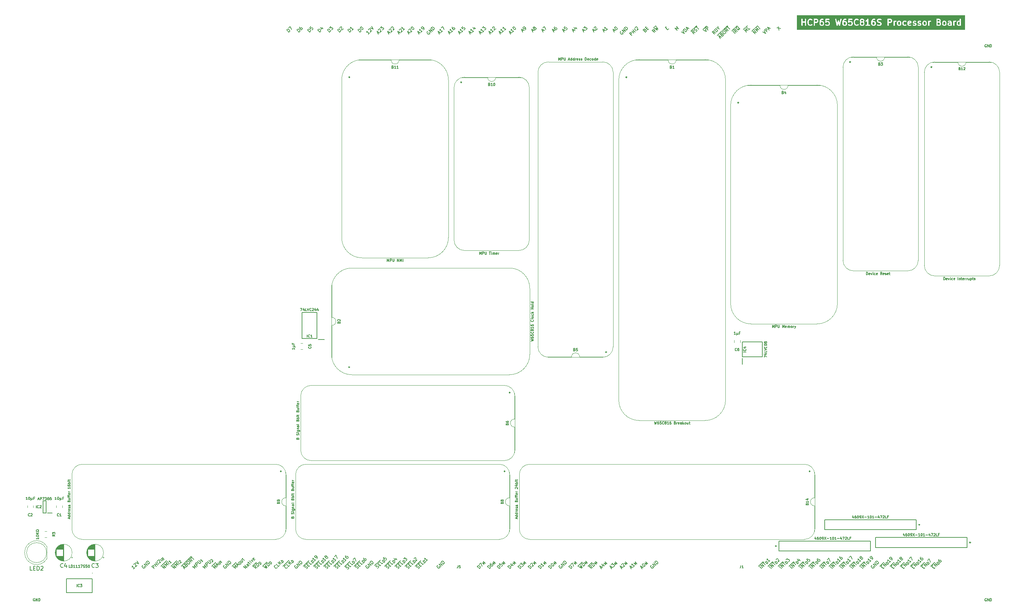
<source format=gto>
%TF.GenerationSoftware,KiCad,Pcbnew,7.0.5*%
%TF.CreationDate,2024-02-23T20:54:13+02:00*%
%TF.ProjectId,Processor Board,50726f63-6573-4736-9f72-20426f617264,rev?*%
%TF.SameCoordinates,PX10f4d20PY1360f00*%
%TF.FileFunction,Legend,Top*%
%TF.FilePolarity,Positive*%
%FSLAX46Y46*%
G04 Gerber Fmt 4.6, Leading zero omitted, Abs format (unit mm)*
G04 Created by KiCad (PCBNEW 7.0.5) date 2024-02-23 20:54:13*
%MOMM*%
%LPD*%
G01*
G04 APERTURE LIST*
%ADD10C,0.200000*%
%ADD11C,0.300000*%
%ADD12C,0.150000*%
%ADD13C,0.100000*%
%ADD14C,0.120000*%
%ADD15C,0.239605*%
%ADD16C,0.254000*%
G04 APERTURE END LIST*
D10*
X108222985Y-447304D02*
X108492359Y-177929D01*
X108330734Y-662803D02*
X107953611Y91445D01*
X107953611Y91445D02*
X108707858Y-285679D01*
X109192731Y199194D02*
X108869482Y-124055D01*
X109031106Y37570D02*
X108465421Y603255D01*
X108465421Y603255D02*
X108492358Y468568D01*
X108492358Y468568D02*
X108492358Y360818D01*
X108492358Y360818D02*
X108465421Y280006D01*
X109300481Y1061191D02*
X109677604Y684067D01*
X108950294Y1142003D02*
X109219668Y603255D01*
X109219668Y603255D02*
X109569855Y953441D01*
X80802482Y-124055D02*
X80236797Y441631D01*
X80236797Y441631D02*
X80371484Y576318D01*
X80371484Y576318D02*
X80479233Y630193D01*
X80479233Y630193D02*
X80586983Y630193D01*
X80586983Y630193D02*
X80667795Y603255D01*
X80667795Y603255D02*
X80802482Y522443D01*
X80802482Y522443D02*
X80883294Y441631D01*
X80883294Y441631D02*
X80964107Y306944D01*
X80964107Y306944D02*
X80991044Y226131D01*
X80991044Y226131D02*
X80991044Y118382D01*
X80991044Y118382D02*
X80937169Y10632D01*
X80937169Y10632D02*
X80802482Y-124055D01*
X80910232Y1115066D02*
X80964107Y1168941D01*
X80964107Y1168941D02*
X81044919Y1195878D01*
X81044919Y1195878D02*
X81098794Y1195878D01*
X81098794Y1195878D02*
X81179606Y1168941D01*
X81179606Y1168941D02*
X81314293Y1088128D01*
X81314293Y1088128D02*
X81448980Y953441D01*
X81448980Y953441D02*
X81529792Y818754D01*
X81529792Y818754D02*
X81556729Y737942D01*
X81556729Y737942D02*
X81556729Y684067D01*
X81556729Y684067D02*
X81529792Y603255D01*
X81529792Y603255D02*
X81475917Y549380D01*
X81475917Y549380D02*
X81395105Y522443D01*
X81395105Y522443D02*
X81341230Y522443D01*
X81341230Y522443D02*
X81260418Y549380D01*
X81260418Y549380D02*
X81125731Y630193D01*
X81125731Y630193D02*
X80991044Y764880D01*
X80991044Y764880D02*
X80910232Y899567D01*
X80910232Y899567D02*
X80883294Y980379D01*
X80883294Y980379D02*
X80883294Y1034254D01*
X80883294Y1034254D02*
X80910232Y1115066D01*
X92807268Y-134188690D02*
X92915018Y-134134815D01*
X92915018Y-134134815D02*
X93049705Y-134000128D01*
X93049705Y-134000128D02*
X93076642Y-133919316D01*
X93076642Y-133919316D02*
X93076642Y-133865441D01*
X93076642Y-133865441D02*
X93049705Y-133784629D01*
X93049705Y-133784629D02*
X92995830Y-133730754D01*
X92995830Y-133730754D02*
X92915018Y-133703817D01*
X92915018Y-133703817D02*
X92861143Y-133703817D01*
X92861143Y-133703817D02*
X92780331Y-133730754D01*
X92780331Y-133730754D02*
X92645644Y-133811566D01*
X92645644Y-133811566D02*
X92564832Y-133838504D01*
X92564832Y-133838504D02*
X92510957Y-133838504D01*
X92510957Y-133838504D02*
X92430145Y-133811566D01*
X92430145Y-133811566D02*
X92376270Y-133757691D01*
X92376270Y-133757691D02*
X92349333Y-133676879D01*
X92349333Y-133676879D02*
X92349333Y-133623004D01*
X92349333Y-133623004D02*
X92376270Y-133542192D01*
X92376270Y-133542192D02*
X92510957Y-133407505D01*
X92510957Y-133407505D02*
X92618707Y-133353630D01*
X93103580Y-133353630D02*
X93292142Y-133165068D01*
X93669265Y-133380568D02*
X93399891Y-133649942D01*
X93399891Y-133649942D02*
X92834206Y-133084256D01*
X92834206Y-133084256D02*
X93103580Y-132814882D01*
X94181076Y-132868757D02*
X93911702Y-133138131D01*
X93911702Y-133138131D02*
X93346017Y-132572445D01*
X92060294Y-133544078D02*
X93455652Y-132148720D01*
X94405195Y-132769627D02*
X93952647Y-132317079D01*
X93952647Y-132317079D02*
X94060397Y-132209329D01*
X94060397Y-132209329D02*
X94146596Y-132166229D01*
X94146596Y-132166229D02*
X94232796Y-132166229D01*
X94232796Y-132166229D02*
X94297446Y-132187779D01*
X94297446Y-132187779D02*
X94405195Y-132252429D01*
X94405195Y-132252429D02*
X94469845Y-132317079D01*
X94469845Y-132317079D02*
X94534495Y-132424828D01*
X94534495Y-132424828D02*
X94556045Y-132489478D01*
X94556045Y-132489478D02*
X94556045Y-132575678D01*
X94556045Y-132575678D02*
X94512945Y-132661877D01*
X94512945Y-132661877D02*
X94405195Y-132769627D01*
X94283438Y-131742773D02*
X94283438Y-131688898D01*
X94283438Y-131688898D02*
X94310376Y-131608086D01*
X94310376Y-131608086D02*
X94445063Y-131473399D01*
X94445063Y-131473399D02*
X94525875Y-131446462D01*
X94525875Y-131446462D02*
X94579750Y-131446462D01*
X94579750Y-131446462D02*
X94660562Y-131473399D01*
X94660562Y-131473399D02*
X94714437Y-131527274D01*
X94714437Y-131527274D02*
X94768312Y-131635024D01*
X94768312Y-131635024D02*
X94768312Y-132281521D01*
X94768312Y-132281521D02*
X95118498Y-131931335D01*
X105555985Y-447304D02*
X105825359Y-177929D01*
X105663734Y-662803D02*
X105286611Y91445D01*
X105286611Y91445D02*
X106040858Y-285679D01*
X106525731Y199194D02*
X106202482Y-124055D01*
X106364106Y37570D02*
X105798421Y603255D01*
X105798421Y603255D02*
X105825358Y468568D01*
X105825358Y468568D02*
X105825358Y360818D01*
X105825358Y360818D02*
X105798421Y280006D01*
X106471856Y1276690D02*
X106202482Y1007316D01*
X106202482Y1007316D02*
X106444919Y711005D01*
X106444919Y711005D02*
X106444919Y764880D01*
X106444919Y764880D02*
X106471856Y845692D01*
X106471856Y845692D02*
X106606543Y980379D01*
X106606543Y980379D02*
X106687355Y1007316D01*
X106687355Y1007316D02*
X106741230Y1007316D01*
X106741230Y1007316D02*
X106822042Y980379D01*
X106822042Y980379D02*
X106956729Y845692D01*
X106956729Y845692D02*
X106983667Y764880D01*
X106983667Y764880D02*
X106983667Y711005D01*
X106983667Y711005D02*
X106956729Y630193D01*
X106956729Y630193D02*
X106822042Y495506D01*
X106822042Y495506D02*
X106741230Y468568D01*
X106741230Y468568D02*
X106687355Y468568D01*
X63022482Y-124055D02*
X62456797Y441631D01*
X62456797Y441631D02*
X62591484Y576318D01*
X62591484Y576318D02*
X62699233Y630193D01*
X62699233Y630193D02*
X62806983Y630193D01*
X62806983Y630193D02*
X62887795Y603255D01*
X62887795Y603255D02*
X63022482Y522443D01*
X63022482Y522443D02*
X63103294Y441631D01*
X63103294Y441631D02*
X63184107Y306944D01*
X63184107Y306944D02*
X63211044Y226131D01*
X63211044Y226131D02*
X63211044Y118382D01*
X63211044Y118382D02*
X63157169Y10632D01*
X63157169Y10632D02*
X63022482Y-124055D01*
X62968607Y953441D02*
X63345731Y1330565D01*
X63345731Y1330565D02*
X63668980Y522443D01*
X123874733Y91445D02*
X124144107Y360819D01*
X123982482Y-124055D02*
X123605359Y630193D01*
X123605359Y630193D02*
X124359606Y253069D01*
X124305731Y845692D02*
X124224919Y818754D01*
X124224919Y818754D02*
X124171044Y818754D01*
X124171044Y818754D02*
X124090232Y845692D01*
X124090232Y845692D02*
X124063294Y872629D01*
X124063294Y872629D02*
X124036357Y953441D01*
X124036357Y953441D02*
X124036357Y1007316D01*
X124036357Y1007316D02*
X124063294Y1088128D01*
X124063294Y1088128D02*
X124171044Y1195878D01*
X124171044Y1195878D02*
X124251856Y1222815D01*
X124251856Y1222815D02*
X124305731Y1222815D01*
X124305731Y1222815D02*
X124386543Y1195878D01*
X124386543Y1195878D02*
X124413481Y1168941D01*
X124413481Y1168941D02*
X124440418Y1088128D01*
X124440418Y1088128D02*
X124440418Y1034254D01*
X124440418Y1034254D02*
X124413481Y953441D01*
X124413481Y953441D02*
X124305731Y845692D01*
X124305731Y845692D02*
X124278794Y764880D01*
X124278794Y764880D02*
X124278794Y711005D01*
X124278794Y711005D02*
X124305731Y630193D01*
X124305731Y630193D02*
X124413481Y522443D01*
X124413481Y522443D02*
X124494293Y495506D01*
X124494293Y495506D02*
X124548168Y495506D01*
X124548168Y495506D02*
X124628980Y522443D01*
X124628980Y522443D02*
X124736729Y630193D01*
X124736729Y630193D02*
X124763667Y711005D01*
X124763667Y711005D02*
X124763667Y764880D01*
X124763667Y764880D02*
X124736729Y845692D01*
X124736729Y845692D02*
X124628980Y953441D01*
X124628980Y953441D02*
X124548168Y980379D01*
X124548168Y980379D02*
X124494293Y980379D01*
X124494293Y980379D02*
X124413481Y953441D01*
X100238707Y-133353630D02*
X100157894Y-133380568D01*
X100157894Y-133380568D02*
X100077082Y-133461380D01*
X100077082Y-133461380D02*
X100023207Y-133569130D01*
X100023207Y-133569130D02*
X100023207Y-133676879D01*
X100023207Y-133676879D02*
X100050145Y-133757691D01*
X100050145Y-133757691D02*
X100130957Y-133892378D01*
X100130957Y-133892378D02*
X100211769Y-133973191D01*
X100211769Y-133973191D02*
X100346456Y-134054003D01*
X100346456Y-134054003D02*
X100427268Y-134080940D01*
X100427268Y-134080940D02*
X100535018Y-134080940D01*
X100535018Y-134080940D02*
X100642768Y-134027065D01*
X100642768Y-134027065D02*
X100696642Y-133973191D01*
X100696642Y-133973191D02*
X100750517Y-133865441D01*
X100750517Y-133865441D02*
X100750517Y-133811566D01*
X100750517Y-133811566D02*
X100561955Y-133623004D01*
X100561955Y-133623004D02*
X100454206Y-133730754D01*
X101046829Y-133623004D02*
X100481143Y-133057319D01*
X100481143Y-133057319D02*
X101370077Y-133299756D01*
X101370077Y-133299756D02*
X100804392Y-132734070D01*
X101639451Y-133030382D02*
X101073766Y-132464696D01*
X101073766Y-132464696D02*
X101208453Y-132330009D01*
X101208453Y-132330009D02*
X101316202Y-132276134D01*
X101316202Y-132276134D02*
X101423952Y-132276134D01*
X101423952Y-132276134D02*
X101504764Y-132303072D01*
X101504764Y-132303072D02*
X101639451Y-132383884D01*
X101639451Y-132383884D02*
X101720263Y-132464696D01*
X101720263Y-132464696D02*
X101801076Y-132599383D01*
X101801076Y-132599383D02*
X101828013Y-132680195D01*
X101828013Y-132680195D02*
X101828013Y-132787945D01*
X101828013Y-132787945D02*
X101774138Y-132895695D01*
X101774138Y-132895695D02*
X101639451Y-133030382D01*
X75722482Y-124055D02*
X75156797Y441631D01*
X75156797Y441631D02*
X75291484Y576318D01*
X75291484Y576318D02*
X75399233Y630193D01*
X75399233Y630193D02*
X75506983Y630193D01*
X75506983Y630193D02*
X75587795Y603255D01*
X75587795Y603255D02*
X75722482Y522443D01*
X75722482Y522443D02*
X75803294Y441631D01*
X75803294Y441631D02*
X75884107Y306944D01*
X75884107Y306944D02*
X75911044Y226131D01*
X75911044Y226131D02*
X75911044Y118382D01*
X75911044Y118382D02*
X75857169Y10632D01*
X75857169Y10632D02*
X75722482Y-124055D01*
X75749420Y926504D02*
X75749420Y980379D01*
X75749420Y980379D02*
X75776357Y1061191D01*
X75776357Y1061191D02*
X75911044Y1195878D01*
X75911044Y1195878D02*
X75991856Y1222815D01*
X75991856Y1222815D02*
X76045731Y1222815D01*
X76045731Y1222815D02*
X76126543Y1195878D01*
X76126543Y1195878D02*
X76180418Y1142003D01*
X76180418Y1142003D02*
X76234293Y1034254D01*
X76234293Y1034254D02*
X76234293Y387756D01*
X76234293Y387756D02*
X76584479Y737942D01*
X73182482Y-124055D02*
X72616797Y441631D01*
X72616797Y441631D02*
X72751484Y576318D01*
X72751484Y576318D02*
X72859233Y630193D01*
X72859233Y630193D02*
X72966983Y630193D01*
X72966983Y630193D02*
X73047795Y603255D01*
X73047795Y603255D02*
X73182482Y522443D01*
X73182482Y522443D02*
X73263294Y441631D01*
X73263294Y441631D02*
X73344107Y306944D01*
X73344107Y306944D02*
X73371044Y226131D01*
X73371044Y226131D02*
X73371044Y118382D01*
X73371044Y118382D02*
X73317169Y10632D01*
X73317169Y10632D02*
X73182482Y-124055D01*
X73128607Y953441D02*
X73478794Y1303628D01*
X73478794Y1303628D02*
X73505731Y899567D01*
X73505731Y899567D02*
X73586543Y980379D01*
X73586543Y980379D02*
X73667355Y1007316D01*
X73667355Y1007316D02*
X73721230Y1007316D01*
X73721230Y1007316D02*
X73802042Y980379D01*
X73802042Y980379D02*
X73936729Y845692D01*
X73936729Y845692D02*
X73963667Y764880D01*
X73963667Y764880D02*
X73963667Y711005D01*
X73963667Y711005D02*
X73936729Y630193D01*
X73936729Y630193D02*
X73775105Y468568D01*
X73775105Y468568D02*
X73694293Y441631D01*
X73694293Y441631D02*
X73640418Y441631D01*
X138904392Y-133865441D02*
X138446456Y-133784629D01*
X138581143Y-134188690D02*
X138015458Y-133623004D01*
X138015458Y-133623004D02*
X138230957Y-133407505D01*
X138230957Y-133407505D02*
X138311769Y-133380568D01*
X138311769Y-133380568D02*
X138365644Y-133380568D01*
X138365644Y-133380568D02*
X138446456Y-133407505D01*
X138446456Y-133407505D02*
X138527268Y-133488317D01*
X138527268Y-133488317D02*
X138554206Y-133569130D01*
X138554206Y-133569130D02*
X138554206Y-133623004D01*
X138554206Y-133623004D02*
X138527268Y-133703817D01*
X138527268Y-133703817D02*
X138311769Y-133919316D01*
X139146829Y-133623004D02*
X138581143Y-133057319D01*
X138581143Y-133057319D02*
X138715830Y-132922632D01*
X138715830Y-132922632D02*
X138823580Y-132868757D01*
X138823580Y-132868757D02*
X138931329Y-132868757D01*
X138931329Y-132868757D02*
X139012142Y-132895695D01*
X139012142Y-132895695D02*
X139146829Y-132976507D01*
X139146829Y-132976507D02*
X139227641Y-133057319D01*
X139227641Y-133057319D02*
X139308453Y-133192006D01*
X139308453Y-133192006D02*
X139335390Y-133272818D01*
X139335390Y-133272818D02*
X139335390Y-133380568D01*
X139335390Y-133380568D02*
X139281516Y-133488317D01*
X139281516Y-133488317D02*
X139146829Y-133623004D01*
X137780294Y-133544078D02*
X138798528Y-132525844D01*
X139748071Y-133146751D02*
X139295523Y-132694203D01*
X139295523Y-132694203D02*
X139769621Y-132866602D01*
X139769621Y-132866602D02*
X139597222Y-132392504D01*
X139597222Y-132392504D02*
X140049770Y-132845052D01*
X115594143Y-134188690D02*
X115028458Y-133623004D01*
X115028458Y-133623004D02*
X115163145Y-133488317D01*
X115163145Y-133488317D02*
X115270894Y-133434443D01*
X115270894Y-133434443D02*
X115378644Y-133434443D01*
X115378644Y-133434443D02*
X115459456Y-133461380D01*
X115459456Y-133461380D02*
X115594143Y-133542192D01*
X115594143Y-133542192D02*
X115674955Y-133623004D01*
X115674955Y-133623004D02*
X115755768Y-133757691D01*
X115755768Y-133757691D02*
X115782705Y-133838504D01*
X115782705Y-133838504D02*
X115782705Y-133946253D01*
X115782705Y-133946253D02*
X115728830Y-134054003D01*
X115728830Y-134054003D02*
X115594143Y-134188690D01*
X115863517Y-132787945D02*
X115594143Y-133057319D01*
X115594143Y-133057319D02*
X115836580Y-133353630D01*
X115836580Y-133353630D02*
X115836580Y-133299756D01*
X115836580Y-133299756D02*
X115863517Y-133218943D01*
X115863517Y-133218943D02*
X115998204Y-133084256D01*
X115998204Y-133084256D02*
X116079016Y-133057319D01*
X116079016Y-133057319D02*
X116132891Y-133057319D01*
X116132891Y-133057319D02*
X116213703Y-133084256D01*
X116213703Y-133084256D02*
X116348390Y-133218943D01*
X116348390Y-133218943D02*
X116375328Y-133299756D01*
X116375328Y-133299756D02*
X116375328Y-133353630D01*
X116375328Y-133353630D02*
X116348390Y-133434443D01*
X116348390Y-133434443D02*
X116213703Y-133569130D01*
X116213703Y-133569130D02*
X116132891Y-133596067D01*
X116132891Y-133596067D02*
X116079016Y-133596067D01*
X116734134Y-133173688D02*
X116281586Y-132721140D01*
X116281586Y-132721140D02*
X116755684Y-132893539D01*
X116755684Y-132893539D02*
X116583285Y-132419441D01*
X116583285Y-132419441D02*
X117035833Y-132871989D01*
X191159143Y-134188690D02*
X190593458Y-133623004D01*
X191428517Y-133919316D02*
X190862831Y-133353631D01*
X190862831Y-133353631D02*
X191751766Y-133596067D01*
X191751766Y-133596067D02*
X191186080Y-133030382D01*
X191374642Y-132841820D02*
X191697891Y-132518571D01*
X192101952Y-133245881D02*
X191536266Y-132680196D01*
X190358294Y-133544078D02*
X191538152Y-132364220D01*
X192487695Y-132985127D02*
X192035147Y-132532579D01*
X192035147Y-132532579D02*
X192142897Y-132424829D01*
X192142897Y-132424829D02*
X192229096Y-132381729D01*
X192229096Y-132381729D02*
X192315296Y-132381729D01*
X192315296Y-132381729D02*
X192379946Y-132403279D01*
X192379946Y-132403279D02*
X192487695Y-132467929D01*
X192487695Y-132467929D02*
X192552345Y-132532579D01*
X192552345Y-132532579D02*
X192616995Y-132640328D01*
X192616995Y-132640328D02*
X192638545Y-132704978D01*
X192638545Y-132704978D02*
X192638545Y-132791178D01*
X192638545Y-132791178D02*
X192595445Y-132877377D01*
X192595445Y-132877377D02*
X192487695Y-132985127D01*
X192608375Y-131608087D02*
X192339001Y-131877461D01*
X192339001Y-131877461D02*
X192581438Y-132173772D01*
X192581438Y-132173772D02*
X192581438Y-132119898D01*
X192581438Y-132119898D02*
X192608375Y-132039085D01*
X192608375Y-132039085D02*
X192743062Y-131904398D01*
X192743062Y-131904398D02*
X192823874Y-131877461D01*
X192823874Y-131877461D02*
X192877749Y-131877461D01*
X192877749Y-131877461D02*
X192958561Y-131904398D01*
X192958561Y-131904398D02*
X193093248Y-132039085D01*
X193093248Y-132039085D02*
X193120186Y-132119898D01*
X193120186Y-132119898D02*
X193120186Y-132173772D01*
X193120186Y-132173772D02*
X193093248Y-132254585D01*
X193093248Y-132254585D02*
X192958561Y-132389272D01*
X192958561Y-132389272D02*
X192877749Y-132416209D01*
X192877749Y-132416209D02*
X192823874Y-132416209D01*
X153578707Y-133353630D02*
X153497894Y-133380568D01*
X153497894Y-133380568D02*
X153417082Y-133461380D01*
X153417082Y-133461380D02*
X153363207Y-133569130D01*
X153363207Y-133569130D02*
X153363207Y-133676879D01*
X153363207Y-133676879D02*
X153390145Y-133757691D01*
X153390145Y-133757691D02*
X153470957Y-133892378D01*
X153470957Y-133892378D02*
X153551769Y-133973191D01*
X153551769Y-133973191D02*
X153686456Y-134054003D01*
X153686456Y-134054003D02*
X153767268Y-134080940D01*
X153767268Y-134080940D02*
X153875018Y-134080940D01*
X153875018Y-134080940D02*
X153982768Y-134027065D01*
X153982768Y-134027065D02*
X154036642Y-133973191D01*
X154036642Y-133973191D02*
X154090517Y-133865441D01*
X154090517Y-133865441D02*
X154090517Y-133811566D01*
X154090517Y-133811566D02*
X153901955Y-133623004D01*
X153901955Y-133623004D02*
X153794206Y-133730754D01*
X154386829Y-133623004D02*
X153821143Y-133057319D01*
X153821143Y-133057319D02*
X154710077Y-133299756D01*
X154710077Y-133299756D02*
X154144392Y-132734070D01*
X154979451Y-133030382D02*
X154413766Y-132464696D01*
X154413766Y-132464696D02*
X154548453Y-132330009D01*
X154548453Y-132330009D02*
X154656202Y-132276134D01*
X154656202Y-132276134D02*
X154763952Y-132276134D01*
X154763952Y-132276134D02*
X154844764Y-132303072D01*
X154844764Y-132303072D02*
X154979451Y-132383884D01*
X154979451Y-132383884D02*
X155060263Y-132464696D01*
X155060263Y-132464696D02*
X155141076Y-132599383D01*
X155141076Y-132599383D02*
X155168013Y-132680195D01*
X155168013Y-132680195D02*
X155168013Y-132787945D01*
X155168013Y-132787945D02*
X155114138Y-132895695D01*
X155114138Y-132895695D02*
X154979451Y-133030382D01*
X183539143Y-134188690D02*
X182973458Y-133623004D01*
X183808517Y-133919316D02*
X183242831Y-133353631D01*
X183242831Y-133353631D02*
X184131766Y-133596067D01*
X184131766Y-133596067D02*
X183566080Y-133030382D01*
X183754642Y-132841820D02*
X184077891Y-132518571D01*
X184481952Y-133245881D02*
X183916266Y-132680196D01*
X182738294Y-133544078D02*
X183918152Y-132364220D01*
X184867695Y-132985127D02*
X184415147Y-132532579D01*
X184415147Y-132532579D02*
X184522897Y-132424829D01*
X184522897Y-132424829D02*
X184609096Y-132381729D01*
X184609096Y-132381729D02*
X184695296Y-132381729D01*
X184695296Y-132381729D02*
X184759946Y-132403279D01*
X184759946Y-132403279D02*
X184867695Y-132467929D01*
X184867695Y-132467929D02*
X184932345Y-132532579D01*
X184932345Y-132532579D02*
X184996995Y-132640328D01*
X184996995Y-132640328D02*
X185018545Y-132704978D01*
X185018545Y-132704978D02*
X185018545Y-132791178D01*
X185018545Y-132791178D02*
X184975445Y-132877377D01*
X184975445Y-132877377D02*
X184867695Y-132985127D01*
X184745938Y-131958273D02*
X184745938Y-131904398D01*
X184745938Y-131904398D02*
X184772876Y-131823586D01*
X184772876Y-131823586D02*
X184907563Y-131688899D01*
X184907563Y-131688899D02*
X184988375Y-131661962D01*
X184988375Y-131661962D02*
X185042250Y-131661962D01*
X185042250Y-131661962D02*
X185123062Y-131688899D01*
X185123062Y-131688899D02*
X185176937Y-131742774D01*
X185176937Y-131742774D02*
X185230812Y-131850524D01*
X185230812Y-131850524D02*
X185230812Y-132497021D01*
X185230812Y-132497021D02*
X185580998Y-132146835D01*
X129081733Y91445D02*
X129351107Y360819D01*
X129189482Y-124055D02*
X128812359Y630193D01*
X128812359Y630193D02*
X129566606Y253069D01*
X129431919Y1249753D02*
X129324169Y1142003D01*
X129324169Y1142003D02*
X129297232Y1061191D01*
X129297232Y1061191D02*
X129297232Y1007316D01*
X129297232Y1007316D02*
X129324169Y872629D01*
X129324169Y872629D02*
X129404981Y737942D01*
X129404981Y737942D02*
X129620481Y522443D01*
X129620481Y522443D02*
X129701293Y495506D01*
X129701293Y495506D02*
X129755168Y495506D01*
X129755168Y495506D02*
X129835980Y522443D01*
X129835980Y522443D02*
X129943729Y630193D01*
X129943729Y630193D02*
X129970667Y711005D01*
X129970667Y711005D02*
X129970667Y764880D01*
X129970667Y764880D02*
X129943729Y845692D01*
X129943729Y845692D02*
X129809042Y980379D01*
X129809042Y980379D02*
X129728230Y1007316D01*
X129728230Y1007316D02*
X129674355Y1007316D01*
X129674355Y1007316D02*
X129593543Y980379D01*
X129593543Y980379D02*
X129485794Y872629D01*
X129485794Y872629D02*
X129458856Y791817D01*
X129458856Y791817D02*
X129458856Y737942D01*
X129458856Y737942D02*
X129485794Y657130D01*
X206399143Y-134188690D02*
X205833458Y-133623004D01*
X206668517Y-133919316D02*
X206102831Y-133353631D01*
X206102831Y-133353631D02*
X206991766Y-133596067D01*
X206991766Y-133596067D02*
X206426080Y-133030382D01*
X206614642Y-132841820D02*
X206937891Y-132518571D01*
X207341952Y-133245881D02*
X206776266Y-132680196D01*
X205598294Y-133544078D02*
X206778152Y-132364220D01*
X207727695Y-132985127D02*
X207275147Y-132532579D01*
X207275147Y-132532579D02*
X207382897Y-132424829D01*
X207382897Y-132424829D02*
X207469096Y-132381729D01*
X207469096Y-132381729D02*
X207555296Y-132381729D01*
X207555296Y-132381729D02*
X207619946Y-132403279D01*
X207619946Y-132403279D02*
X207727695Y-132467929D01*
X207727695Y-132467929D02*
X207792345Y-132532579D01*
X207792345Y-132532579D02*
X207856995Y-132640328D01*
X207856995Y-132640328D02*
X207878545Y-132704978D01*
X207878545Y-132704978D02*
X207878545Y-132791178D01*
X207878545Y-132791178D02*
X207835445Y-132877377D01*
X207835445Y-132877377D02*
X207727695Y-132985127D01*
X208440998Y-132146835D02*
X208117749Y-132470084D01*
X208279373Y-132308459D02*
X207713688Y-131742774D01*
X207713688Y-131742774D02*
X207740625Y-131877461D01*
X207740625Y-131877461D02*
X207740625Y-131985211D01*
X207740625Y-131985211D02*
X207713688Y-132066023D01*
X208710372Y-131877461D02*
X208818122Y-131769711D01*
X208818122Y-131769711D02*
X208845059Y-131688899D01*
X208845059Y-131688899D02*
X208845059Y-131635024D01*
X208845059Y-131635024D02*
X208818122Y-131500337D01*
X208818122Y-131500337D02*
X208737309Y-131365650D01*
X208737309Y-131365650D02*
X208521810Y-131150151D01*
X208521810Y-131150151D02*
X208440998Y-131123214D01*
X208440998Y-131123214D02*
X208387123Y-131123214D01*
X208387123Y-131123214D02*
X208306311Y-131150151D01*
X208306311Y-131150151D02*
X208198561Y-131257901D01*
X208198561Y-131257901D02*
X208171624Y-131338713D01*
X208171624Y-131338713D02*
X208171624Y-131392588D01*
X208171624Y-131392588D02*
X208198561Y-131473400D01*
X208198561Y-131473400D02*
X208333248Y-131608087D01*
X208333248Y-131608087D02*
X208414061Y-131635024D01*
X208414061Y-131635024D02*
X208467935Y-131635024D01*
X208467935Y-131635024D02*
X208548748Y-131608087D01*
X208548748Y-131608087D02*
X208656497Y-131500337D01*
X208656497Y-131500337D02*
X208683435Y-131419525D01*
X208683435Y-131419525D02*
X208683435Y-131365650D01*
X208683435Y-131365650D02*
X208656497Y-131284838D01*
X42061143Y-134188690D02*
X41495458Y-133623004D01*
X41495458Y-133623004D02*
X42088081Y-133838504D01*
X42088081Y-133838504D02*
X41872581Y-133245881D01*
X41872581Y-133245881D02*
X42438267Y-133811566D01*
X42707641Y-133542192D02*
X42141956Y-132976507D01*
X42141956Y-132976507D02*
X42357455Y-132761007D01*
X42357455Y-132761007D02*
X42438267Y-132734070D01*
X42438267Y-132734070D02*
X42492142Y-132734070D01*
X42492142Y-132734070D02*
X42572954Y-132761007D01*
X42572954Y-132761007D02*
X42653766Y-132841820D01*
X42653766Y-132841820D02*
X42680704Y-132922632D01*
X42680704Y-132922632D02*
X42680704Y-132976507D01*
X42680704Y-132976507D02*
X42653766Y-133057319D01*
X42653766Y-133057319D02*
X42438267Y-133272818D01*
X42707641Y-132410821D02*
X43165577Y-132868757D01*
X43165577Y-132868757D02*
X43246389Y-132895694D01*
X43246389Y-132895694D02*
X43300264Y-132895694D01*
X43300264Y-132895694D02*
X43381076Y-132868757D01*
X43381076Y-132868757D02*
X43488826Y-132761007D01*
X43488826Y-132761007D02*
X43515763Y-132680195D01*
X43515763Y-132680195D02*
X43515763Y-132626320D01*
X43515763Y-132626320D02*
X43488826Y-132545508D01*
X43488826Y-132545508D02*
X43030890Y-132087572D01*
X43470508Y-132085417D02*
X43470508Y-132042318D01*
X43470508Y-132042318D02*
X43492058Y-131977668D01*
X43492058Y-131977668D02*
X43599808Y-131869918D01*
X43599808Y-131869918D02*
X43664457Y-131848368D01*
X43664457Y-131848368D02*
X43707557Y-131848368D01*
X43707557Y-131848368D02*
X43772207Y-131869918D01*
X43772207Y-131869918D02*
X43815307Y-131913018D01*
X43815307Y-131913018D02*
X43858407Y-131999218D01*
X43858407Y-131999218D02*
X43858407Y-132516416D01*
X43858407Y-132516416D02*
X44138556Y-132236267D01*
X174459234Y-447303D02*
X173893548Y118382D01*
X175051856Y145320D02*
X174593921Y226132D01*
X174728608Y-177929D02*
X174162922Y387756D01*
X174162922Y387756D02*
X174378421Y603255D01*
X174378421Y603255D02*
X174459234Y630193D01*
X174459234Y630193D02*
X174513108Y630193D01*
X174513108Y630193D02*
X174593921Y603255D01*
X174593921Y603255D02*
X174674733Y522443D01*
X174674733Y522443D02*
X174701670Y441631D01*
X174701670Y441631D02*
X174701670Y387756D01*
X174701670Y387756D02*
X174674733Y306944D01*
X174674733Y306944D02*
X174459234Y91445D01*
X175725291Y711005D02*
X175644479Y684068D01*
X175644479Y684068D02*
X175536730Y684068D01*
X175536730Y684068D02*
X175375105Y684068D01*
X175375105Y684068D02*
X175294293Y657130D01*
X175294293Y657130D02*
X175240418Y603255D01*
X175402043Y495506D02*
X175321230Y468568D01*
X175321230Y468568D02*
X175213481Y468568D01*
X175213481Y468568D02*
X175078794Y549381D01*
X175078794Y549381D02*
X174890232Y737942D01*
X174890232Y737942D02*
X174809420Y872629D01*
X174809420Y872629D02*
X174809420Y980379D01*
X174809420Y980379D02*
X174836357Y1061191D01*
X174836357Y1061191D02*
X174944107Y1168941D01*
X174944107Y1168941D02*
X175024919Y1195878D01*
X175024919Y1195878D02*
X175132669Y1195878D01*
X175132669Y1195878D02*
X175267356Y1115066D01*
X175267356Y1115066D02*
X175455917Y926504D01*
X175455917Y926504D02*
X175536730Y791817D01*
X175536730Y791817D02*
X175536730Y684068D01*
X175536730Y684068D02*
X175509792Y603255D01*
X175509792Y603255D02*
X175402043Y495506D01*
X173658385Y197309D02*
X174972930Y1511854D01*
X184888607Y953441D02*
X185831416Y764880D01*
X185265731Y1330565D02*
X185454293Y387756D01*
X69947268Y-134188690D02*
X70055018Y-134134815D01*
X70055018Y-134134815D02*
X70189705Y-134000128D01*
X70189705Y-134000128D02*
X70216642Y-133919316D01*
X70216642Y-133919316D02*
X70216642Y-133865441D01*
X70216642Y-133865441D02*
X70189705Y-133784629D01*
X70189705Y-133784629D02*
X70135830Y-133730754D01*
X70135830Y-133730754D02*
X70055018Y-133703817D01*
X70055018Y-133703817D02*
X70001143Y-133703817D01*
X70001143Y-133703817D02*
X69920331Y-133730754D01*
X69920331Y-133730754D02*
X69785644Y-133811566D01*
X69785644Y-133811566D02*
X69704832Y-133838504D01*
X69704832Y-133838504D02*
X69650957Y-133838504D01*
X69650957Y-133838504D02*
X69570145Y-133811566D01*
X69570145Y-133811566D02*
X69516270Y-133757691D01*
X69516270Y-133757691D02*
X69489333Y-133676879D01*
X69489333Y-133676879D02*
X69489333Y-133623004D01*
X69489333Y-133623004D02*
X69516270Y-133542192D01*
X69516270Y-133542192D02*
X69650957Y-133407505D01*
X69650957Y-133407505D02*
X69758707Y-133353630D01*
X70243580Y-133353630D02*
X70432142Y-133165068D01*
X70809265Y-133380568D02*
X70539891Y-133649942D01*
X70539891Y-133649942D02*
X69974206Y-133084256D01*
X69974206Y-133084256D02*
X70243580Y-132814882D01*
X71321076Y-132868757D02*
X71051702Y-133138131D01*
X71051702Y-133138131D02*
X70486017Y-132572445D01*
X69200294Y-133544078D02*
X70595652Y-132148720D01*
X71545195Y-132769627D02*
X71092647Y-132317079D01*
X71092647Y-132317079D02*
X71200397Y-132209329D01*
X71200397Y-132209329D02*
X71286596Y-132166229D01*
X71286596Y-132166229D02*
X71372796Y-132166229D01*
X71372796Y-132166229D02*
X71437446Y-132187779D01*
X71437446Y-132187779D02*
X71545195Y-132252429D01*
X71545195Y-132252429D02*
X71609845Y-132317079D01*
X71609845Y-132317079D02*
X71674495Y-132424828D01*
X71674495Y-132424828D02*
X71696045Y-132489478D01*
X71696045Y-132489478D02*
X71696045Y-132575678D01*
X71696045Y-132575678D02*
X71652945Y-132661877D01*
X71652945Y-132661877D02*
X71545195Y-132769627D01*
X72258498Y-131931335D02*
X71935249Y-132254584D01*
X72096873Y-132092959D02*
X71531188Y-131527274D01*
X71531188Y-131527274D02*
X71558125Y-131661961D01*
X71558125Y-131661961D02*
X71558125Y-131769711D01*
X71558125Y-131769711D02*
X71531188Y-131850523D01*
X72258498Y-131284837D02*
X72177686Y-131311775D01*
X72177686Y-131311775D02*
X72123811Y-131311775D01*
X72123811Y-131311775D02*
X72042999Y-131284837D01*
X72042999Y-131284837D02*
X72016061Y-131257900D01*
X72016061Y-131257900D02*
X71989124Y-131177088D01*
X71989124Y-131177088D02*
X71989124Y-131123213D01*
X71989124Y-131123213D02*
X72016061Y-131042401D01*
X72016061Y-131042401D02*
X72123811Y-130934651D01*
X72123811Y-130934651D02*
X72204623Y-130907714D01*
X72204623Y-130907714D02*
X72258498Y-130907714D01*
X72258498Y-130907714D02*
X72339310Y-130934651D01*
X72339310Y-130934651D02*
X72366248Y-130961588D01*
X72366248Y-130961588D02*
X72393185Y-131042401D01*
X72393185Y-131042401D02*
X72393185Y-131096275D01*
X72393185Y-131096275D02*
X72366248Y-131177088D01*
X72366248Y-131177088D02*
X72258498Y-131284837D01*
X72258498Y-131284837D02*
X72231561Y-131365649D01*
X72231561Y-131365649D02*
X72231561Y-131419524D01*
X72231561Y-131419524D02*
X72258498Y-131500336D01*
X72258498Y-131500336D02*
X72366248Y-131608086D01*
X72366248Y-131608086D02*
X72447060Y-131635023D01*
X72447060Y-131635023D02*
X72500935Y-131635023D01*
X72500935Y-131635023D02*
X72581747Y-131608086D01*
X72581747Y-131608086D02*
X72689496Y-131500336D01*
X72689496Y-131500336D02*
X72716434Y-131419524D01*
X72716434Y-131419524D02*
X72716434Y-131365649D01*
X72716434Y-131365649D02*
X72689496Y-131284837D01*
X72689496Y-131284837D02*
X72581747Y-131177088D01*
X72581747Y-131177088D02*
X72500935Y-131150150D01*
X72500935Y-131150150D02*
X72447060Y-131150150D01*
X72447060Y-131150150D02*
X72366248Y-131177088D01*
X136574733Y91445D02*
X136844107Y360819D01*
X136682482Y-124055D02*
X136305359Y630193D01*
X136305359Y630193D02*
X137059606Y253069D01*
X136628607Y953441D02*
X136978794Y1303628D01*
X136978794Y1303628D02*
X137005731Y899567D01*
X137005731Y899567D02*
X137086543Y980379D01*
X137086543Y980379D02*
X137167355Y1007316D01*
X137167355Y1007316D02*
X137221230Y1007316D01*
X137221230Y1007316D02*
X137302042Y980379D01*
X137302042Y980379D02*
X137436729Y845692D01*
X137436729Y845692D02*
X137463667Y764880D01*
X137463667Y764880D02*
X137463667Y711005D01*
X137463667Y711005D02*
X137436729Y630193D01*
X137436729Y630193D02*
X137275105Y468568D01*
X137275105Y468568D02*
X137194293Y441631D01*
X137194293Y441631D02*
X137140418Y441631D01*
X203859143Y-134188690D02*
X203293458Y-133623004D01*
X204128517Y-133919316D02*
X203562831Y-133353631D01*
X203562831Y-133353631D02*
X204451766Y-133596067D01*
X204451766Y-133596067D02*
X203886080Y-133030382D01*
X204074642Y-132841820D02*
X204397891Y-132518571D01*
X204801952Y-133245881D02*
X204236266Y-132680196D01*
X203058294Y-133544078D02*
X204238152Y-132364220D01*
X205187695Y-132985127D02*
X204735147Y-132532579D01*
X204735147Y-132532579D02*
X204842897Y-132424829D01*
X204842897Y-132424829D02*
X204929096Y-132381729D01*
X204929096Y-132381729D02*
X205015296Y-132381729D01*
X205015296Y-132381729D02*
X205079946Y-132403279D01*
X205079946Y-132403279D02*
X205187695Y-132467929D01*
X205187695Y-132467929D02*
X205252345Y-132532579D01*
X205252345Y-132532579D02*
X205316995Y-132640328D01*
X205316995Y-132640328D02*
X205338545Y-132704978D01*
X205338545Y-132704978D02*
X205338545Y-132791178D01*
X205338545Y-132791178D02*
X205295445Y-132877377D01*
X205295445Y-132877377D02*
X205187695Y-132985127D01*
X205900998Y-132146835D02*
X205577749Y-132470084D01*
X205739373Y-132308459D02*
X205173688Y-131742774D01*
X205173688Y-131742774D02*
X205200625Y-131877461D01*
X205200625Y-131877461D02*
X205200625Y-131985211D01*
X205200625Y-131985211D02*
X205173688Y-132066023D01*
X205900998Y-131500337D02*
X205820186Y-131527275D01*
X205820186Y-131527275D02*
X205766311Y-131527275D01*
X205766311Y-131527275D02*
X205685499Y-131500337D01*
X205685499Y-131500337D02*
X205658561Y-131473400D01*
X205658561Y-131473400D02*
X205631624Y-131392588D01*
X205631624Y-131392588D02*
X205631624Y-131338713D01*
X205631624Y-131338713D02*
X205658561Y-131257901D01*
X205658561Y-131257901D02*
X205766311Y-131150151D01*
X205766311Y-131150151D02*
X205847123Y-131123214D01*
X205847123Y-131123214D02*
X205900998Y-131123214D01*
X205900998Y-131123214D02*
X205981810Y-131150151D01*
X205981810Y-131150151D02*
X206008748Y-131177088D01*
X206008748Y-131177088D02*
X206035685Y-131257901D01*
X206035685Y-131257901D02*
X206035685Y-131311775D01*
X206035685Y-131311775D02*
X206008748Y-131392588D01*
X206008748Y-131392588D02*
X205900998Y-131500337D01*
X205900998Y-131500337D02*
X205874061Y-131581149D01*
X205874061Y-131581149D02*
X205874061Y-131635024D01*
X205874061Y-131635024D02*
X205900998Y-131715836D01*
X205900998Y-131715836D02*
X206008748Y-131823586D01*
X206008748Y-131823586D02*
X206089560Y-131850523D01*
X206089560Y-131850523D02*
X206143435Y-131850523D01*
X206143435Y-131850523D02*
X206224247Y-131823586D01*
X206224247Y-131823586D02*
X206331996Y-131715836D01*
X206331996Y-131715836D02*
X206358934Y-131635024D01*
X206358934Y-131635024D02*
X206358934Y-131581149D01*
X206358934Y-131581149D02*
X206331996Y-131500337D01*
X206331996Y-131500337D02*
X206224247Y-131392588D01*
X206224247Y-131392588D02*
X206143435Y-131365650D01*
X206143435Y-131365650D02*
X206089560Y-131365650D01*
X206089560Y-131365650D02*
X206008748Y-131392588D01*
X164514732Y-231804D02*
X164056797Y-150992D01*
X164191484Y-555053D02*
X163625798Y10632D01*
X163625798Y10632D02*
X163841297Y226131D01*
X163841297Y226131D02*
X163922110Y253069D01*
X163922110Y253069D02*
X163975984Y253069D01*
X163975984Y253069D02*
X164056797Y226131D01*
X164056797Y226131D02*
X164137609Y145319D01*
X164137609Y145319D02*
X164164546Y64507D01*
X164164546Y64507D02*
X164164546Y10632D01*
X164164546Y10632D02*
X164137609Y-70180D01*
X164137609Y-70180D02*
X163922110Y-285679D01*
X164703294Y10632D02*
X164811044Y64507D01*
X164811044Y64507D02*
X164945731Y199194D01*
X164945731Y199194D02*
X164972668Y280006D01*
X164972668Y280006D02*
X164972668Y333881D01*
X164972668Y333881D02*
X164945731Y414693D01*
X164945731Y414693D02*
X164891856Y468568D01*
X164891856Y468568D02*
X164811044Y495505D01*
X164811044Y495505D02*
X164757169Y495505D01*
X164757169Y495505D02*
X164676357Y468568D01*
X164676357Y468568D02*
X164541670Y387756D01*
X164541670Y387756D02*
X164460858Y360818D01*
X164460858Y360818D02*
X164406983Y360818D01*
X164406983Y360818D02*
X164326171Y387756D01*
X164326171Y387756D02*
X164272296Y441631D01*
X164272296Y441631D02*
X164245358Y522443D01*
X164245358Y522443D02*
X164245358Y576318D01*
X164245358Y576318D02*
X164272296Y657130D01*
X164272296Y657130D02*
X164406983Y791817D01*
X164406983Y791817D02*
X164514732Y845692D01*
X164649420Y1034254D02*
X164972668Y1357502D01*
X165376729Y630193D02*
X164811044Y1195878D01*
X163390635Y89559D02*
X164812930Y1511854D01*
X67407268Y-134188690D02*
X67515018Y-134134815D01*
X67515018Y-134134815D02*
X67649705Y-134000128D01*
X67649705Y-134000128D02*
X67676642Y-133919316D01*
X67676642Y-133919316D02*
X67676642Y-133865441D01*
X67676642Y-133865441D02*
X67649705Y-133784629D01*
X67649705Y-133784629D02*
X67595830Y-133730754D01*
X67595830Y-133730754D02*
X67515018Y-133703817D01*
X67515018Y-133703817D02*
X67461143Y-133703817D01*
X67461143Y-133703817D02*
X67380331Y-133730754D01*
X67380331Y-133730754D02*
X67245644Y-133811566D01*
X67245644Y-133811566D02*
X67164832Y-133838504D01*
X67164832Y-133838504D02*
X67110957Y-133838504D01*
X67110957Y-133838504D02*
X67030145Y-133811566D01*
X67030145Y-133811566D02*
X66976270Y-133757691D01*
X66976270Y-133757691D02*
X66949333Y-133676879D01*
X66949333Y-133676879D02*
X66949333Y-133623004D01*
X66949333Y-133623004D02*
X66976270Y-133542192D01*
X66976270Y-133542192D02*
X67110957Y-133407505D01*
X67110957Y-133407505D02*
X67218707Y-133353630D01*
X67703580Y-133353630D02*
X67892142Y-133165068D01*
X68269265Y-133380568D02*
X67999891Y-133649942D01*
X67999891Y-133649942D02*
X67434206Y-133084256D01*
X67434206Y-133084256D02*
X67703580Y-132814882D01*
X68781076Y-132868757D02*
X68511702Y-133138131D01*
X68511702Y-133138131D02*
X67946017Y-132572445D01*
X66660294Y-133544078D02*
X68055652Y-132148720D01*
X69005195Y-132769627D02*
X68552647Y-132317079D01*
X68552647Y-132317079D02*
X68660397Y-132209329D01*
X68660397Y-132209329D02*
X68746596Y-132166229D01*
X68746596Y-132166229D02*
X68832796Y-132166229D01*
X68832796Y-132166229D02*
X68897446Y-132187779D01*
X68897446Y-132187779D02*
X69005195Y-132252429D01*
X69005195Y-132252429D02*
X69069845Y-132317079D01*
X69069845Y-132317079D02*
X69134495Y-132424828D01*
X69134495Y-132424828D02*
X69156045Y-132489478D01*
X69156045Y-132489478D02*
X69156045Y-132575678D01*
X69156045Y-132575678D02*
X69112945Y-132661877D01*
X69112945Y-132661877D02*
X69005195Y-132769627D01*
X69718498Y-131931335D02*
X69395249Y-132254584D01*
X69556873Y-132092959D02*
X68991188Y-131527274D01*
X68991188Y-131527274D02*
X69018125Y-131661961D01*
X69018125Y-131661961D02*
X69018125Y-131769711D01*
X69018125Y-131769711D02*
X68991188Y-131850523D01*
X69987872Y-131661961D02*
X70095622Y-131554211D01*
X70095622Y-131554211D02*
X70122559Y-131473399D01*
X70122559Y-131473399D02*
X70122559Y-131419524D01*
X70122559Y-131419524D02*
X70095622Y-131284837D01*
X70095622Y-131284837D02*
X70014809Y-131150150D01*
X70014809Y-131150150D02*
X69799310Y-130934651D01*
X69799310Y-130934651D02*
X69718498Y-130907714D01*
X69718498Y-130907714D02*
X69664623Y-130907714D01*
X69664623Y-130907714D02*
X69583811Y-130934651D01*
X69583811Y-130934651D02*
X69476061Y-131042401D01*
X69476061Y-131042401D02*
X69449124Y-131123213D01*
X69449124Y-131123213D02*
X69449124Y-131177088D01*
X69449124Y-131177088D02*
X69476061Y-131257900D01*
X69476061Y-131257900D02*
X69610748Y-131392587D01*
X69610748Y-131392587D02*
X69691561Y-131419524D01*
X69691561Y-131419524D02*
X69745435Y-131419524D01*
X69745435Y-131419524D02*
X69826248Y-131392587D01*
X69826248Y-131392587D02*
X69933997Y-131284837D01*
X69933997Y-131284837D02*
X69960935Y-131204025D01*
X69960935Y-131204025D02*
X69960935Y-131150150D01*
X69960935Y-131150150D02*
X69933997Y-131069338D01*
X34441143Y-134188690D02*
X33875458Y-133623004D01*
X33875458Y-133623004D02*
X34764392Y-133865441D01*
X34764392Y-133865441D02*
X34198707Y-133299756D01*
X35033766Y-133596067D02*
X34468080Y-133030382D01*
X34468080Y-133030382D02*
X35060703Y-133245881D01*
X35060703Y-133245881D02*
X34845204Y-132653258D01*
X34845204Y-132653258D02*
X35410889Y-133218943D01*
X35680264Y-132949569D02*
X35114578Y-132383884D01*
X33640294Y-133544078D02*
X35035651Y-132148721D01*
X35554196Y-132381729D02*
X35554196Y-132338629D01*
X35554196Y-132338629D02*
X35575746Y-132273980D01*
X35575746Y-132273980D02*
X35683496Y-132166230D01*
X35683496Y-132166230D02*
X35748146Y-132144680D01*
X35748146Y-132144680D02*
X35791245Y-132144680D01*
X35791245Y-132144680D02*
X35855895Y-132166230D01*
X35855895Y-132166230D02*
X35898995Y-132209330D01*
X35898995Y-132209330D02*
X35942095Y-132295529D01*
X35942095Y-132295529D02*
X35942095Y-132812728D01*
X35942095Y-132812728D02*
X36222244Y-132532579D01*
X139114733Y91445D02*
X139384107Y360819D01*
X139222482Y-124055D02*
X138845359Y630193D01*
X138845359Y630193D02*
X139599606Y253069D01*
X139249420Y926504D02*
X139249420Y980379D01*
X139249420Y980379D02*
X139276357Y1061191D01*
X139276357Y1061191D02*
X139411044Y1195878D01*
X139411044Y1195878D02*
X139491856Y1222815D01*
X139491856Y1222815D02*
X139545731Y1222815D01*
X139545731Y1222815D02*
X139626543Y1195878D01*
X139626543Y1195878D02*
X139680418Y1142003D01*
X139680418Y1142003D02*
X139734293Y1034254D01*
X139734293Y1034254D02*
X139734293Y387756D01*
X139734293Y387756D02*
X140084479Y737942D01*
X169640921Y-312616D02*
X169182985Y-231804D01*
X169317672Y-635865D02*
X168751986Y-70180D01*
X168751986Y-70180D02*
X168967486Y145320D01*
X168967486Y145320D02*
X169048298Y172257D01*
X169048298Y172257D02*
X169102173Y172257D01*
X169102173Y172257D02*
X169182985Y145320D01*
X169182985Y145320D02*
X169263797Y64507D01*
X169263797Y64507D02*
X169290734Y-16305D01*
X169290734Y-16305D02*
X169290734Y-70180D01*
X169290734Y-70180D02*
X169263797Y-150992D01*
X169263797Y-150992D02*
X169048298Y-366491D01*
X169883357Y-70180D02*
X169317672Y495506D01*
X169317672Y495506D02*
X169452359Y630193D01*
X169452359Y630193D02*
X169560108Y684068D01*
X169560108Y684068D02*
X169667858Y684068D01*
X169667858Y684068D02*
X169748670Y657130D01*
X169748670Y657130D02*
X169883357Y576318D01*
X169883357Y576318D02*
X169964169Y495506D01*
X169964169Y495506D02*
X170044982Y360819D01*
X170044982Y360819D02*
X170071919Y280007D01*
X170071919Y280007D02*
X170071919Y172257D01*
X170071919Y172257D02*
X170018044Y64507D01*
X170018044Y64507D02*
X169883357Y-70180D01*
X170287418Y872629D02*
X170556792Y603255D01*
X169802545Y980379D02*
X170287418Y872629D01*
X170287418Y872629D02*
X170179669Y1357503D01*
X118255985Y-447304D02*
X118525359Y-177929D01*
X118363734Y-662803D02*
X117986611Y91445D01*
X117986611Y91445D02*
X118740858Y-285679D01*
X119225731Y199194D02*
X118902482Y-124055D01*
X119064106Y37570D02*
X118498421Y603255D01*
X118498421Y603255D02*
X118525358Y468568D01*
X118525358Y468568D02*
X118525358Y360818D01*
X118525358Y360818D02*
X118498421Y280006D01*
X119010232Y1115066D02*
X119064107Y1168941D01*
X119064107Y1168941D02*
X119144919Y1195878D01*
X119144919Y1195878D02*
X119198794Y1195878D01*
X119198794Y1195878D02*
X119279606Y1168941D01*
X119279606Y1168941D02*
X119414293Y1088128D01*
X119414293Y1088128D02*
X119548980Y953441D01*
X119548980Y953441D02*
X119629792Y818754D01*
X119629792Y818754D02*
X119656729Y737942D01*
X119656729Y737942D02*
X119656729Y684067D01*
X119656729Y684067D02*
X119629792Y603255D01*
X119629792Y603255D02*
X119575917Y549380D01*
X119575917Y549380D02*
X119495105Y522443D01*
X119495105Y522443D02*
X119441230Y522443D01*
X119441230Y522443D02*
X119360418Y549380D01*
X119360418Y549380D02*
X119225731Y630193D01*
X119225731Y630193D02*
X119091044Y764880D01*
X119091044Y764880D02*
X119010232Y899567D01*
X119010232Y899567D02*
X118983294Y980379D01*
X118983294Y980379D02*
X118983294Y1034254D01*
X118983294Y1034254D02*
X119010232Y1115066D01*
X39521143Y-134188690D02*
X38955458Y-133623004D01*
X38955458Y-133623004D02*
X39548081Y-133838504D01*
X39548081Y-133838504D02*
X39332581Y-133245881D01*
X39332581Y-133245881D02*
X39898267Y-133811566D01*
X40167641Y-133542192D02*
X39601956Y-132976507D01*
X39601956Y-132976507D02*
X39817455Y-132761007D01*
X39817455Y-132761007D02*
X39898267Y-132734070D01*
X39898267Y-132734070D02*
X39952142Y-132734070D01*
X39952142Y-132734070D02*
X40032954Y-132761007D01*
X40032954Y-132761007D02*
X40113766Y-132841820D01*
X40113766Y-132841820D02*
X40140704Y-132922632D01*
X40140704Y-132922632D02*
X40140704Y-132976507D01*
X40140704Y-132976507D02*
X40113766Y-133057319D01*
X40113766Y-133057319D02*
X39898267Y-133272818D01*
X40167641Y-132410821D02*
X40625577Y-132868757D01*
X40625577Y-132868757D02*
X40706389Y-132895694D01*
X40706389Y-132895694D02*
X40760264Y-132895694D01*
X40760264Y-132895694D02*
X40841076Y-132868757D01*
X40841076Y-132868757D02*
X40948826Y-132761007D01*
X40948826Y-132761007D02*
X40975763Y-132680195D01*
X40975763Y-132680195D02*
X40975763Y-132626320D01*
X40975763Y-132626320D02*
X40948826Y-132545508D01*
X40948826Y-132545508D02*
X40490890Y-132087572D01*
X41598556Y-132236267D02*
X41339957Y-132494866D01*
X41469256Y-132365566D02*
X41016708Y-131913018D01*
X41016708Y-131913018D02*
X41038258Y-132020768D01*
X41038258Y-132020768D02*
X41038258Y-132106967D01*
X41038258Y-132106967D02*
X41016708Y-132171617D01*
X113175985Y-447304D02*
X113445359Y-177929D01*
X113283734Y-662803D02*
X112906611Y91445D01*
X112906611Y91445D02*
X113660858Y-285679D01*
X114145731Y199194D02*
X113822482Y-124055D01*
X113984106Y37570D02*
X113418421Y603255D01*
X113418421Y603255D02*
X113445358Y468568D01*
X113445358Y468568D02*
X113445358Y360818D01*
X113445358Y360818D02*
X113418421Y280006D01*
X113849420Y926504D02*
X113849420Y980379D01*
X113849420Y980379D02*
X113876357Y1061191D01*
X113876357Y1061191D02*
X114011044Y1195878D01*
X114011044Y1195878D02*
X114091856Y1222815D01*
X114091856Y1222815D02*
X114145731Y1222815D01*
X114145731Y1222815D02*
X114226543Y1195878D01*
X114226543Y1195878D02*
X114280418Y1142003D01*
X114280418Y1142003D02*
X114334293Y1034254D01*
X114334293Y1034254D02*
X114334293Y387756D01*
X114334293Y387756D02*
X114684479Y737942D01*
X49681143Y-134188690D02*
X49115458Y-133623004D01*
X49115458Y-133623004D02*
X49708081Y-133838504D01*
X49708081Y-133838504D02*
X49492581Y-133245881D01*
X49492581Y-133245881D02*
X50058267Y-133811566D01*
X50139079Y-133407505D02*
X50408453Y-133138131D01*
X50246829Y-133623004D02*
X49869705Y-132868757D01*
X49869705Y-132868757D02*
X50623952Y-133245881D01*
X48880294Y-133544078D02*
X49898528Y-132525844D01*
X50481723Y-132608003D02*
X50567922Y-132521803D01*
X50567922Y-132521803D02*
X50632572Y-132500253D01*
X50632572Y-132500253D02*
X50718772Y-132500253D01*
X50718772Y-132500253D02*
X50826521Y-132564903D01*
X50826521Y-132564903D02*
X50977371Y-132715753D01*
X50977371Y-132715753D02*
X51042021Y-132823502D01*
X51042021Y-132823502D02*
X51042021Y-132909702D01*
X51042021Y-132909702D02*
X51020471Y-132974352D01*
X51020471Y-132974352D02*
X50934271Y-133060551D01*
X50934271Y-133060551D02*
X50869621Y-133082101D01*
X50869621Y-133082101D02*
X50783422Y-133082101D01*
X50783422Y-133082101D02*
X50675672Y-133017452D01*
X50675672Y-133017452D02*
X50524823Y-132866602D01*
X50524823Y-132866602D02*
X50460173Y-132758853D01*
X50460173Y-132758853D02*
X50460173Y-132672653D01*
X50460173Y-132672653D02*
X50481723Y-132608003D01*
X50869621Y-132220105D02*
X51235970Y-132586453D01*
X51235970Y-132586453D02*
X51300620Y-132608003D01*
X51300620Y-132608003D02*
X51343719Y-132608003D01*
X51343719Y-132608003D02*
X51408369Y-132586453D01*
X51408369Y-132586453D02*
X51494569Y-132500254D01*
X51494569Y-132500254D02*
X51516119Y-132435604D01*
X51516119Y-132435604D02*
X51516119Y-132392504D01*
X51516119Y-132392504D02*
X51494569Y-132327854D01*
X51494569Y-132327854D02*
X51128220Y-131961506D01*
X51279070Y-131810656D02*
X51537669Y-131552057D01*
X51860917Y-132133905D02*
X51408369Y-131681357D01*
X196366143Y-134188690D02*
X195800458Y-133623004D01*
X196635517Y-133919316D02*
X196069831Y-133353631D01*
X196069831Y-133353631D02*
X196958766Y-133596067D01*
X196958766Y-133596067D02*
X196393080Y-133030382D01*
X196581642Y-132841820D02*
X196904891Y-132518571D01*
X197308952Y-133245881D02*
X196743266Y-132680196D01*
X195565294Y-133544078D02*
X196745152Y-132364220D01*
X197694695Y-132985127D02*
X197242147Y-132532579D01*
X197242147Y-132532579D02*
X197349897Y-132424829D01*
X197349897Y-132424829D02*
X197436096Y-132381729D01*
X197436096Y-132381729D02*
X197522296Y-132381729D01*
X197522296Y-132381729D02*
X197586946Y-132403279D01*
X197586946Y-132403279D02*
X197694695Y-132467929D01*
X197694695Y-132467929D02*
X197759345Y-132532579D01*
X197759345Y-132532579D02*
X197823995Y-132640328D01*
X197823995Y-132640328D02*
X197845545Y-132704978D01*
X197845545Y-132704978D02*
X197845545Y-132791178D01*
X197845545Y-132791178D02*
X197802445Y-132877377D01*
X197802445Y-132877377D02*
X197694695Y-132985127D01*
X197492126Y-131931336D02*
X197869250Y-131554212D01*
X197869250Y-131554212D02*
X198192499Y-132362334D01*
X115715985Y-447304D02*
X115985359Y-177929D01*
X115823734Y-662803D02*
X115446611Y91445D01*
X115446611Y91445D02*
X116200858Y-285679D01*
X116685731Y199194D02*
X116362482Y-124055D01*
X116524106Y37570D02*
X115958421Y603255D01*
X115958421Y603255D02*
X115985358Y468568D01*
X115985358Y468568D02*
X115985358Y360818D01*
X115985358Y360818D02*
X115958421Y280006D01*
X117224479Y737942D02*
X116901230Y414693D01*
X117062855Y576318D02*
X116497169Y1142003D01*
X116497169Y1142003D02*
X116524107Y1007316D01*
X116524107Y1007316D02*
X116524107Y899567D01*
X116524107Y899567D02*
X116497169Y818754D01*
X177322482Y-124055D02*
X176756797Y441631D01*
X176756797Y441631D02*
X177349420Y226131D01*
X177349420Y226131D02*
X177133920Y818754D01*
X177133920Y818754D02*
X177699606Y253069D01*
X178238354Y791817D02*
X177968980Y522443D01*
X177968980Y522443D02*
X177403295Y1088129D01*
X176521633Y520557D02*
X177512930Y1511854D01*
X166569860Y414694D02*
X167324107Y37570D01*
X167324107Y37570D02*
X166946983Y791817D01*
X167701230Y414693D02*
X167135545Y980379D01*
X167135545Y980379D02*
X167351044Y1195878D01*
X167351044Y1195878D02*
X167431856Y1222816D01*
X167431856Y1222816D02*
X167485731Y1222816D01*
X167485731Y1222816D02*
X167566543Y1195878D01*
X167566543Y1195878D02*
X167647355Y1115066D01*
X167647355Y1115066D02*
X167674293Y1034254D01*
X167674293Y1034254D02*
X167674293Y980379D01*
X167674293Y980379D02*
X167647355Y899567D01*
X167647355Y899567D02*
X167431856Y684067D01*
X166415508Y574432D02*
X167352930Y1511854D01*
X218802832Y-133892378D02*
X218991394Y-133703817D01*
X219368517Y-133919316D02*
X219099143Y-134188690D01*
X219099143Y-134188690D02*
X218533458Y-133623004D01*
X218533458Y-133623004D02*
X218802832Y-133353630D01*
X219610954Y-133676879D02*
X219045269Y-133111193D01*
X219045269Y-133111193D02*
X219934203Y-133353630D01*
X219934203Y-133353630D02*
X219368518Y-132787945D01*
X218298294Y-133544078D02*
X219289591Y-132552781D01*
X220239134Y-133173688D02*
X219786586Y-132721140D01*
X219786586Y-132721140D02*
X219894335Y-132613390D01*
X219894335Y-132613390D02*
X219980535Y-132570291D01*
X219980535Y-132570291D02*
X220066735Y-132570291D01*
X220066735Y-132570291D02*
X220131385Y-132591840D01*
X220131385Y-132591840D02*
X220239134Y-132656490D01*
X220239134Y-132656490D02*
X220303784Y-132721140D01*
X220303784Y-132721140D02*
X220368434Y-132828890D01*
X220368434Y-132828890D02*
X220389984Y-132893539D01*
X220389984Y-132893539D02*
X220389984Y-132979739D01*
X220389984Y-132979739D02*
X220346884Y-133065939D01*
X220346884Y-133065939D02*
X220239134Y-133173688D01*
X220952437Y-132335396D02*
X220629188Y-132658645D01*
X220790812Y-132497021D02*
X220225127Y-131931335D01*
X220225127Y-131931335D02*
X220252064Y-132066022D01*
X220252064Y-132066022D02*
X220252064Y-132173772D01*
X220252064Y-132173772D02*
X220225127Y-132254584D01*
X220871625Y-131284838D02*
X220763875Y-131392587D01*
X220763875Y-131392587D02*
X220736937Y-131473399D01*
X220736937Y-131473399D02*
X220736937Y-131527274D01*
X220736937Y-131527274D02*
X220763875Y-131661961D01*
X220763875Y-131661961D02*
X220844687Y-131796648D01*
X220844687Y-131796648D02*
X221060186Y-132012147D01*
X221060186Y-132012147D02*
X221140999Y-132039085D01*
X221140999Y-132039085D02*
X221194873Y-132039085D01*
X221194873Y-132039085D02*
X221275686Y-132012147D01*
X221275686Y-132012147D02*
X221383435Y-131904398D01*
X221383435Y-131904398D02*
X221410373Y-131823586D01*
X221410373Y-131823586D02*
X221410373Y-131769711D01*
X221410373Y-131769711D02*
X221383435Y-131688899D01*
X221383435Y-131688899D02*
X221248748Y-131554212D01*
X221248748Y-131554212D02*
X221167936Y-131527274D01*
X221167936Y-131527274D02*
X221114061Y-131527274D01*
X221114061Y-131527274D02*
X221033249Y-131554212D01*
X221033249Y-131554212D02*
X220925499Y-131661961D01*
X220925499Y-131661961D02*
X220898562Y-131742773D01*
X220898562Y-131742773D02*
X220898562Y-131796648D01*
X220898562Y-131796648D02*
X220925499Y-131877460D01*
X160000418Y333881D02*
X159434732Y899566D01*
X159434732Y899566D02*
X160027355Y684067D01*
X160027355Y684067D02*
X159811856Y1276690D01*
X159811856Y1276690D02*
X160377542Y711005D01*
X216262832Y-133892378D02*
X216451394Y-133703817D01*
X216828517Y-133919316D02*
X216559143Y-134188690D01*
X216559143Y-134188690D02*
X215993458Y-133623004D01*
X215993458Y-133623004D02*
X216262832Y-133353630D01*
X217070954Y-133676879D02*
X216505269Y-133111193D01*
X216505269Y-133111193D02*
X217394203Y-133353630D01*
X217394203Y-133353630D02*
X216828518Y-132787945D01*
X215758294Y-133544078D02*
X216749591Y-132552781D01*
X217699134Y-133173688D02*
X217246586Y-132721140D01*
X217246586Y-132721140D02*
X217354335Y-132613390D01*
X217354335Y-132613390D02*
X217440535Y-132570291D01*
X217440535Y-132570291D02*
X217526735Y-132570291D01*
X217526735Y-132570291D02*
X217591385Y-132591840D01*
X217591385Y-132591840D02*
X217699134Y-132656490D01*
X217699134Y-132656490D02*
X217763784Y-132721140D01*
X217763784Y-132721140D02*
X217828434Y-132828890D01*
X217828434Y-132828890D02*
X217849984Y-132893539D01*
X217849984Y-132893539D02*
X217849984Y-132979739D01*
X217849984Y-132979739D02*
X217806884Y-133065939D01*
X217806884Y-133065939D02*
X217699134Y-133173688D01*
X218412437Y-132335396D02*
X218089188Y-132658645D01*
X218250812Y-132497021D02*
X217685127Y-131931335D01*
X217685127Y-131931335D02*
X217712064Y-132066022D01*
X217712064Y-132066022D02*
X217712064Y-132173772D01*
X217712064Y-132173772D02*
X217685127Y-132254584D01*
X218035313Y-131581149D02*
X218412437Y-131204025D01*
X218412437Y-131204025D02*
X218735686Y-132012147D01*
X221342832Y-133892378D02*
X221531394Y-133703817D01*
X221908517Y-133919316D02*
X221639143Y-134188690D01*
X221639143Y-134188690D02*
X221073458Y-133623004D01*
X221073458Y-133623004D02*
X221342832Y-133353630D01*
X222150954Y-133676879D02*
X221585269Y-133111193D01*
X221585269Y-133111193D02*
X222474203Y-133353630D01*
X222474203Y-133353630D02*
X221908518Y-132787945D01*
X220838294Y-133544078D02*
X221829591Y-132552781D01*
X222779134Y-133173688D02*
X222326586Y-132721140D01*
X222326586Y-132721140D02*
X222434335Y-132613390D01*
X222434335Y-132613390D02*
X222520535Y-132570291D01*
X222520535Y-132570291D02*
X222606735Y-132570291D01*
X222606735Y-132570291D02*
X222671385Y-132591840D01*
X222671385Y-132591840D02*
X222779134Y-132656490D01*
X222779134Y-132656490D02*
X222843784Y-132721140D01*
X222843784Y-132721140D02*
X222908434Y-132828890D01*
X222908434Y-132828890D02*
X222929984Y-132893539D01*
X222929984Y-132893539D02*
X222929984Y-132979739D01*
X222929984Y-132979739D02*
X222886884Y-133065939D01*
X222886884Y-133065939D02*
X222779134Y-133173688D01*
X222576565Y-132119897D02*
X222953689Y-131742774D01*
X222953689Y-131742774D02*
X223276937Y-132550896D01*
X65562482Y-124055D02*
X64996797Y441631D01*
X64996797Y441631D02*
X65131484Y576318D01*
X65131484Y576318D02*
X65239233Y630193D01*
X65239233Y630193D02*
X65346983Y630193D01*
X65346983Y630193D02*
X65427795Y603255D01*
X65427795Y603255D02*
X65562482Y522443D01*
X65562482Y522443D02*
X65643294Y441631D01*
X65643294Y441631D02*
X65724107Y306944D01*
X65724107Y306944D02*
X65751044Y226131D01*
X65751044Y226131D02*
X65751044Y118382D01*
X65751044Y118382D02*
X65697169Y10632D01*
X65697169Y10632D02*
X65562482Y-124055D01*
X65804919Y1249753D02*
X65697169Y1142003D01*
X65697169Y1142003D02*
X65670232Y1061191D01*
X65670232Y1061191D02*
X65670232Y1007316D01*
X65670232Y1007316D02*
X65697169Y872629D01*
X65697169Y872629D02*
X65777981Y737942D01*
X65777981Y737942D02*
X65993481Y522443D01*
X65993481Y522443D02*
X66074293Y495506D01*
X66074293Y495506D02*
X66128168Y495506D01*
X66128168Y495506D02*
X66208980Y522443D01*
X66208980Y522443D02*
X66316729Y630193D01*
X66316729Y630193D02*
X66343667Y711005D01*
X66343667Y711005D02*
X66343667Y764880D01*
X66343667Y764880D02*
X66316729Y845692D01*
X66316729Y845692D02*
X66182042Y980379D01*
X66182042Y980379D02*
X66101230Y1007316D01*
X66101230Y1007316D02*
X66047355Y1007316D01*
X66047355Y1007316D02*
X65966543Y980379D01*
X65966543Y980379D02*
X65858794Y872629D01*
X65858794Y872629D02*
X65831856Y791817D01*
X65831856Y791817D02*
X65831856Y737942D01*
X65831856Y737942D02*
X65858794Y657130D01*
X145980486Y91445D02*
X145899673Y64507D01*
X145899673Y64507D02*
X145818861Y-16305D01*
X145818861Y-16305D02*
X145764986Y-124054D01*
X145764986Y-124054D02*
X145764986Y-231804D01*
X145764986Y-231804D02*
X145791924Y-312616D01*
X145791924Y-312616D02*
X145872736Y-447303D01*
X145872736Y-447303D02*
X145953548Y-528115D01*
X145953548Y-528115D02*
X146088235Y-608928D01*
X146088235Y-608928D02*
X146169047Y-635865D01*
X146169047Y-635865D02*
X146276797Y-635865D01*
X146276797Y-635865D02*
X146384547Y-581990D01*
X146384547Y-581990D02*
X146438421Y-528115D01*
X146438421Y-528115D02*
X146492296Y-420366D01*
X146492296Y-420366D02*
X146492296Y-366491D01*
X146492296Y-366491D02*
X146303734Y-177929D01*
X146303734Y-177929D02*
X146195985Y-285679D01*
X146788608Y-177929D02*
X146222922Y387756D01*
X146222922Y387756D02*
X147111856Y145320D01*
X147111856Y145320D02*
X146546171Y711005D01*
X147381230Y414693D02*
X146815545Y980379D01*
X146815545Y980379D02*
X146950232Y1115066D01*
X146950232Y1115066D02*
X147057981Y1168941D01*
X147057981Y1168941D02*
X147165731Y1168941D01*
X147165731Y1168941D02*
X147246543Y1142003D01*
X147246543Y1142003D02*
X147381230Y1061191D01*
X147381230Y1061191D02*
X147462043Y980379D01*
X147462043Y980379D02*
X147542855Y845692D01*
X147542855Y845692D02*
X147569792Y764880D01*
X147569792Y764880D02*
X147569792Y657130D01*
X147569792Y657130D02*
X147515917Y549380D01*
X147515917Y549380D02*
X147381230Y414693D01*
X170645489Y-1524799D02*
X170914863Y-1255425D01*
X170753238Y-1740298D02*
X170376115Y-986051D01*
X170376115Y-986051D02*
X171130362Y-1363175D01*
X171211174Y-689740D02*
X171318924Y-635865D01*
X171318924Y-635865D02*
X171372798Y-635865D01*
X171372798Y-635865D02*
X171453611Y-662803D01*
X171453611Y-662803D02*
X171534423Y-743615D01*
X171534423Y-743615D02*
X171561360Y-824427D01*
X171561360Y-824427D02*
X171561360Y-878302D01*
X171561360Y-878302D02*
X171534423Y-959114D01*
X171534423Y-959114D02*
X171318924Y-1174613D01*
X171318924Y-1174613D02*
X170753238Y-608928D01*
X170753238Y-608928D02*
X170941800Y-420366D01*
X170941800Y-420366D02*
X171022612Y-393429D01*
X171022612Y-393429D02*
X171076487Y-393429D01*
X171076487Y-393429D02*
X171157299Y-420366D01*
X171157299Y-420366D02*
X171211174Y-474241D01*
X171211174Y-474241D02*
X171238111Y-555053D01*
X171238111Y-555053D02*
X171238111Y-608928D01*
X171238111Y-608928D02*
X171211174Y-689740D01*
X171211174Y-689740D02*
X171022612Y-878302D01*
X171426673Y64507D02*
X171534423Y172257D01*
X171534423Y172257D02*
X171615235Y199194D01*
X171615235Y199194D02*
X171722985Y199194D01*
X171722985Y199194D02*
X171857672Y118382D01*
X171857672Y118382D02*
X172046233Y-70180D01*
X172046233Y-70180D02*
X172127046Y-204867D01*
X172127046Y-204867D02*
X172127046Y-312616D01*
X172127046Y-312616D02*
X172100108Y-393429D01*
X172100108Y-393429D02*
X171992359Y-501178D01*
X171992359Y-501178D02*
X171911546Y-528116D01*
X171911546Y-528116D02*
X171803797Y-528116D01*
X171803797Y-528116D02*
X171669110Y-447303D01*
X171669110Y-447303D02*
X171480548Y-258742D01*
X171480548Y-258742D02*
X171399736Y-124055D01*
X171399736Y-124055D02*
X171399736Y-16305D01*
X171399736Y-16305D02*
X171426673Y64507D01*
X172800481Y306944D02*
X172342545Y387756D01*
X172477232Y-16305D02*
X171911546Y549380D01*
X171911546Y549380D02*
X172127046Y764880D01*
X172127046Y764880D02*
X172207858Y791817D01*
X172207858Y791817D02*
X172261733Y791817D01*
X172261733Y791817D02*
X172342545Y764880D01*
X172342545Y764880D02*
X172423357Y684067D01*
X172423357Y684067D02*
X172450294Y603255D01*
X172450294Y603255D02*
X172450294Y549380D01*
X172450294Y549380D02*
X172423357Y468568D01*
X172423357Y468568D02*
X172207858Y253069D01*
X172396420Y1034254D02*
X172719668Y1357502D01*
X173123729Y630193D02*
X172558044Y1195878D01*
X170033202Y-1014874D02*
X172559930Y1511854D01*
X95395985Y-447304D02*
X95665359Y-177929D01*
X95503734Y-662803D02*
X95126611Y91445D01*
X95126611Y91445D02*
X95880858Y-285679D01*
X96365731Y199194D02*
X96042482Y-124055D01*
X96204106Y37570D02*
X95638421Y603255D01*
X95638421Y603255D02*
X95665358Y468568D01*
X95665358Y468568D02*
X95665358Y360818D01*
X95665358Y360818D02*
X95638421Y280006D01*
X96635105Y468568D02*
X96742855Y576318D01*
X96742855Y576318D02*
X96769792Y657130D01*
X96769792Y657130D02*
X96769792Y711005D01*
X96769792Y711005D02*
X96742855Y845692D01*
X96742855Y845692D02*
X96662042Y980379D01*
X96662042Y980379D02*
X96446543Y1195878D01*
X96446543Y1195878D02*
X96365731Y1222815D01*
X96365731Y1222815D02*
X96311856Y1222815D01*
X96311856Y1222815D02*
X96231044Y1195878D01*
X96231044Y1195878D02*
X96123294Y1088128D01*
X96123294Y1088128D02*
X96096357Y1007316D01*
X96096357Y1007316D02*
X96096357Y953441D01*
X96096357Y953441D02*
X96123294Y872629D01*
X96123294Y872629D02*
X96257981Y737942D01*
X96257981Y737942D02*
X96338794Y711005D01*
X96338794Y711005D02*
X96392668Y711005D01*
X96392668Y711005D02*
X96473481Y737942D01*
X96473481Y737942D02*
X96581230Y845692D01*
X96581230Y845692D02*
X96608168Y926504D01*
X96608168Y926504D02*
X96608168Y980379D01*
X96608168Y980379D02*
X96581230Y1061191D01*
X130718707Y-133353630D02*
X130637894Y-133380568D01*
X130637894Y-133380568D02*
X130557082Y-133461380D01*
X130557082Y-133461380D02*
X130503207Y-133569130D01*
X130503207Y-133569130D02*
X130503207Y-133676879D01*
X130503207Y-133676879D02*
X130530145Y-133757691D01*
X130530145Y-133757691D02*
X130610957Y-133892378D01*
X130610957Y-133892378D02*
X130691769Y-133973191D01*
X130691769Y-133973191D02*
X130826456Y-134054003D01*
X130826456Y-134054003D02*
X130907268Y-134080940D01*
X130907268Y-134080940D02*
X131015018Y-134080940D01*
X131015018Y-134080940D02*
X131122768Y-134027065D01*
X131122768Y-134027065D02*
X131176642Y-133973191D01*
X131176642Y-133973191D02*
X131230517Y-133865441D01*
X131230517Y-133865441D02*
X131230517Y-133811566D01*
X131230517Y-133811566D02*
X131041955Y-133623004D01*
X131041955Y-133623004D02*
X130934206Y-133730754D01*
X131526829Y-133623004D02*
X130961143Y-133057319D01*
X130961143Y-133057319D02*
X131850077Y-133299756D01*
X131850077Y-133299756D02*
X131284392Y-132734070D01*
X132119451Y-133030382D02*
X131553766Y-132464696D01*
X131553766Y-132464696D02*
X131688453Y-132330009D01*
X131688453Y-132330009D02*
X131796202Y-132276134D01*
X131796202Y-132276134D02*
X131903952Y-132276134D01*
X131903952Y-132276134D02*
X131984764Y-132303072D01*
X131984764Y-132303072D02*
X132119451Y-132383884D01*
X132119451Y-132383884D02*
X132200263Y-132464696D01*
X132200263Y-132464696D02*
X132281076Y-132599383D01*
X132281076Y-132599383D02*
X132308013Y-132680195D01*
X132308013Y-132680195D02*
X132308013Y-132787945D01*
X132308013Y-132787945D02*
X132254138Y-132895695D01*
X132254138Y-132895695D02*
X132119451Y-133030382D01*
X90267268Y-134188690D02*
X90375018Y-134134815D01*
X90375018Y-134134815D02*
X90509705Y-134000128D01*
X90509705Y-134000128D02*
X90536642Y-133919316D01*
X90536642Y-133919316D02*
X90536642Y-133865441D01*
X90536642Y-133865441D02*
X90509705Y-133784629D01*
X90509705Y-133784629D02*
X90455830Y-133730754D01*
X90455830Y-133730754D02*
X90375018Y-133703817D01*
X90375018Y-133703817D02*
X90321143Y-133703817D01*
X90321143Y-133703817D02*
X90240331Y-133730754D01*
X90240331Y-133730754D02*
X90105644Y-133811566D01*
X90105644Y-133811566D02*
X90024832Y-133838504D01*
X90024832Y-133838504D02*
X89970957Y-133838504D01*
X89970957Y-133838504D02*
X89890145Y-133811566D01*
X89890145Y-133811566D02*
X89836270Y-133757691D01*
X89836270Y-133757691D02*
X89809333Y-133676879D01*
X89809333Y-133676879D02*
X89809333Y-133623004D01*
X89809333Y-133623004D02*
X89836270Y-133542192D01*
X89836270Y-133542192D02*
X89970957Y-133407505D01*
X89970957Y-133407505D02*
X90078707Y-133353630D01*
X90563580Y-133353630D02*
X90752142Y-133165068D01*
X91129265Y-133380568D02*
X90859891Y-133649942D01*
X90859891Y-133649942D02*
X90294206Y-133084256D01*
X90294206Y-133084256D02*
X90563580Y-132814882D01*
X91641076Y-132868757D02*
X91371702Y-133138131D01*
X91371702Y-133138131D02*
X90806017Y-132572445D01*
X89520294Y-133544078D02*
X90915652Y-132148720D01*
X91865195Y-132769627D02*
X91412647Y-132317079D01*
X91412647Y-132317079D02*
X91520397Y-132209329D01*
X91520397Y-132209329D02*
X91606596Y-132166229D01*
X91606596Y-132166229D02*
X91692796Y-132166229D01*
X91692796Y-132166229D02*
X91757446Y-132187779D01*
X91757446Y-132187779D02*
X91865195Y-132252429D01*
X91865195Y-132252429D02*
X91929845Y-132317079D01*
X91929845Y-132317079D02*
X91994495Y-132424828D01*
X91994495Y-132424828D02*
X92016045Y-132489478D01*
X92016045Y-132489478D02*
X92016045Y-132575678D01*
X92016045Y-132575678D02*
X91972945Y-132661877D01*
X91972945Y-132661877D02*
X91865195Y-132769627D01*
X91662626Y-131715836D02*
X92012812Y-131365650D01*
X92012812Y-131365650D02*
X92039750Y-131769711D01*
X92039750Y-131769711D02*
X92120562Y-131688898D01*
X92120562Y-131688898D02*
X92201374Y-131661961D01*
X92201374Y-131661961D02*
X92255249Y-131661961D01*
X92255249Y-131661961D02*
X92336061Y-131688898D01*
X92336061Y-131688898D02*
X92470748Y-131823585D01*
X92470748Y-131823585D02*
X92497686Y-131904398D01*
X92497686Y-131904398D02*
X92497686Y-131958272D01*
X92497686Y-131958272D02*
X92470748Y-132039085D01*
X92470748Y-132039085D02*
X92309124Y-132200709D01*
X92309124Y-132200709D02*
X92228312Y-132227646D01*
X92228312Y-132227646D02*
X92174437Y-132227646D01*
X75027268Y-134188690D02*
X75135018Y-134134815D01*
X75135018Y-134134815D02*
X75269705Y-134000128D01*
X75269705Y-134000128D02*
X75296642Y-133919316D01*
X75296642Y-133919316D02*
X75296642Y-133865441D01*
X75296642Y-133865441D02*
X75269705Y-133784629D01*
X75269705Y-133784629D02*
X75215830Y-133730754D01*
X75215830Y-133730754D02*
X75135018Y-133703817D01*
X75135018Y-133703817D02*
X75081143Y-133703817D01*
X75081143Y-133703817D02*
X75000331Y-133730754D01*
X75000331Y-133730754D02*
X74865644Y-133811566D01*
X74865644Y-133811566D02*
X74784832Y-133838504D01*
X74784832Y-133838504D02*
X74730957Y-133838504D01*
X74730957Y-133838504D02*
X74650145Y-133811566D01*
X74650145Y-133811566D02*
X74596270Y-133757691D01*
X74596270Y-133757691D02*
X74569333Y-133676879D01*
X74569333Y-133676879D02*
X74569333Y-133623004D01*
X74569333Y-133623004D02*
X74596270Y-133542192D01*
X74596270Y-133542192D02*
X74730957Y-133407505D01*
X74730957Y-133407505D02*
X74838707Y-133353630D01*
X75323580Y-133353630D02*
X75512142Y-133165068D01*
X75889265Y-133380568D02*
X75619891Y-133649942D01*
X75619891Y-133649942D02*
X75054206Y-133084256D01*
X75054206Y-133084256D02*
X75323580Y-132814882D01*
X76401076Y-132868757D02*
X76131702Y-133138131D01*
X76131702Y-133138131D02*
X75566017Y-132572445D01*
X74280294Y-133544078D02*
X75675652Y-132148720D01*
X76625195Y-132769627D02*
X76172647Y-132317079D01*
X76172647Y-132317079D02*
X76280397Y-132209329D01*
X76280397Y-132209329D02*
X76366596Y-132166229D01*
X76366596Y-132166229D02*
X76452796Y-132166229D01*
X76452796Y-132166229D02*
X76517446Y-132187779D01*
X76517446Y-132187779D02*
X76625195Y-132252429D01*
X76625195Y-132252429D02*
X76689845Y-132317079D01*
X76689845Y-132317079D02*
X76754495Y-132424828D01*
X76754495Y-132424828D02*
X76776045Y-132489478D01*
X76776045Y-132489478D02*
X76776045Y-132575678D01*
X76776045Y-132575678D02*
X76732945Y-132661877D01*
X76732945Y-132661877D02*
X76625195Y-132769627D01*
X77338498Y-131931335D02*
X77015249Y-132254584D01*
X77176873Y-132092959D02*
X76611188Y-131527274D01*
X76611188Y-131527274D02*
X76638125Y-131661961D01*
X76638125Y-131661961D02*
X76638125Y-131769711D01*
X76638125Y-131769711D02*
X76611188Y-131850523D01*
X77257686Y-130880776D02*
X77149936Y-130988526D01*
X77149936Y-130988526D02*
X77122999Y-131069338D01*
X77122999Y-131069338D02*
X77122999Y-131123213D01*
X77122999Y-131123213D02*
X77149936Y-131257900D01*
X77149936Y-131257900D02*
X77230748Y-131392587D01*
X77230748Y-131392587D02*
X77446248Y-131608086D01*
X77446248Y-131608086D02*
X77527060Y-131635023D01*
X77527060Y-131635023D02*
X77580935Y-131635023D01*
X77580935Y-131635023D02*
X77661747Y-131608086D01*
X77661747Y-131608086D02*
X77769496Y-131500336D01*
X77769496Y-131500336D02*
X77796434Y-131419524D01*
X77796434Y-131419524D02*
X77796434Y-131365649D01*
X77796434Y-131365649D02*
X77769496Y-131284837D01*
X77769496Y-131284837D02*
X77634809Y-131150150D01*
X77634809Y-131150150D02*
X77553997Y-131123213D01*
X77553997Y-131123213D02*
X77500122Y-131123213D01*
X77500122Y-131123213D02*
X77419310Y-131150150D01*
X77419310Y-131150150D02*
X77311561Y-131257900D01*
X77311561Y-131257900D02*
X77284623Y-131338712D01*
X77284623Y-131338712D02*
X77284623Y-131392587D01*
X77284623Y-131392587D02*
X77311561Y-131473399D01*
X211182832Y-133892378D02*
X211371394Y-133703817D01*
X211748517Y-133919316D02*
X211479143Y-134188690D01*
X211479143Y-134188690D02*
X210913458Y-133623004D01*
X210913458Y-133623004D02*
X211182832Y-133353630D01*
X211990954Y-133676879D02*
X211425269Y-133111193D01*
X211425269Y-133111193D02*
X212314203Y-133353630D01*
X212314203Y-133353630D02*
X211748518Y-132787945D01*
X210678294Y-133544078D02*
X211669591Y-132552781D01*
X212619134Y-133173688D02*
X212166586Y-132721140D01*
X212166586Y-132721140D02*
X212274335Y-132613390D01*
X212274335Y-132613390D02*
X212360535Y-132570291D01*
X212360535Y-132570291D02*
X212446735Y-132570291D01*
X212446735Y-132570291D02*
X212511385Y-132591840D01*
X212511385Y-132591840D02*
X212619134Y-132656490D01*
X212619134Y-132656490D02*
X212683784Y-132721140D01*
X212683784Y-132721140D02*
X212748434Y-132828890D01*
X212748434Y-132828890D02*
X212769984Y-132893539D01*
X212769984Y-132893539D02*
X212769984Y-132979739D01*
X212769984Y-132979739D02*
X212726884Y-133065939D01*
X212726884Y-133065939D02*
X212619134Y-133173688D01*
X213332437Y-132335396D02*
X213009188Y-132658645D01*
X213170812Y-132497021D02*
X212605127Y-131931335D01*
X212605127Y-131931335D02*
X212632064Y-132066022D01*
X212632064Y-132066022D02*
X212632064Y-132173772D01*
X212632064Y-132173772D02*
X212605127Y-132254584D01*
X213601811Y-132066022D02*
X213709560Y-131958273D01*
X213709560Y-131958273D02*
X213736498Y-131877460D01*
X213736498Y-131877460D02*
X213736498Y-131823586D01*
X213736498Y-131823586D02*
X213709560Y-131688899D01*
X213709560Y-131688899D02*
X213628748Y-131554212D01*
X213628748Y-131554212D02*
X213413249Y-131338712D01*
X213413249Y-131338712D02*
X213332437Y-131311775D01*
X213332437Y-131311775D02*
X213278562Y-131311775D01*
X213278562Y-131311775D02*
X213197750Y-131338712D01*
X213197750Y-131338712D02*
X213090000Y-131446462D01*
X213090000Y-131446462D02*
X213063063Y-131527274D01*
X213063063Y-131527274D02*
X213063063Y-131581149D01*
X213063063Y-131581149D02*
X213090000Y-131661961D01*
X213090000Y-131661961D02*
X213224687Y-131796648D01*
X213224687Y-131796648D02*
X213305499Y-131823586D01*
X213305499Y-131823586D02*
X213359374Y-131823586D01*
X213359374Y-131823586D02*
X213440186Y-131796648D01*
X213440186Y-131796648D02*
X213547936Y-131688899D01*
X213547936Y-131688899D02*
X213574873Y-131608086D01*
X213574873Y-131608086D02*
X213574873Y-131554212D01*
X213574873Y-131554212D02*
X213547936Y-131473399D01*
X125881143Y-134188690D02*
X125315458Y-133623004D01*
X125315458Y-133623004D02*
X125450145Y-133488317D01*
X125450145Y-133488317D02*
X125557894Y-133434443D01*
X125557894Y-133434443D02*
X125665644Y-133434443D01*
X125665644Y-133434443D02*
X125746456Y-133461380D01*
X125746456Y-133461380D02*
X125881143Y-133542192D01*
X125881143Y-133542192D02*
X125961955Y-133623004D01*
X125961955Y-133623004D02*
X126042768Y-133757691D01*
X126042768Y-133757691D02*
X126069705Y-133838504D01*
X126069705Y-133838504D02*
X126069705Y-133946253D01*
X126069705Y-133946253D02*
X126015830Y-134054003D01*
X126015830Y-134054003D02*
X125881143Y-134188690D01*
X126743140Y-133326693D02*
X126419891Y-133649942D01*
X126581516Y-133488317D02*
X126015830Y-132922632D01*
X126015830Y-132922632D02*
X126042768Y-133057319D01*
X126042768Y-133057319D02*
X126042768Y-133165069D01*
X126042768Y-133165069D02*
X126015830Y-133245881D01*
X127021134Y-133173688D02*
X126568586Y-132721140D01*
X126568586Y-132721140D02*
X127042684Y-132893539D01*
X127042684Y-132893539D02*
X126870285Y-132419441D01*
X126870285Y-132419441D02*
X127322833Y-132871989D01*
X148425581Y-134054003D02*
X148694955Y-133784629D01*
X148533331Y-134269502D02*
X148156207Y-133515255D01*
X148156207Y-133515255D02*
X148910455Y-133892378D01*
X149395328Y-133407505D02*
X149072079Y-133730754D01*
X149233703Y-133569130D02*
X148668018Y-133003444D01*
X148668018Y-133003444D02*
X148694955Y-133138131D01*
X148694955Y-133138131D02*
X148694955Y-133245881D01*
X148694955Y-133245881D02*
X148668018Y-133326693D01*
X149673322Y-133254501D02*
X149220773Y-132801952D01*
X149220773Y-132801952D02*
X149694872Y-132974352D01*
X149694872Y-132974352D02*
X149522472Y-132500253D01*
X149522472Y-132500253D02*
X149975021Y-132952802D01*
X72487268Y-134188690D02*
X72595018Y-134134815D01*
X72595018Y-134134815D02*
X72729705Y-134000128D01*
X72729705Y-134000128D02*
X72756642Y-133919316D01*
X72756642Y-133919316D02*
X72756642Y-133865441D01*
X72756642Y-133865441D02*
X72729705Y-133784629D01*
X72729705Y-133784629D02*
X72675830Y-133730754D01*
X72675830Y-133730754D02*
X72595018Y-133703817D01*
X72595018Y-133703817D02*
X72541143Y-133703817D01*
X72541143Y-133703817D02*
X72460331Y-133730754D01*
X72460331Y-133730754D02*
X72325644Y-133811566D01*
X72325644Y-133811566D02*
X72244832Y-133838504D01*
X72244832Y-133838504D02*
X72190957Y-133838504D01*
X72190957Y-133838504D02*
X72110145Y-133811566D01*
X72110145Y-133811566D02*
X72056270Y-133757691D01*
X72056270Y-133757691D02*
X72029333Y-133676879D01*
X72029333Y-133676879D02*
X72029333Y-133623004D01*
X72029333Y-133623004D02*
X72056270Y-133542192D01*
X72056270Y-133542192D02*
X72190957Y-133407505D01*
X72190957Y-133407505D02*
X72298707Y-133353630D01*
X72783580Y-133353630D02*
X72972142Y-133165068D01*
X73349265Y-133380568D02*
X73079891Y-133649942D01*
X73079891Y-133649942D02*
X72514206Y-133084256D01*
X72514206Y-133084256D02*
X72783580Y-132814882D01*
X73861076Y-132868757D02*
X73591702Y-133138131D01*
X73591702Y-133138131D02*
X73026017Y-132572445D01*
X71740294Y-133544078D02*
X73135652Y-132148720D01*
X74085195Y-132769627D02*
X73632647Y-132317079D01*
X73632647Y-132317079D02*
X73740397Y-132209329D01*
X73740397Y-132209329D02*
X73826596Y-132166229D01*
X73826596Y-132166229D02*
X73912796Y-132166229D01*
X73912796Y-132166229D02*
X73977446Y-132187779D01*
X73977446Y-132187779D02*
X74085195Y-132252429D01*
X74085195Y-132252429D02*
X74149845Y-132317079D01*
X74149845Y-132317079D02*
X74214495Y-132424828D01*
X74214495Y-132424828D02*
X74236045Y-132489478D01*
X74236045Y-132489478D02*
X74236045Y-132575678D01*
X74236045Y-132575678D02*
X74192945Y-132661877D01*
X74192945Y-132661877D02*
X74085195Y-132769627D01*
X74798498Y-131931335D02*
X74475249Y-132254584D01*
X74636873Y-132092959D02*
X74071188Y-131527274D01*
X74071188Y-131527274D02*
X74098125Y-131661961D01*
X74098125Y-131661961D02*
X74098125Y-131769711D01*
X74098125Y-131769711D02*
X74071188Y-131850523D01*
X74421374Y-131177088D02*
X74798498Y-130799964D01*
X74798498Y-130799964D02*
X75121747Y-131608086D01*
X151968670Y387756D02*
X152076419Y441631D01*
X152076419Y441631D02*
X152130294Y441631D01*
X152130294Y441631D02*
X152211106Y414693D01*
X152211106Y414693D02*
X152291919Y333881D01*
X152291919Y333881D02*
X152318856Y253069D01*
X152318856Y253069D02*
X152318856Y199194D01*
X152318856Y199194D02*
X152291919Y118382D01*
X152291919Y118382D02*
X152076419Y-97117D01*
X152076419Y-97117D02*
X151510734Y468568D01*
X151510734Y468568D02*
X151699296Y657130D01*
X151699296Y657130D02*
X151780108Y684067D01*
X151780108Y684067D02*
X151833983Y684067D01*
X151833983Y684067D02*
X151914795Y657130D01*
X151914795Y657130D02*
X151968670Y603255D01*
X151968670Y603255D02*
X151995607Y522443D01*
X151995607Y522443D02*
X151995607Y468568D01*
X151995607Y468568D02*
X151968670Y387756D01*
X151968670Y387756D02*
X151780108Y199194D01*
X152345793Y764879D02*
X152534355Y953441D01*
X152911479Y737942D02*
X152642105Y468568D01*
X152642105Y468568D02*
X152076419Y1034253D01*
X152076419Y1034253D02*
X152345793Y1303627D01*
X123341143Y-134188690D02*
X122775458Y-133623004D01*
X122775458Y-133623004D02*
X122910145Y-133488317D01*
X122910145Y-133488317D02*
X123017894Y-133434443D01*
X123017894Y-133434443D02*
X123125644Y-133434443D01*
X123125644Y-133434443D02*
X123206456Y-133461380D01*
X123206456Y-133461380D02*
X123341143Y-133542192D01*
X123341143Y-133542192D02*
X123421955Y-133623004D01*
X123421955Y-133623004D02*
X123502768Y-133757691D01*
X123502768Y-133757691D02*
X123529705Y-133838504D01*
X123529705Y-133838504D02*
X123529705Y-133946253D01*
X123529705Y-133946253D02*
X123475830Y-134054003D01*
X123475830Y-134054003D02*
X123341143Y-134188690D01*
X123368081Y-133138131D02*
X123368081Y-133084256D01*
X123368081Y-133084256D02*
X123395018Y-133003444D01*
X123395018Y-133003444D02*
X123529705Y-132868757D01*
X123529705Y-132868757D02*
X123610517Y-132841820D01*
X123610517Y-132841820D02*
X123664392Y-132841820D01*
X123664392Y-132841820D02*
X123745204Y-132868757D01*
X123745204Y-132868757D02*
X123799079Y-132922632D01*
X123799079Y-132922632D02*
X123852954Y-133030382D01*
X123852954Y-133030382D02*
X123852954Y-133676879D01*
X123852954Y-133676879D02*
X124203140Y-133326693D01*
X124481134Y-133173688D02*
X124028586Y-132721140D01*
X124028586Y-132721140D02*
X124502684Y-132893539D01*
X124502684Y-132893539D02*
X124330285Y-132419441D01*
X124330285Y-132419441D02*
X124782833Y-132871989D01*
X133501143Y-134188690D02*
X132935458Y-133623004D01*
X132935458Y-133623004D02*
X133070145Y-133488317D01*
X133070145Y-133488317D02*
X133177894Y-133434443D01*
X133177894Y-133434443D02*
X133285644Y-133434443D01*
X133285644Y-133434443D02*
X133366456Y-133461380D01*
X133366456Y-133461380D02*
X133501143Y-133542192D01*
X133501143Y-133542192D02*
X133581955Y-133623004D01*
X133581955Y-133623004D02*
X133662768Y-133757691D01*
X133662768Y-133757691D02*
X133689705Y-133838504D01*
X133689705Y-133838504D02*
X133689705Y-133946253D01*
X133689705Y-133946253D02*
X133635830Y-134054003D01*
X133635830Y-134054003D02*
X133501143Y-134188690D01*
X133447268Y-133111194D02*
X133824392Y-132734070D01*
X133824392Y-132734070D02*
X134147641Y-133542192D01*
X134641134Y-133173688D02*
X134188586Y-132721140D01*
X134188586Y-132721140D02*
X134662684Y-132893539D01*
X134662684Y-132893539D02*
X134490285Y-132419441D01*
X134490285Y-132419441D02*
X134942833Y-132871989D01*
X186079143Y-134188690D02*
X185513458Y-133623004D01*
X186348517Y-133919316D02*
X185782831Y-133353631D01*
X185782831Y-133353631D02*
X186671766Y-133596067D01*
X186671766Y-133596067D02*
X186106080Y-133030382D01*
X186294642Y-132841820D02*
X186617891Y-132518571D01*
X187021952Y-133245881D02*
X186456266Y-132680196D01*
X185278294Y-133544078D02*
X186458152Y-132364220D01*
X187407695Y-132985127D02*
X186955147Y-132532579D01*
X186955147Y-132532579D02*
X187062897Y-132424829D01*
X187062897Y-132424829D02*
X187149096Y-132381729D01*
X187149096Y-132381729D02*
X187235296Y-132381729D01*
X187235296Y-132381729D02*
X187299946Y-132403279D01*
X187299946Y-132403279D02*
X187407695Y-132467929D01*
X187407695Y-132467929D02*
X187472345Y-132532579D01*
X187472345Y-132532579D02*
X187536995Y-132640328D01*
X187536995Y-132640328D02*
X187558545Y-132704978D01*
X187558545Y-132704978D02*
X187558545Y-132791178D01*
X187558545Y-132791178D02*
X187515445Y-132877377D01*
X187515445Y-132877377D02*
X187407695Y-132985127D01*
X187205126Y-131931336D02*
X187555312Y-131581150D01*
X187555312Y-131581150D02*
X187582250Y-131985211D01*
X187582250Y-131985211D02*
X187663062Y-131904398D01*
X187663062Y-131904398D02*
X187743874Y-131877461D01*
X187743874Y-131877461D02*
X187797749Y-131877461D01*
X187797749Y-131877461D02*
X187878561Y-131904398D01*
X187878561Y-131904398D02*
X188013248Y-132039085D01*
X188013248Y-132039085D02*
X188040186Y-132119898D01*
X188040186Y-132119898D02*
X188040186Y-132173772D01*
X188040186Y-132173772D02*
X188013248Y-132254585D01*
X188013248Y-132254585D02*
X187851624Y-132416209D01*
X187851624Y-132416209D02*
X187770812Y-132443146D01*
X187770812Y-132443146D02*
X187716937Y-132443146D01*
X97720486Y91445D02*
X97639673Y64507D01*
X97639673Y64507D02*
X97558861Y-16305D01*
X97558861Y-16305D02*
X97504986Y-124054D01*
X97504986Y-124054D02*
X97504986Y-231804D01*
X97504986Y-231804D02*
X97531924Y-312616D01*
X97531924Y-312616D02*
X97612736Y-447303D01*
X97612736Y-447303D02*
X97693548Y-528115D01*
X97693548Y-528115D02*
X97828235Y-608928D01*
X97828235Y-608928D02*
X97909047Y-635865D01*
X97909047Y-635865D02*
X98016797Y-635865D01*
X98016797Y-635865D02*
X98124547Y-581990D01*
X98124547Y-581990D02*
X98178421Y-528115D01*
X98178421Y-528115D02*
X98232296Y-420366D01*
X98232296Y-420366D02*
X98232296Y-366491D01*
X98232296Y-366491D02*
X98043734Y-177929D01*
X98043734Y-177929D02*
X97935985Y-285679D01*
X98528608Y-177929D02*
X97962922Y387756D01*
X97962922Y387756D02*
X98851856Y145320D01*
X98851856Y145320D02*
X98286171Y711005D01*
X99121230Y414693D02*
X98555545Y980379D01*
X98555545Y980379D02*
X98690232Y1115066D01*
X98690232Y1115066D02*
X98797981Y1168941D01*
X98797981Y1168941D02*
X98905731Y1168941D01*
X98905731Y1168941D02*
X98986543Y1142003D01*
X98986543Y1142003D02*
X99121230Y1061191D01*
X99121230Y1061191D02*
X99202043Y980379D01*
X99202043Y980379D02*
X99282855Y845692D01*
X99282855Y845692D02*
X99309792Y764880D01*
X99309792Y764880D02*
X99309792Y657130D01*
X99309792Y657130D02*
X99255917Y549380D01*
X99255917Y549380D02*
X99121230Y414693D01*
X68229482Y-124055D02*
X67663797Y441631D01*
X67663797Y441631D02*
X67798484Y576318D01*
X67798484Y576318D02*
X67906233Y630193D01*
X67906233Y630193D02*
X68013983Y630193D01*
X68013983Y630193D02*
X68094795Y603255D01*
X68094795Y603255D02*
X68229482Y522443D01*
X68229482Y522443D02*
X68310294Y441631D01*
X68310294Y441631D02*
X68391107Y306944D01*
X68391107Y306944D02*
X68418044Y226131D01*
X68418044Y226131D02*
X68418044Y118382D01*
X68418044Y118382D02*
X68364169Y10632D01*
X68364169Y10632D02*
X68229482Y-124055D01*
X68498856Y1276690D02*
X68229482Y1007316D01*
X68229482Y1007316D02*
X68471919Y711005D01*
X68471919Y711005D02*
X68471919Y764880D01*
X68471919Y764880D02*
X68498856Y845692D01*
X68498856Y845692D02*
X68633543Y980379D01*
X68633543Y980379D02*
X68714355Y1007316D01*
X68714355Y1007316D02*
X68768230Y1007316D01*
X68768230Y1007316D02*
X68849042Y980379D01*
X68849042Y980379D02*
X68983729Y845692D01*
X68983729Y845692D02*
X69010667Y764880D01*
X69010667Y764880D02*
X69010667Y711005D01*
X69010667Y711005D02*
X68983729Y630193D01*
X68983729Y630193D02*
X68849042Y495506D01*
X68849042Y495506D02*
X68768230Y468568D01*
X68768230Y468568D02*
X68714355Y468568D01*
X146012581Y-134054003D02*
X146281955Y-133784629D01*
X146120331Y-134269502D02*
X145743207Y-133515255D01*
X145743207Y-133515255D02*
X146497455Y-133892378D01*
X146147268Y-133218944D02*
X146147268Y-133165069D01*
X146147268Y-133165069D02*
X146174206Y-133084257D01*
X146174206Y-133084257D02*
X146308893Y-132949570D01*
X146308893Y-132949570D02*
X146389705Y-132922632D01*
X146389705Y-132922632D02*
X146443580Y-132922632D01*
X146443580Y-132922632D02*
X146524392Y-132949570D01*
X146524392Y-132949570D02*
X146578267Y-133003444D01*
X146578267Y-133003444D02*
X146632141Y-133111194D01*
X146632141Y-133111194D02*
X146632141Y-133757692D01*
X146632141Y-133757692D02*
X146982328Y-133407505D01*
X147260322Y-133254501D02*
X146807773Y-132801952D01*
X146807773Y-132801952D02*
X147281872Y-132974352D01*
X147281872Y-132974352D02*
X147109472Y-132500253D01*
X147109472Y-132500253D02*
X147562021Y-132952802D01*
X80107268Y-134188690D02*
X80215018Y-134134815D01*
X80215018Y-134134815D02*
X80349705Y-134000128D01*
X80349705Y-134000128D02*
X80376642Y-133919316D01*
X80376642Y-133919316D02*
X80376642Y-133865441D01*
X80376642Y-133865441D02*
X80349705Y-133784629D01*
X80349705Y-133784629D02*
X80295830Y-133730754D01*
X80295830Y-133730754D02*
X80215018Y-133703817D01*
X80215018Y-133703817D02*
X80161143Y-133703817D01*
X80161143Y-133703817D02*
X80080331Y-133730754D01*
X80080331Y-133730754D02*
X79945644Y-133811566D01*
X79945644Y-133811566D02*
X79864832Y-133838504D01*
X79864832Y-133838504D02*
X79810957Y-133838504D01*
X79810957Y-133838504D02*
X79730145Y-133811566D01*
X79730145Y-133811566D02*
X79676270Y-133757691D01*
X79676270Y-133757691D02*
X79649333Y-133676879D01*
X79649333Y-133676879D02*
X79649333Y-133623004D01*
X79649333Y-133623004D02*
X79676270Y-133542192D01*
X79676270Y-133542192D02*
X79810957Y-133407505D01*
X79810957Y-133407505D02*
X79918707Y-133353630D01*
X80403580Y-133353630D02*
X80592142Y-133165068D01*
X80969265Y-133380568D02*
X80699891Y-133649942D01*
X80699891Y-133649942D02*
X80134206Y-133084256D01*
X80134206Y-133084256D02*
X80403580Y-132814882D01*
X81481076Y-132868757D02*
X81211702Y-133138131D01*
X81211702Y-133138131D02*
X80646017Y-132572445D01*
X79360294Y-133544078D02*
X80755652Y-132148720D01*
X81705195Y-132769627D02*
X81252647Y-132317079D01*
X81252647Y-132317079D02*
X81360397Y-132209329D01*
X81360397Y-132209329D02*
X81446596Y-132166229D01*
X81446596Y-132166229D02*
X81532796Y-132166229D01*
X81532796Y-132166229D02*
X81597446Y-132187779D01*
X81597446Y-132187779D02*
X81705195Y-132252429D01*
X81705195Y-132252429D02*
X81769845Y-132317079D01*
X81769845Y-132317079D02*
X81834495Y-132424828D01*
X81834495Y-132424828D02*
X81856045Y-132489478D01*
X81856045Y-132489478D02*
X81856045Y-132575678D01*
X81856045Y-132575678D02*
X81812945Y-132661877D01*
X81812945Y-132661877D02*
X81705195Y-132769627D01*
X81798938Y-131419524D02*
X81691188Y-131527274D01*
X81691188Y-131527274D02*
X81664251Y-131608086D01*
X81664251Y-131608086D02*
X81664251Y-131661961D01*
X81664251Y-131661961D02*
X81691188Y-131796648D01*
X81691188Y-131796648D02*
X81772000Y-131931335D01*
X81772000Y-131931335D02*
X81987499Y-132146834D01*
X81987499Y-132146834D02*
X82068312Y-132173772D01*
X82068312Y-132173772D02*
X82122186Y-132173772D01*
X82122186Y-132173772D02*
X82202999Y-132146834D01*
X82202999Y-132146834D02*
X82310748Y-132039085D01*
X82310748Y-132039085D02*
X82337686Y-131958272D01*
X82337686Y-131958272D02*
X82337686Y-131904398D01*
X82337686Y-131904398D02*
X82310748Y-131823585D01*
X82310748Y-131823585D02*
X82176061Y-131688898D01*
X82176061Y-131688898D02*
X82095249Y-131661961D01*
X82095249Y-131661961D02*
X82041374Y-131661961D01*
X82041374Y-131661961D02*
X81960562Y-131688898D01*
X81960562Y-131688898D02*
X81852812Y-131796648D01*
X81852812Y-131796648D02*
X81825875Y-131877460D01*
X81825875Y-131877460D02*
X81825875Y-131931335D01*
X81825875Y-131931335D02*
X81852812Y-132012147D01*
X31901143Y-134188690D02*
X31335458Y-133623004D01*
X31335458Y-133623004D02*
X32224392Y-133865441D01*
X32224392Y-133865441D02*
X31658707Y-133299756D01*
X32493766Y-133596067D02*
X31928080Y-133030382D01*
X31928080Y-133030382D02*
X32520703Y-133245881D01*
X32520703Y-133245881D02*
X32305204Y-132653258D01*
X32305204Y-132653258D02*
X32870889Y-133218943D01*
X33140264Y-132949569D02*
X32574578Y-132383884D01*
X31100294Y-133544078D02*
X32495651Y-132148721D01*
X33682244Y-132532579D02*
X33423645Y-132791178D01*
X33552944Y-132661878D02*
X33100396Y-132209330D01*
X33100396Y-132209330D02*
X33121946Y-132317079D01*
X33121946Y-132317079D02*
X33121946Y-132403279D01*
X33121946Y-132403279D02*
X33100396Y-132467929D01*
X134034733Y91445D02*
X134304107Y360819D01*
X134142482Y-124055D02*
X133765359Y630193D01*
X133765359Y630193D02*
X134519606Y253069D01*
X134573481Y1061191D02*
X134950604Y684067D01*
X134223294Y1142003D02*
X134492668Y603255D01*
X134492668Y603255D02*
X134842855Y953441D01*
X120801143Y-134188690D02*
X120235458Y-133623004D01*
X120235458Y-133623004D02*
X120370145Y-133488317D01*
X120370145Y-133488317D02*
X120477894Y-133434443D01*
X120477894Y-133434443D02*
X120585644Y-133434443D01*
X120585644Y-133434443D02*
X120666456Y-133461380D01*
X120666456Y-133461380D02*
X120801143Y-133542192D01*
X120801143Y-133542192D02*
X120881955Y-133623004D01*
X120881955Y-133623004D02*
X120962768Y-133757691D01*
X120962768Y-133757691D02*
X120989705Y-133838504D01*
X120989705Y-133838504D02*
X120989705Y-133946253D01*
X120989705Y-133946253D02*
X120935830Y-134054003D01*
X120935830Y-134054003D02*
X120801143Y-134188690D01*
X120747268Y-133111194D02*
X121097455Y-132761008D01*
X121097455Y-132761008D02*
X121124392Y-133165069D01*
X121124392Y-133165069D02*
X121205204Y-133084256D01*
X121205204Y-133084256D02*
X121286016Y-133057319D01*
X121286016Y-133057319D02*
X121339891Y-133057319D01*
X121339891Y-133057319D02*
X121420703Y-133084256D01*
X121420703Y-133084256D02*
X121555390Y-133218943D01*
X121555390Y-133218943D02*
X121582328Y-133299756D01*
X121582328Y-133299756D02*
X121582328Y-133353630D01*
X121582328Y-133353630D02*
X121555390Y-133434443D01*
X121555390Y-133434443D02*
X121393766Y-133596067D01*
X121393766Y-133596067D02*
X121312954Y-133623004D01*
X121312954Y-133623004D02*
X121259079Y-133623004D01*
X121941134Y-133173688D02*
X121488586Y-132721140D01*
X121488586Y-132721140D02*
X121962684Y-132893539D01*
X121962684Y-132893539D02*
X121790285Y-132419441D01*
X121790285Y-132419441D02*
X122242833Y-132871989D01*
X223882832Y-133892378D02*
X224071394Y-133703817D01*
X224448517Y-133919316D02*
X224179143Y-134188690D01*
X224179143Y-134188690D02*
X223613458Y-133623004D01*
X223613458Y-133623004D02*
X223882832Y-133353630D01*
X224690954Y-133676879D02*
X224125269Y-133111193D01*
X224125269Y-133111193D02*
X225014203Y-133353630D01*
X225014203Y-133353630D02*
X224448518Y-132787945D01*
X223378294Y-133544078D02*
X224369591Y-132552781D01*
X225319134Y-133173688D02*
X224866586Y-132721140D01*
X224866586Y-132721140D02*
X224974335Y-132613390D01*
X224974335Y-132613390D02*
X225060535Y-132570291D01*
X225060535Y-132570291D02*
X225146735Y-132570291D01*
X225146735Y-132570291D02*
X225211385Y-132591840D01*
X225211385Y-132591840D02*
X225319134Y-132656490D01*
X225319134Y-132656490D02*
X225383784Y-132721140D01*
X225383784Y-132721140D02*
X225448434Y-132828890D01*
X225448434Y-132828890D02*
X225469984Y-132893539D01*
X225469984Y-132893539D02*
X225469984Y-132979739D01*
X225469984Y-132979739D02*
X225426884Y-133065939D01*
X225426884Y-133065939D02*
X225319134Y-133173688D01*
X225412876Y-131823586D02*
X225305127Y-131931335D01*
X225305127Y-131931335D02*
X225278189Y-132012148D01*
X225278189Y-132012148D02*
X225278189Y-132066022D01*
X225278189Y-132066022D02*
X225305127Y-132200709D01*
X225305127Y-132200709D02*
X225385939Y-132335396D01*
X225385939Y-132335396D02*
X225601438Y-132550896D01*
X225601438Y-132550896D02*
X225682250Y-132577833D01*
X225682250Y-132577833D02*
X225736125Y-132577833D01*
X225736125Y-132577833D02*
X225816937Y-132550896D01*
X225816937Y-132550896D02*
X225924687Y-132443146D01*
X225924687Y-132443146D02*
X225951624Y-132362334D01*
X225951624Y-132362334D02*
X225951624Y-132308459D01*
X225951624Y-132308459D02*
X225924687Y-132227647D01*
X225924687Y-132227647D02*
X225790000Y-132092960D01*
X225790000Y-132092960D02*
X225709188Y-132066022D01*
X225709188Y-132066022D02*
X225655313Y-132066022D01*
X225655313Y-132066022D02*
X225574501Y-132092960D01*
X225574501Y-132092960D02*
X225466751Y-132200709D01*
X225466751Y-132200709D02*
X225439814Y-132281522D01*
X225439814Y-132281522D02*
X225439814Y-132335396D01*
X225439814Y-132335396D02*
X225466751Y-132416209D01*
X157298793Y764879D02*
X157487355Y953441D01*
X157864479Y737942D02*
X157595105Y468568D01*
X157595105Y468568D02*
X157029419Y1034253D01*
X157029419Y1034253D02*
X157298793Y1303627D01*
D11*
G36*
X196322435Y2341537D02*
G01*
X196359438Y2304533D01*
X196404145Y2215120D01*
X196404145Y1928797D01*
X196359438Y1839384D01*
X196322433Y1802378D01*
X196233021Y1757672D01*
X196018126Y1757672D01*
X195928712Y1802379D01*
X195891707Y1839384D01*
X195847002Y1928797D01*
X195847001Y2215120D01*
X195891708Y2304533D01*
X195928713Y2341538D01*
X196018126Y2386243D01*
X196233019Y2386243D01*
X196322435Y2341537D01*
G37*
G36*
X202036720Y2341537D02*
G01*
X202073723Y2304533D01*
X202118430Y2215120D01*
X202118430Y1928797D01*
X202073723Y1839384D01*
X202036718Y1802378D01*
X201947306Y1757672D01*
X201732411Y1757672D01*
X201642997Y1802379D01*
X201605992Y1839384D01*
X201561287Y1928797D01*
X201561287Y2215120D01*
X201605993Y2304533D01*
X201642998Y2341538D01*
X201732411Y2386243D01*
X201947304Y2386243D01*
X202036720Y2341537D01*
G37*
G36*
X206393861Y2270108D02*
G01*
X206430864Y2233105D01*
X206475572Y2143690D01*
X206475572Y1928796D01*
X206430865Y1839384D01*
X206393860Y1802378D01*
X206304448Y1757672D01*
X206089553Y1757672D01*
X206000139Y1802380D01*
X205963134Y1839384D01*
X205918429Y1928797D01*
X205918429Y2143690D01*
X205963135Y2233106D01*
X206000139Y2270109D01*
X206089553Y2314815D01*
X206304447Y2314815D01*
X206393861Y2270108D01*
G37*
G36*
X206393861Y2912965D02*
G01*
X206430865Y2875961D01*
X206475571Y2786549D01*
X206475572Y2785939D01*
X206430865Y2696527D01*
X206393860Y2659521D01*
X206304448Y2614815D01*
X206089553Y2614815D01*
X206000139Y2659522D01*
X205963134Y2696527D01*
X205918429Y2785940D01*
X205918429Y2786549D01*
X205963135Y2875962D01*
X206000139Y2912966D01*
X206089553Y2957672D01*
X206304447Y2957672D01*
X206393861Y2912965D01*
G37*
G36*
X209251004Y2341537D02*
G01*
X209288007Y2304533D01*
X209332714Y2215120D01*
X209332714Y1928797D01*
X209288007Y1839384D01*
X209251002Y1802378D01*
X209161590Y1757672D01*
X208946695Y1757672D01*
X208857280Y1802380D01*
X208820276Y1839384D01*
X208775571Y1928797D01*
X208775570Y2215120D01*
X208820277Y2304533D01*
X208857282Y2341538D01*
X208946695Y2386243D01*
X209161588Y2386243D01*
X209251004Y2341537D01*
G37*
G36*
X215608145Y2412965D02*
G01*
X215645148Y2375962D01*
X215689855Y2286548D01*
X215689855Y1928796D01*
X215645147Y1839382D01*
X215608143Y1802378D01*
X215518731Y1757672D01*
X215375265Y1757672D01*
X215285851Y1802379D01*
X215248846Y1839384D01*
X215204141Y1928797D01*
X215204141Y2286549D01*
X215248847Y2375962D01*
X215285851Y2412966D01*
X215375265Y2457672D01*
X215518730Y2457672D01*
X215608145Y2412965D01*
G37*
G36*
X218228052Y2424440D02*
G01*
X218254227Y2372089D01*
X217846998Y2290643D01*
X217846998Y2357977D01*
X217880229Y2424440D01*
X217946695Y2457672D01*
X218161587Y2457672D01*
X218228052Y2424440D01*
G37*
G36*
X221965288Y2412965D02*
G01*
X222002291Y2375962D01*
X222046998Y2286548D01*
X222046997Y1928796D01*
X222002291Y1839382D01*
X221965286Y1802378D01*
X221875874Y1757672D01*
X221732408Y1757672D01*
X221642994Y1802379D01*
X221605989Y1839384D01*
X221561284Y1928797D01*
X221561284Y2286549D01*
X221605990Y2375962D01*
X221642994Y2412966D01*
X221732408Y2457672D01*
X221875873Y2457672D01*
X221965288Y2412965D01*
G37*
G36*
X226893859Y2412965D02*
G01*
X226930862Y2375962D01*
X226975569Y2286548D01*
X226975569Y1928797D01*
X226930862Y1839382D01*
X226893857Y1802378D01*
X226804445Y1757672D01*
X226660979Y1757672D01*
X226571565Y1802379D01*
X226534560Y1839384D01*
X226489855Y1928797D01*
X226489855Y2286549D01*
X226534561Y2375962D01*
X226571565Y2412966D01*
X226660979Y2457672D01*
X226804444Y2457672D01*
X226893859Y2412965D01*
G37*
G36*
X228261284Y2029000D02*
G01*
X228261284Y1771806D01*
X228233017Y1757672D01*
X227946693Y1757672D01*
X227880229Y1790904D01*
X227846998Y1857368D01*
X227846998Y1929406D01*
X227880229Y1995869D01*
X227946694Y2029100D01*
X228260350Y2029100D01*
X228261284Y2029000D01*
G37*
G36*
X230546998Y2443538D02*
G01*
X230546998Y1771806D01*
X230518731Y1757672D01*
X230303836Y1757672D01*
X230214422Y1802379D01*
X230177417Y1839384D01*
X230132712Y1928797D01*
X230132712Y2286549D01*
X230177418Y2375962D01*
X230214422Y2412966D01*
X230303836Y2457672D01*
X230518730Y2457672D01*
X230546998Y2443538D01*
G37*
G36*
X194893863Y2912965D02*
G01*
X194930866Y2875962D01*
X194975573Y2786548D01*
X194975572Y2643082D01*
X194930866Y2553669D01*
X194893861Y2516664D01*
X194804449Y2471958D01*
X194418430Y2471958D01*
X194418430Y2957672D01*
X194804448Y2957672D01*
X194893863Y2912965D01*
G37*
G36*
X213322431Y2912965D02*
G01*
X213359434Y2875962D01*
X213404141Y2786548D01*
X213404141Y2643083D01*
X213359434Y2553669D01*
X213322429Y2516664D01*
X213233017Y2471958D01*
X212846998Y2471958D01*
X212846998Y2957672D01*
X213233016Y2957672D01*
X213322431Y2912965D01*
G37*
G36*
X225544542Y2190853D02*
G01*
X225573720Y2161675D01*
X225618426Y2072262D01*
X225618425Y1928796D01*
X225573718Y1839382D01*
X225536714Y1802378D01*
X225447302Y1757672D01*
X225061283Y1757672D01*
X225061283Y2243386D01*
X225386941Y2243386D01*
X225544542Y2190853D01*
G37*
G36*
X225465287Y2912965D02*
G01*
X225502291Y2875961D01*
X225546998Y2786549D01*
X225546998Y2714511D01*
X225502292Y2625100D01*
X225465286Y2588094D01*
X225378444Y2544672D01*
X225372689Y2544880D01*
X225370168Y2543386D01*
X225061283Y2543386D01*
X225061283Y2957672D01*
X225375873Y2957672D01*
X225465287Y2912965D01*
G37*
G36*
X231943427Y496714D02*
G01*
X189950573Y496714D01*
X189950573Y2371137D01*
X191042259Y2371137D01*
X191047000Y2360754D01*
X191047001Y1586104D01*
X191065485Y1523152D01*
X191132058Y1465467D01*
X191219250Y1452930D01*
X191299377Y1489523D01*
X191347001Y1563628D01*
X191347001Y2243386D01*
X191904144Y2243386D01*
X191904144Y1586104D01*
X191922628Y1523152D01*
X191989201Y1465467D01*
X192076393Y1452930D01*
X192156520Y1489523D01*
X192204144Y1563628D01*
X192204144Y2256878D01*
X192540798Y2256878D01*
X192547001Y2232063D01*
X192547002Y2228961D01*
X192552220Y2211188D01*
X192616428Y1954356D01*
X192614569Y1937127D01*
X192626902Y1912460D01*
X192628140Y1907511D01*
X192636513Y1893239D01*
X192697283Y1771700D01*
X192702649Y1747036D01*
X192731873Y1717811D01*
X192760026Y1687545D01*
X192762865Y1686819D01*
X192870940Y1578743D01*
X192893498Y1550725D01*
X192922577Y1541032D01*
X192949484Y1526340D01*
X192963620Y1527352D01*
X193131727Y1471317D01*
X193152958Y1457672D01*
X193194281Y1457672D01*
X193235596Y1456178D01*
X193238117Y1457672D01*
X193321054Y1457672D01*
X193345509Y1451442D01*
X193384697Y1464505D01*
X193424379Y1476156D01*
X193426298Y1478372D01*
X193593916Y1534244D01*
X193629068Y1541891D01*
X193650740Y1563564D01*
X193675916Y1581060D01*
X193681334Y1594159D01*
X193746890Y1659715D01*
X193778334Y1717299D01*
X193772048Y1805162D01*
X193719259Y1875681D01*
X193636725Y1906464D01*
X193550650Y1887738D01*
X193473116Y1810205D01*
X193315518Y1757672D01*
X193221344Y1757672D01*
X193063743Y1810205D01*
X192963136Y1910814D01*
X192909958Y2017168D01*
X192847002Y2268994D01*
X192847002Y2299709D01*
X194113688Y2299709D01*
X194118430Y2289326D01*
X194118430Y1586104D01*
X194136914Y1523152D01*
X194203487Y1465467D01*
X194290679Y1452930D01*
X194370806Y1489523D01*
X194418430Y1563628D01*
X194418430Y2171958D01*
X194831783Y2171958D01*
X194867546Y2168097D01*
X194894960Y2181805D01*
X194924379Y2190442D01*
X194933660Y2201154D01*
X194998846Y2233747D01*
X195541572Y2233747D01*
X195547002Y2220655D01*
X195547001Y1901463D01*
X195543141Y1865699D01*
X195556848Y1838285D01*
X195565486Y1808866D01*
X195576197Y1799585D01*
X195625855Y1700269D01*
X195631220Y1675607D01*
X195660425Y1646402D01*
X195688597Y1616116D01*
X195691437Y1615390D01*
X195720494Y1586333D01*
X195733383Y1564633D01*
X195770332Y1546159D01*
X195806628Y1526339D01*
X195809552Y1526549D01*
X195908410Y1477120D01*
X195938672Y1457672D01*
X195969324Y1457672D01*
X195999498Y1452242D01*
X196012590Y1457672D01*
X196260357Y1457672D01*
X196296117Y1453811D01*
X196323532Y1467519D01*
X196352950Y1476156D01*
X196362231Y1486868D01*
X196461550Y1536526D01*
X196486211Y1541891D01*
X196515409Y1571090D01*
X196545701Y1599266D01*
X196546427Y1602110D01*
X196575480Y1631163D01*
X196597183Y1644052D01*
X196615670Y1681027D01*
X196635477Y1717299D01*
X196635267Y1720222D01*
X196655998Y1761683D01*
X196969638Y1761683D01*
X196988363Y1675608D01*
X197077635Y1586335D01*
X197090525Y1564632D01*
X197127499Y1546146D01*
X197163769Y1526340D01*
X197166692Y1526550D01*
X197265555Y1477119D01*
X197295815Y1457672D01*
X197326467Y1457672D01*
X197356641Y1452242D01*
X197369733Y1457672D01*
X197688928Y1457672D01*
X197724688Y1453811D01*
X197752103Y1467519D01*
X197781521Y1476156D01*
X197790802Y1486868D01*
X197890121Y1536526D01*
X197914782Y1541891D01*
X197943980Y1571090D01*
X197974272Y1599266D01*
X197974998Y1602110D01*
X198004051Y1631163D01*
X198025754Y1644052D01*
X198044241Y1681027D01*
X198064048Y1717299D01*
X198063838Y1720222D01*
X198113268Y1819081D01*
X198132716Y1849342D01*
X198132716Y1879995D01*
X198138146Y1910167D01*
X198132716Y1923260D01*
X198132716Y2242455D01*
X198136577Y2278218D01*
X198122868Y2305634D01*
X198114232Y2335049D01*
X198103520Y2344331D01*
X198053861Y2443646D01*
X198048497Y2468307D01*
X198019282Y2497522D01*
X197991120Y2527799D01*
X197988279Y2528526D01*
X197959224Y2557582D01*
X197946335Y2579282D01*
X197909378Y2597761D01*
X197873091Y2617575D01*
X197870166Y2617366D01*
X197771305Y2666796D01*
X197741045Y2686243D01*
X197710393Y2686243D01*
X197680219Y2691673D01*
X197667127Y2686243D01*
X197347936Y2686243D01*
X197312172Y2690104D01*
X197305667Y2686852D01*
X197332750Y2957672D01*
X197932855Y2957672D01*
X197995807Y2976156D01*
X198053492Y3042729D01*
X198063995Y3115775D01*
X199469450Y3115775D01*
X199833153Y1588220D01*
X199833862Y1559893D01*
X199855353Y1528222D01*
X199874352Y1494989D01*
X199879846Y1492127D01*
X199883324Y1487002D01*
X199918530Y1471976D01*
X199952476Y1454292D01*
X199958643Y1454855D01*
X199964342Y1452422D01*
X200002085Y1458816D01*
X200040200Y1462291D01*
X200045085Y1466100D01*
X200051192Y1467134D01*
X200079477Y1492910D01*
X200109673Y1516448D01*
X200111724Y1522295D01*
X200116302Y1526466D01*
X200126165Y1563453D01*
X200138837Y1599569D01*
X200137402Y1605594D01*
X200268429Y2096944D01*
X200405159Y1584209D01*
X200406628Y1555912D01*
X200428963Y1524828D01*
X200448846Y1492119D01*
X200454415Y1489406D01*
X200458029Y1484376D01*
X200493623Y1470302D01*
X200528035Y1453535D01*
X200534185Y1454263D01*
X200539947Y1451985D01*
X200577503Y1459390D01*
X200615513Y1463888D01*
X200620294Y1467827D01*
X200626370Y1469024D01*
X200653951Y1495549D01*
X200683506Y1519891D01*
X200685399Y1525791D01*
X200689863Y1530083D01*
X200698726Y1567310D01*
X200710428Y1603765D01*
X200708831Y1609752D01*
X200857402Y2233747D01*
X201255857Y2233747D01*
X201261287Y2220655D01*
X201261286Y1901463D01*
X201257426Y1865699D01*
X201271133Y1838285D01*
X201279771Y1808866D01*
X201290482Y1799585D01*
X201340140Y1700269D01*
X201345505Y1675607D01*
X201374710Y1646402D01*
X201402882Y1616116D01*
X201405722Y1615390D01*
X201434779Y1586333D01*
X201447668Y1564633D01*
X201484617Y1546159D01*
X201520913Y1526339D01*
X201523837Y1526549D01*
X201622695Y1477120D01*
X201652957Y1457672D01*
X201683609Y1457672D01*
X201713783Y1452242D01*
X201726875Y1457672D01*
X201974642Y1457672D01*
X202010402Y1453811D01*
X202037817Y1467519D01*
X202067235Y1476156D01*
X202076516Y1486868D01*
X202175835Y1536526D01*
X202200496Y1541891D01*
X202229694Y1571090D01*
X202259986Y1599266D01*
X202260712Y1602110D01*
X202289765Y1631163D01*
X202311468Y1644052D01*
X202329955Y1681027D01*
X202349762Y1717299D01*
X202349552Y1720222D01*
X202370283Y1761683D01*
X202683923Y1761683D01*
X202702648Y1675608D01*
X202791920Y1586335D01*
X202804810Y1564632D01*
X202841784Y1546146D01*
X202878054Y1526340D01*
X202880977Y1526550D01*
X202979840Y1477119D01*
X203010100Y1457672D01*
X203040752Y1457672D01*
X203070926Y1452242D01*
X203084018Y1457672D01*
X203403213Y1457672D01*
X203438973Y1453811D01*
X203466388Y1467519D01*
X203495806Y1476156D01*
X203505087Y1486868D01*
X203604406Y1536526D01*
X203629067Y1541891D01*
X203658265Y1571090D01*
X203688557Y1599266D01*
X203689283Y1602110D01*
X203718336Y1631163D01*
X203740039Y1644052D01*
X203758526Y1681027D01*
X203778333Y1717299D01*
X203778123Y1720222D01*
X203827553Y1819081D01*
X203847001Y1849342D01*
X203847001Y1879995D01*
X203852431Y1910167D01*
X203847001Y1923260D01*
X203847001Y2242455D01*
X203848558Y2256878D01*
X204112225Y2256878D01*
X204118429Y2232063D01*
X204118429Y2228961D01*
X204123647Y2211188D01*
X204187855Y1954356D01*
X204185996Y1937127D01*
X204198329Y1912460D01*
X204199567Y1907511D01*
X204207940Y1893239D01*
X204268710Y1771700D01*
X204274076Y1747036D01*
X204303300Y1717811D01*
X204331453Y1687545D01*
X204334292Y1686819D01*
X204442367Y1578743D01*
X204464925Y1550725D01*
X204494004Y1541032D01*
X204520911Y1526340D01*
X204535047Y1527352D01*
X204703154Y1471317D01*
X204724385Y1457672D01*
X204765708Y1457672D01*
X204807023Y1456178D01*
X204809544Y1457672D01*
X204892481Y1457672D01*
X204916936Y1451442D01*
X204956124Y1464505D01*
X204995806Y1476156D01*
X204997725Y1478372D01*
X205165343Y1534244D01*
X205200495Y1541891D01*
X205222167Y1563564D01*
X205247343Y1581060D01*
X205252761Y1594159D01*
X205318317Y1659715D01*
X205349761Y1717299D01*
X205343475Y1805162D01*
X205290686Y1875681D01*
X205208152Y1906464D01*
X205122077Y1887738D01*
X205044543Y1810205D01*
X204886945Y1757672D01*
X204792771Y1757672D01*
X204635170Y1810205D01*
X204534563Y1910814D01*
X204481385Y2017168D01*
X204445098Y2162318D01*
X205612999Y2162318D01*
X205618429Y2149227D01*
X205618429Y1901463D01*
X205614568Y1865699D01*
X205628275Y1838285D01*
X205636913Y1808866D01*
X205647624Y1799585D01*
X205697282Y1700269D01*
X205702647Y1675607D01*
X205731852Y1646402D01*
X205760024Y1616116D01*
X205762864Y1615390D01*
X205791921Y1586333D01*
X205804810Y1564633D01*
X205841759Y1546159D01*
X205878055Y1526339D01*
X205880979Y1526549D01*
X205979837Y1477120D01*
X206010099Y1457672D01*
X206040751Y1457672D01*
X206070925Y1452242D01*
X206084017Y1457672D01*
X206331784Y1457672D01*
X206367544Y1453811D01*
X206394959Y1467519D01*
X206424377Y1476156D01*
X206433658Y1486868D01*
X206532977Y1536526D01*
X206557638Y1541891D01*
X206586836Y1571090D01*
X206617128Y1599266D01*
X206617854Y1602110D01*
X206646907Y1631163D01*
X206668610Y1644052D01*
X206687097Y1681027D01*
X206706904Y1717299D01*
X206706694Y1720222D01*
X206756124Y1819081D01*
X206775572Y1849342D01*
X206775572Y1879995D01*
X206781002Y1910167D01*
X206775571Y1923260D01*
X206775572Y2171025D01*
X206779433Y2206788D01*
X206765725Y2234204D01*
X206757088Y2263620D01*
X206746376Y2272902D01*
X206696717Y2372220D01*
X206691353Y2396881D01*
X206662131Y2426103D01*
X206633976Y2456371D01*
X206631136Y2457098D01*
X206623418Y2464816D01*
X206646907Y2488306D01*
X206668610Y2501195D01*
X206687097Y2538170D01*
X206706904Y2574442D01*
X206706694Y2577365D01*
X206754807Y2673590D01*
X207040765Y2673590D01*
X207068545Y2589997D01*
X207137109Y2534694D01*
X207224688Y2525239D01*
X207390115Y2607954D01*
X207414779Y2613319D01*
X207443999Y2642540D01*
X207474270Y2670696D01*
X207474996Y2673537D01*
X207475571Y2674111D01*
X207475571Y1757672D01*
X207175432Y1757672D01*
X207112480Y1739188D01*
X207054795Y1672615D01*
X207042258Y1585423D01*
X207078851Y1505296D01*
X207152956Y1457672D01*
X207614840Y1457672D01*
X207647820Y1452930D01*
X207658203Y1457672D01*
X208075711Y1457672D01*
X208138663Y1476156D01*
X208196348Y1542729D01*
X208208885Y1629921D01*
X208172292Y1710048D01*
X208098187Y1757672D01*
X207775571Y1757672D01*
X207775571Y2233747D01*
X208470141Y2233747D01*
X208475571Y2220655D01*
X208475571Y1901463D01*
X208471710Y1865699D01*
X208485417Y1838285D01*
X208494055Y1808866D01*
X208504766Y1799585D01*
X208554424Y1700269D01*
X208559789Y1675607D01*
X208588994Y1646402D01*
X208617166Y1616116D01*
X208620006Y1615390D01*
X208649063Y1586333D01*
X208661952Y1564633D01*
X208698901Y1546159D01*
X208735197Y1526339D01*
X208738121Y1526549D01*
X208836979Y1477120D01*
X208867241Y1457672D01*
X208897893Y1457672D01*
X208928067Y1452242D01*
X208941159Y1457672D01*
X209188926Y1457672D01*
X209224686Y1453811D01*
X209252101Y1467519D01*
X209281519Y1476156D01*
X209290800Y1486868D01*
X209390119Y1536526D01*
X209414780Y1541891D01*
X209443978Y1571090D01*
X209474270Y1599266D01*
X209474996Y1602110D01*
X209504049Y1631163D01*
X209525752Y1644052D01*
X209544239Y1681027D01*
X209564046Y1717299D01*
X209563836Y1720222D01*
X209613266Y1819081D01*
X209632714Y1849342D01*
X209632714Y1879995D01*
X209638144Y1910167D01*
X209632714Y1923260D01*
X209632714Y2242455D01*
X209636575Y2278218D01*
X209622866Y2305634D01*
X209614230Y2335049D01*
X209603518Y2344331D01*
X209553859Y2443646D01*
X209548495Y2468307D01*
X209519280Y2497522D01*
X209491118Y2527799D01*
X209488277Y2528526D01*
X209459222Y2557582D01*
X209446333Y2579282D01*
X209409376Y2597761D01*
X209373089Y2617575D01*
X209370164Y2617366D01*
X209271303Y2666796D01*
X209241043Y2686243D01*
X209210391Y2686243D01*
X209180217Y2691673D01*
X209167125Y2686243D01*
X208919361Y2686243D01*
X208883598Y2690104D01*
X208856183Y2676397D01*
X208831252Y2669077D01*
X208836218Y2688942D01*
X208913708Y2805176D01*
X209898712Y2805176D01*
X209904142Y2792084D01*
X209904142Y2687177D01*
X209900281Y2651413D01*
X209913988Y2623999D01*
X209922626Y2594580D01*
X209933337Y2585299D01*
X209982995Y2485981D01*
X209988361Y2461320D01*
X210017565Y2432117D01*
X210045737Y2401830D01*
X210048578Y2401104D01*
X210077632Y2372051D01*
X210090522Y2350348D01*
X210127496Y2331861D01*
X210163769Y2312054D01*
X210166691Y2312264D01*
X210248877Y2271171D01*
X210260747Y2258547D01*
X210287500Y2251859D01*
X210292064Y2249577D01*
X210308354Y2246646D01*
X210573213Y2180431D01*
X210679575Y2127251D01*
X210716578Y2090247D01*
X210761285Y2000834D01*
X210761285Y1928796D01*
X210716578Y1839384D01*
X210679573Y1802378D01*
X210590161Y1757672D01*
X210292770Y1757672D01*
X210081115Y1828223D01*
X210015548Y1830594D01*
X209939771Y1785679D01*
X209900305Y1706926D01*
X209909682Y1619339D01*
X209964924Y1550725D01*
X210203153Y1471317D01*
X210224384Y1457672D01*
X210265707Y1457672D01*
X210307022Y1456178D01*
X210309543Y1457672D01*
X210617497Y1457672D01*
X210653257Y1453811D01*
X210680672Y1467519D01*
X210710090Y1476156D01*
X210719371Y1486868D01*
X210818690Y1536526D01*
X210843351Y1541891D01*
X210872549Y1571090D01*
X210902841Y1599266D01*
X210903567Y1602110D01*
X210932620Y1631163D01*
X210954323Y1644052D01*
X210972810Y1681027D01*
X210992617Y1717299D01*
X210992407Y1720222D01*
X211041837Y1819081D01*
X211061285Y1849342D01*
X211061285Y1879995D01*
X211066715Y1910167D01*
X211061285Y1923260D01*
X211061285Y2028169D01*
X211065146Y2063932D01*
X211051437Y2091348D01*
X211042801Y2120763D01*
X211032089Y2130045D01*
X210982430Y2229360D01*
X210977066Y2254021D01*
X210947851Y2283236D01*
X210932529Y2299709D01*
X212542256Y2299709D01*
X212546998Y2289326D01*
X212546998Y1586104D01*
X212565482Y1523152D01*
X212632055Y1465467D01*
X212719247Y1452930D01*
X212799374Y1489523D01*
X212846998Y1563628D01*
X212846998Y2171958D01*
X213260351Y2171958D01*
X213296114Y2168097D01*
X213323528Y2181805D01*
X213352947Y2190442D01*
X213362228Y2201154D01*
X213461544Y2250812D01*
X213486206Y2256176D01*
X213515417Y2285388D01*
X213536692Y2305177D01*
X214041568Y2305177D01*
X214046998Y2292085D01*
X214046998Y1586104D01*
X214065482Y1523152D01*
X214132055Y1465467D01*
X214219247Y1452930D01*
X214299374Y1489523D01*
X214346998Y1563628D01*
X214346998Y2286548D01*
X214356312Y2305176D01*
X214898711Y2305176D01*
X214904141Y2292084D01*
X214904141Y1901463D01*
X214900280Y1865699D01*
X214913987Y1838285D01*
X214922625Y1808866D01*
X214933336Y1799585D01*
X214982994Y1700269D01*
X214988359Y1675607D01*
X215017564Y1646402D01*
X215045736Y1616116D01*
X215048576Y1615390D01*
X215077633Y1586333D01*
X215090522Y1564633D01*
X215127471Y1546159D01*
X215163767Y1526339D01*
X215166691Y1526549D01*
X215265549Y1477120D01*
X215295811Y1457672D01*
X215326463Y1457672D01*
X215356637Y1452242D01*
X215369729Y1457672D01*
X215546065Y1457672D01*
X215581828Y1453811D01*
X215609242Y1467519D01*
X215638661Y1476156D01*
X215647942Y1486868D01*
X215747258Y1536526D01*
X215771920Y1541890D01*
X215801131Y1571102D01*
X215831411Y1599267D01*
X215832137Y1602108D01*
X215861194Y1631165D01*
X215882894Y1644053D01*
X215901368Y1681003D01*
X215921188Y1717298D01*
X215920978Y1720223D01*
X215970407Y1819081D01*
X215989855Y1849342D01*
X215989854Y1879994D01*
X215995285Y1910168D01*
X215989855Y1923261D01*
X215989855Y2305176D01*
X216255854Y2305176D01*
X216261284Y2292084D01*
X216261284Y1901463D01*
X216257423Y1865699D01*
X216271130Y1838285D01*
X216279768Y1808866D01*
X216290479Y1799585D01*
X216340137Y1700269D01*
X216345502Y1675607D01*
X216374707Y1646402D01*
X216402879Y1616116D01*
X216405719Y1615390D01*
X216434776Y1586333D01*
X216447665Y1564633D01*
X216484614Y1546159D01*
X216520910Y1526339D01*
X216523834Y1526549D01*
X216622692Y1477120D01*
X216652954Y1457672D01*
X216683606Y1457672D01*
X216713780Y1452242D01*
X216726872Y1457672D01*
X216974639Y1457672D01*
X217010399Y1453811D01*
X217037814Y1467519D01*
X217067232Y1476156D01*
X217076513Y1486868D01*
X217211943Y1554581D01*
X217259983Y1599266D01*
X217281806Y1684609D01*
X217254026Y1768202D01*
X217185463Y1823506D01*
X217097883Y1832961D01*
X216947303Y1757672D01*
X216732408Y1757672D01*
X216642994Y1802379D01*
X216605989Y1839384D01*
X216561284Y1928797D01*
X216561283Y2286549D01*
X216605990Y2375962D01*
X216606632Y2376604D01*
X217541568Y2376604D01*
X217546998Y2363512D01*
X217546998Y2147303D01*
X217544818Y2143465D01*
X217546998Y2103568D01*
X217546998Y1830031D01*
X217543137Y1794271D01*
X217556844Y1766856D01*
X217565482Y1737438D01*
X217576193Y1728157D01*
X217617172Y1646198D01*
X217616967Y1640369D01*
X217636688Y1607165D01*
X217643907Y1592727D01*
X217647659Y1588693D01*
X217661950Y1564632D01*
X217677073Y1557071D01*
X217688592Y1544687D01*
X217715709Y1537753D01*
X217836980Y1477119D01*
X217867240Y1457672D01*
X217897892Y1457672D01*
X217928066Y1452242D01*
X217941158Y1457672D01*
X218188922Y1457672D01*
X218224685Y1453811D01*
X218252099Y1467519D01*
X218281518Y1476156D01*
X218290799Y1486868D01*
X218426228Y1554581D01*
X218474268Y1599267D01*
X218496091Y1684609D01*
X218468311Y1768203D01*
X218399747Y1823506D01*
X218312168Y1832961D01*
X218161588Y1757672D01*
X217946693Y1757672D01*
X217880229Y1790904D01*
X217846998Y1857368D01*
X217846998Y1984702D01*
X218415436Y2098390D01*
X218433533Y2095787D01*
X218457770Y2106856D01*
X218461851Y2107672D01*
X218477315Y2115782D01*
X218513660Y2132380D01*
X218516046Y2136094D01*
X218519955Y2138143D01*
X218539687Y2172880D01*
X218561284Y2206485D01*
X218561284Y2210899D01*
X218563464Y2214736D01*
X218561284Y2254634D01*
X218561284Y2376604D01*
X218827282Y2376604D01*
X218832712Y2363512D01*
X218832712Y2330031D01*
X218828851Y2294271D01*
X218842558Y2266856D01*
X218851196Y2237438D01*
X218861907Y2228157D01*
X218902886Y2146198D01*
X218902681Y2140369D01*
X218922402Y2107165D01*
X218929621Y2092727D01*
X218933373Y2088693D01*
X218947664Y2064632D01*
X218962787Y2057071D01*
X218974306Y2044687D01*
X219001423Y2037753D01*
X219122694Y1977119D01*
X219152954Y1957672D01*
X219183606Y1957672D01*
X219213780Y1952242D01*
X219226872Y1957672D01*
X219375872Y1957672D01*
X219442337Y1924440D01*
X219475569Y1857977D01*
X219475569Y1857369D01*
X219442336Y1790904D01*
X219375873Y1757672D01*
X219160979Y1757672D01*
X219030503Y1822910D01*
X218965930Y1834530D01*
X218884563Y1800783D01*
X218834356Y1728402D01*
X218831252Y1640370D01*
X218876236Y1564633D01*
X219051263Y1477120D01*
X219081525Y1457672D01*
X219112177Y1457672D01*
X219142351Y1452242D01*
X219155443Y1457672D01*
X219403207Y1457672D01*
X219438970Y1453811D01*
X219466384Y1467519D01*
X219495803Y1476156D01*
X219505084Y1486868D01*
X219587041Y1527846D01*
X219592870Y1527640D01*
X219626074Y1547363D01*
X219640513Y1554581D01*
X219644547Y1558334D01*
X219668607Y1572624D01*
X219676168Y1587748D01*
X219688553Y1599267D01*
X219695487Y1626385D01*
X219756123Y1747656D01*
X219775569Y1777914D01*
X219775569Y1808565D01*
X219780999Y1838739D01*
X219775569Y1851832D01*
X219775569Y1885312D01*
X219779430Y1921075D01*
X219765721Y1948491D01*
X219757085Y1977906D01*
X219746373Y1987188D01*
X219705394Y2069144D01*
X219705600Y2074973D01*
X219685872Y2108187D01*
X219678658Y2122616D01*
X219674907Y2126648D01*
X219660616Y2150710D01*
X219645492Y2158272D01*
X219633973Y2170656D01*
X219606857Y2177590D01*
X219485592Y2238222D01*
X219455327Y2257672D01*
X219424674Y2257672D01*
X219394502Y2263102D01*
X219381410Y2257672D01*
X219232407Y2257672D01*
X219165943Y2290904D01*
X219132711Y2357368D01*
X219132712Y2357977D01*
X219142025Y2376604D01*
X220041568Y2376604D01*
X220046998Y2363512D01*
X220046998Y2330031D01*
X220043137Y2294271D01*
X220056844Y2266856D01*
X220065482Y2237438D01*
X220076193Y2228157D01*
X220117172Y2146198D01*
X220116967Y2140369D01*
X220136688Y2107165D01*
X220143907Y2092727D01*
X220147659Y2088693D01*
X220161950Y2064632D01*
X220177073Y2057071D01*
X220188592Y2044687D01*
X220215709Y2037753D01*
X220336980Y1977119D01*
X220367240Y1957672D01*
X220397892Y1957672D01*
X220428066Y1952242D01*
X220441158Y1957672D01*
X220590158Y1957672D01*
X220656623Y1924440D01*
X220689855Y1857977D01*
X220689855Y1857369D01*
X220656622Y1790904D01*
X220590159Y1757672D01*
X220375265Y1757672D01*
X220244789Y1822910D01*
X220180216Y1834530D01*
X220098849Y1800783D01*
X220048642Y1728402D01*
X220045538Y1640370D01*
X220090522Y1564633D01*
X220265549Y1477120D01*
X220295811Y1457672D01*
X220326463Y1457672D01*
X220356637Y1452242D01*
X220369729Y1457672D01*
X220617493Y1457672D01*
X220653256Y1453811D01*
X220680670Y1467519D01*
X220710089Y1476156D01*
X220719370Y1486868D01*
X220801327Y1527846D01*
X220807156Y1527640D01*
X220840360Y1547363D01*
X220854799Y1554581D01*
X220858833Y1558334D01*
X220882893Y1572624D01*
X220890454Y1587748D01*
X220902839Y1599267D01*
X220909773Y1626385D01*
X220970409Y1747656D01*
X220989855Y1777914D01*
X220989855Y1808565D01*
X220995285Y1838739D01*
X220989855Y1851832D01*
X220989855Y1885312D01*
X220993716Y1921075D01*
X220980007Y1948491D01*
X220971371Y1977906D01*
X220960659Y1987188D01*
X220919680Y2069144D01*
X220919886Y2074973D01*
X220900158Y2108187D01*
X220892944Y2122616D01*
X220889193Y2126648D01*
X220874902Y2150710D01*
X220859778Y2158272D01*
X220848259Y2170656D01*
X220821143Y2177590D01*
X220699878Y2238222D01*
X220669613Y2257672D01*
X220638960Y2257672D01*
X220608788Y2263102D01*
X220595696Y2257672D01*
X220446693Y2257672D01*
X220380229Y2290904D01*
X220373093Y2305176D01*
X221255854Y2305176D01*
X221261284Y2292084D01*
X221261284Y1901463D01*
X221257423Y1865699D01*
X221271130Y1838285D01*
X221279768Y1808866D01*
X221290479Y1799585D01*
X221340137Y1700269D01*
X221345502Y1675607D01*
X221374707Y1646402D01*
X221402879Y1616116D01*
X221405719Y1615390D01*
X221434776Y1586333D01*
X221447665Y1564633D01*
X221484614Y1546159D01*
X221520910Y1526339D01*
X221523834Y1526549D01*
X221622692Y1477120D01*
X221652954Y1457672D01*
X221683606Y1457672D01*
X221713780Y1452242D01*
X221726872Y1457672D01*
X221903208Y1457672D01*
X221938971Y1453811D01*
X221966385Y1467519D01*
X221995804Y1476156D01*
X222005085Y1486868D01*
X222104401Y1536526D01*
X222129063Y1541890D01*
X222158274Y1571102D01*
X222188554Y1599267D01*
X222189280Y1602108D01*
X222218337Y1631165D01*
X222240037Y1644053D01*
X222258511Y1681003D01*
X222278331Y1717298D01*
X222278121Y1720223D01*
X222327550Y1819081D01*
X222346998Y1849342D01*
X222346998Y1879994D01*
X222352428Y1910168D01*
X222346998Y1923261D01*
X222346998Y2305177D01*
X222684425Y2305177D01*
X222689855Y2292085D01*
X222689855Y1586104D01*
X222708339Y1523152D01*
X222774912Y1465467D01*
X222862104Y1452930D01*
X222942231Y1489523D01*
X222989855Y1563628D01*
X222989855Y1585423D01*
X224756541Y1585423D01*
X224770381Y1555117D01*
X224779767Y1523152D01*
X224788392Y1515678D01*
X224793134Y1505296D01*
X224821161Y1487284D01*
X224846340Y1465467D01*
X224857637Y1463843D01*
X224867239Y1457672D01*
X224900552Y1457672D01*
X224933532Y1452930D01*
X224943915Y1457672D01*
X225474636Y1457672D01*
X225510399Y1453811D01*
X225537813Y1467519D01*
X225567232Y1476156D01*
X225576513Y1486868D01*
X225675829Y1536526D01*
X225700491Y1541890D01*
X225729702Y1571102D01*
X225759982Y1599267D01*
X225760708Y1602108D01*
X225789765Y1631165D01*
X225811465Y1644053D01*
X225829939Y1681003D01*
X225849759Y1717298D01*
X225849549Y1720223D01*
X225898978Y1819081D01*
X225918426Y1849342D01*
X225918426Y1879994D01*
X225923856Y1910168D01*
X225918426Y1923261D01*
X225918426Y2099596D01*
X225922287Y2135359D01*
X225908579Y2162774D01*
X225899942Y2192192D01*
X225889230Y2201474D01*
X225839572Y2300790D01*
X225838618Y2305176D01*
X226184425Y2305176D01*
X226189855Y2292084D01*
X226189855Y1901463D01*
X226185994Y1865699D01*
X226199701Y1838285D01*
X226208339Y1808866D01*
X226219050Y1799585D01*
X226268708Y1700269D01*
X226274073Y1675607D01*
X226303278Y1646402D01*
X226331450Y1616116D01*
X226334290Y1615390D01*
X226363347Y1586333D01*
X226376236Y1564633D01*
X226413185Y1546159D01*
X226449481Y1526339D01*
X226452405Y1526549D01*
X226551263Y1477120D01*
X226581525Y1457672D01*
X226612177Y1457672D01*
X226642351Y1452242D01*
X226655443Y1457672D01*
X226831779Y1457672D01*
X226867542Y1453811D01*
X226894956Y1467519D01*
X226924375Y1476156D01*
X226933656Y1486868D01*
X227032972Y1536526D01*
X227057634Y1541890D01*
X227086845Y1571102D01*
X227117125Y1599267D01*
X227117851Y1602108D01*
X227146908Y1631165D01*
X227168608Y1644053D01*
X227187082Y1681003D01*
X227206902Y1717298D01*
X227206692Y1720223D01*
X227256121Y1819081D01*
X227275569Y1849342D01*
X227275569Y1879994D01*
X227280999Y1910168D01*
X227275569Y1923261D01*
X227275569Y1948033D01*
X227541568Y1948033D01*
X227546998Y1934941D01*
X227546997Y1830031D01*
X227543137Y1794271D01*
X227556844Y1766856D01*
X227565482Y1737438D01*
X227576193Y1728157D01*
X227617172Y1646198D01*
X227616967Y1640369D01*
X227636688Y1607165D01*
X227643907Y1592727D01*
X227647659Y1588693D01*
X227661950Y1564632D01*
X227677073Y1557071D01*
X227688592Y1544687D01*
X227715709Y1537753D01*
X227836980Y1477119D01*
X227867240Y1457672D01*
X227897892Y1457672D01*
X227928066Y1452242D01*
X227941158Y1457672D01*
X228260353Y1457672D01*
X228296113Y1453811D01*
X228323528Y1467519D01*
X228338798Y1472003D01*
X228346341Y1465467D01*
X228433533Y1452930D01*
X228513660Y1489523D01*
X228561284Y1563628D01*
X228561284Y1660222D01*
X228567520Y1684609D01*
X228561284Y1703374D01*
X228561284Y2231655D01*
X228567519Y2256038D01*
X228561284Y2274801D01*
X228561284Y2305177D01*
X228970139Y2305177D01*
X228975569Y2292085D01*
X228975569Y1586104D01*
X228994053Y1523152D01*
X229060626Y1465467D01*
X229147818Y1452930D01*
X229227945Y1489523D01*
X229275569Y1563628D01*
X229275569Y2286548D01*
X229284883Y2305176D01*
X229827282Y2305176D01*
X229832712Y2292084D01*
X229832712Y1901463D01*
X229828851Y1865699D01*
X229842558Y1838285D01*
X229851196Y1808866D01*
X229861907Y1799585D01*
X229911565Y1700269D01*
X229916930Y1675607D01*
X229946135Y1646402D01*
X229974307Y1616116D01*
X229977147Y1615390D01*
X230006204Y1586333D01*
X230019093Y1564633D01*
X230056042Y1546159D01*
X230092338Y1526339D01*
X230095262Y1526549D01*
X230194120Y1477120D01*
X230224382Y1457672D01*
X230255034Y1457672D01*
X230285208Y1452242D01*
X230298300Y1457672D01*
X230546067Y1457672D01*
X230581827Y1453811D01*
X230609242Y1467519D01*
X230624512Y1472003D01*
X230632055Y1465467D01*
X230719247Y1452930D01*
X230799374Y1489523D01*
X230846998Y1563628D01*
X230846998Y1660222D01*
X230853234Y1684609D01*
X230846998Y1703374D01*
X230846998Y2533580D01*
X230848458Y2574973D01*
X230846998Y2577432D01*
X230846998Y3129240D01*
X230828514Y3192192D01*
X230761941Y3249877D01*
X230674749Y3262414D01*
X230594622Y3225821D01*
X230546998Y3151716D01*
X230546998Y2761368D01*
X230537359Y2763102D01*
X230524267Y2757672D01*
X230276501Y2757672D01*
X230240737Y2761533D01*
X230213321Y2747825D01*
X230183906Y2739188D01*
X230174624Y2728477D01*
X230075309Y2678818D01*
X230050648Y2673453D01*
X230021433Y2644239D01*
X229991156Y2616076D01*
X229990429Y2613236D01*
X229961373Y2584181D01*
X229939673Y2571291D01*
X229921192Y2534331D01*
X229901380Y2498047D01*
X229901589Y2495124D01*
X229852157Y2396261D01*
X229832712Y2366002D01*
X229832712Y2335351D01*
X229827282Y2305176D01*
X229284883Y2305176D01*
X229320276Y2375962D01*
X229357280Y2412966D01*
X229446694Y2457672D01*
X229575709Y2457672D01*
X229638661Y2476156D01*
X229696346Y2542729D01*
X229708883Y2629921D01*
X229672290Y2710048D01*
X229598185Y2757672D01*
X229419359Y2757672D01*
X229383595Y2761533D01*
X229356179Y2747825D01*
X229326764Y2739188D01*
X229317482Y2728477D01*
X229252631Y2696051D01*
X229190512Y2749877D01*
X229103320Y2762414D01*
X229023193Y2725821D01*
X228975569Y2651716D01*
X228975569Y2335349D01*
X228970139Y2305177D01*
X228561284Y2305177D01*
X228561284Y2385312D01*
X228565145Y2421075D01*
X228551436Y2448491D01*
X228542800Y2477906D01*
X228532088Y2487188D01*
X228491109Y2569144D01*
X228491315Y2574973D01*
X228471587Y2608187D01*
X228464373Y2622616D01*
X228460622Y2626648D01*
X228446331Y2650710D01*
X228431207Y2658272D01*
X228419688Y2670656D01*
X228392572Y2677590D01*
X228271307Y2738222D01*
X228241042Y2757672D01*
X228210389Y2757672D01*
X228180217Y2763102D01*
X228167125Y2757672D01*
X227919360Y2757672D01*
X227883596Y2761533D01*
X227856180Y2747826D01*
X227826764Y2739188D01*
X227817482Y2728477D01*
X227682053Y2660762D01*
X227634013Y2616076D01*
X227612191Y2530734D01*
X227639971Y2447140D01*
X227708534Y2391837D01*
X227796114Y2382382D01*
X227946695Y2457672D01*
X228161587Y2457672D01*
X228228052Y2424440D01*
X228261284Y2357977D01*
X228261284Y2343235D01*
X228233015Y2329100D01*
X227919361Y2329100D01*
X227883597Y2332961D01*
X227856182Y2319254D01*
X227826764Y2310616D01*
X227817482Y2299905D01*
X227735525Y2258927D01*
X227729696Y2259132D01*
X227696485Y2239407D01*
X227682054Y2232191D01*
X227678020Y2228440D01*
X227653959Y2214148D01*
X227646397Y2199025D01*
X227634014Y2187506D01*
X227627080Y2160391D01*
X227566443Y2039118D01*
X227546998Y2008859D01*
X227546998Y1978208D01*
X227541568Y1948033D01*
X227275569Y1948033D01*
X227275569Y2313882D01*
X227279430Y2349645D01*
X227265722Y2377060D01*
X227257085Y2406478D01*
X227246373Y2415760D01*
X227196715Y2515078D01*
X227191350Y2539738D01*
X227162142Y2568946D01*
X227133974Y2599228D01*
X227131133Y2599955D01*
X227102075Y2629012D01*
X227089188Y2650710D01*
X227052238Y2669185D01*
X227015942Y2689004D01*
X227013018Y2688795D01*
X226914164Y2738222D01*
X226883899Y2757672D01*
X226853246Y2757672D01*
X226823074Y2763102D01*
X226809982Y2757672D01*
X226633644Y2757672D01*
X226597880Y2761533D01*
X226570464Y2747825D01*
X226541049Y2739188D01*
X226531767Y2728477D01*
X226432452Y2678818D01*
X226407791Y2673453D01*
X226378576Y2644239D01*
X226348299Y2616076D01*
X226347572Y2613236D01*
X226318516Y2584181D01*
X226296816Y2571291D01*
X226278335Y2534331D01*
X226258523Y2498047D01*
X226258732Y2495124D01*
X226209300Y2396261D01*
X226189855Y2366002D01*
X226189854Y2335351D01*
X226184425Y2305176D01*
X225838618Y2305176D01*
X225834208Y2325451D01*
X225804996Y2354663D01*
X225776831Y2384942D01*
X225773990Y2385669D01*
X225737347Y2422312D01*
X225734157Y2426275D01*
X225740036Y2429766D01*
X225758519Y2466733D01*
X225778329Y2503011D01*
X225778119Y2505934D01*
X225827550Y2604795D01*
X225846998Y2635056D01*
X225846997Y2665709D01*
X225852428Y2695881D01*
X225846998Y2708974D01*
X225846998Y2813884D01*
X225850859Y2849647D01*
X225837150Y2877063D01*
X225828514Y2906478D01*
X225817802Y2915760D01*
X225768144Y3015075D01*
X225762779Y3039738D01*
X225733548Y3068969D01*
X225705402Y3099228D01*
X225702562Y3099955D01*
X225673504Y3129012D01*
X225660617Y3150710D01*
X225623663Y3169187D01*
X225587372Y3189004D01*
X225584447Y3188795D01*
X225485585Y3238227D01*
X225455327Y3257672D01*
X225424676Y3257672D01*
X225394502Y3263102D01*
X225381410Y3257672D01*
X224922014Y3257672D01*
X224889034Y3262414D01*
X224858727Y3248574D01*
X224826763Y3239188D01*
X224819288Y3230563D01*
X224808907Y3225821D01*
X224790894Y3197794D01*
X224769078Y3172615D01*
X224767453Y3161318D01*
X224761283Y3151716D01*
X224761282Y3118403D01*
X224756541Y3085423D01*
X224761283Y3075040D01*
X224761282Y2404117D01*
X224756541Y2371137D01*
X224761283Y2360754D01*
X224761282Y1618403D01*
X224756541Y1585423D01*
X222989855Y1585423D01*
X222989855Y2286548D01*
X223034562Y2375962D01*
X223071566Y2412966D01*
X223160980Y2457672D01*
X223289995Y2457672D01*
X223352947Y2476156D01*
X223410632Y2542729D01*
X223423169Y2629921D01*
X223386576Y2710048D01*
X223312471Y2757672D01*
X223133645Y2757672D01*
X223097881Y2761533D01*
X223070465Y2747825D01*
X223041050Y2739188D01*
X223031768Y2728477D01*
X222966917Y2696051D01*
X222904798Y2749877D01*
X222817606Y2762414D01*
X222737479Y2725821D01*
X222689855Y2651716D01*
X222689855Y2335349D01*
X222684425Y2305177D01*
X222346998Y2305177D01*
X222346998Y2313882D01*
X222350859Y2349645D01*
X222337151Y2377060D01*
X222328514Y2406478D01*
X222317802Y2415760D01*
X222268144Y2515078D01*
X222262779Y2539738D01*
X222233571Y2568946D01*
X222205403Y2599228D01*
X222202562Y2599955D01*
X222173504Y2629012D01*
X222160617Y2650710D01*
X222123667Y2669185D01*
X222087371Y2689004D01*
X222084447Y2688795D01*
X221985593Y2738222D01*
X221955328Y2757672D01*
X221924675Y2757672D01*
X221894503Y2763102D01*
X221881411Y2757672D01*
X221705073Y2757672D01*
X221669309Y2761533D01*
X221641893Y2747825D01*
X221612478Y2739188D01*
X221603196Y2728477D01*
X221503881Y2678818D01*
X221479220Y2673453D01*
X221450005Y2644239D01*
X221419728Y2616076D01*
X221419001Y2613236D01*
X221389945Y2584181D01*
X221368245Y2571291D01*
X221349764Y2534331D01*
X221329952Y2498047D01*
X221330161Y2495124D01*
X221280729Y2396261D01*
X221261284Y2366002D01*
X221261283Y2335351D01*
X221255854Y2305176D01*
X220373093Y2305176D01*
X220346998Y2357368D01*
X220346998Y2357977D01*
X220380229Y2424440D01*
X220446695Y2457672D01*
X220590158Y2457672D01*
X220720634Y2392434D01*
X220785207Y2380813D01*
X220866574Y2414560D01*
X220916781Y2486940D01*
X220919886Y2574973D01*
X220874902Y2650710D01*
X220699878Y2738222D01*
X220669613Y2757672D01*
X220638960Y2757672D01*
X220608788Y2763102D01*
X220595696Y2757672D01*
X220419360Y2757672D01*
X220383596Y2761533D01*
X220356180Y2747826D01*
X220326764Y2739188D01*
X220317482Y2728477D01*
X220235524Y2687498D01*
X220229696Y2687703D01*
X220196491Y2667982D01*
X220182053Y2660762D01*
X220178018Y2657010D01*
X220153959Y2642719D01*
X220146397Y2627596D01*
X220134013Y2616076D01*
X220127079Y2588960D01*
X220066443Y2467689D01*
X220046998Y2437430D01*
X220046998Y2406779D01*
X220041568Y2376604D01*
X219142025Y2376604D01*
X219165943Y2424440D01*
X219232409Y2457672D01*
X219375872Y2457672D01*
X219506348Y2392434D01*
X219570921Y2380813D01*
X219652288Y2414560D01*
X219702495Y2486940D01*
X219705600Y2574973D01*
X219660616Y2650710D01*
X219485592Y2738222D01*
X219455327Y2757672D01*
X219424674Y2757672D01*
X219394502Y2763102D01*
X219381410Y2757672D01*
X219205074Y2757672D01*
X219169310Y2761533D01*
X219141894Y2747826D01*
X219112478Y2739188D01*
X219103196Y2728477D01*
X219021238Y2687498D01*
X219015410Y2687703D01*
X218982205Y2667982D01*
X218967767Y2660762D01*
X218963732Y2657010D01*
X218939673Y2642719D01*
X218932111Y2627596D01*
X218919727Y2616076D01*
X218912793Y2588960D01*
X218852157Y2467689D01*
X218832712Y2437430D01*
X218832712Y2406779D01*
X218827282Y2376604D01*
X218561284Y2376604D01*
X218561284Y2385312D01*
X218565145Y2421075D01*
X218551436Y2448491D01*
X218542800Y2477906D01*
X218532088Y2487188D01*
X218491109Y2569144D01*
X218491315Y2574973D01*
X218471587Y2608187D01*
X218464373Y2622616D01*
X218460622Y2626648D01*
X218446331Y2650710D01*
X218431207Y2658272D01*
X218419688Y2670656D01*
X218392572Y2677590D01*
X218271307Y2738222D01*
X218241042Y2757672D01*
X218210389Y2757672D01*
X218180217Y2763102D01*
X218167125Y2757672D01*
X217919360Y2757672D01*
X217883596Y2761533D01*
X217856180Y2747826D01*
X217826764Y2739188D01*
X217817482Y2728477D01*
X217735524Y2687498D01*
X217729696Y2687703D01*
X217696491Y2667982D01*
X217682053Y2660762D01*
X217678018Y2657010D01*
X217653959Y2642719D01*
X217646397Y2627596D01*
X217634013Y2616076D01*
X217627079Y2588960D01*
X217566443Y2467689D01*
X217546998Y2437430D01*
X217546997Y2406779D01*
X217541568Y2376604D01*
X216606632Y2376604D01*
X216642994Y2412966D01*
X216732408Y2457672D01*
X216947302Y2457672D01*
X217077779Y2392433D01*
X217142351Y2380813D01*
X217223719Y2414560D01*
X217273925Y2486940D01*
X217277030Y2574973D01*
X217232046Y2650710D01*
X217057014Y2738227D01*
X217026756Y2757672D01*
X216996105Y2757672D01*
X216965931Y2763102D01*
X216952839Y2757672D01*
X216705073Y2757672D01*
X216669309Y2761533D01*
X216641893Y2747825D01*
X216612478Y2739188D01*
X216603196Y2728477D01*
X216503881Y2678818D01*
X216479220Y2673453D01*
X216450005Y2644239D01*
X216419728Y2616076D01*
X216419001Y2613236D01*
X216389945Y2584181D01*
X216368245Y2571291D01*
X216349764Y2534331D01*
X216329952Y2498047D01*
X216330161Y2495124D01*
X216280729Y2396261D01*
X216261284Y2366002D01*
X216261283Y2335351D01*
X216255854Y2305176D01*
X215989855Y2305176D01*
X215989855Y2313882D01*
X215993716Y2349645D01*
X215980008Y2377060D01*
X215971371Y2406478D01*
X215960659Y2415760D01*
X215911001Y2515078D01*
X215905636Y2539738D01*
X215876428Y2568946D01*
X215848260Y2599228D01*
X215845419Y2599955D01*
X215816361Y2629012D01*
X215803474Y2650710D01*
X215766524Y2669185D01*
X215730228Y2689004D01*
X215727304Y2688795D01*
X215628450Y2738222D01*
X215598185Y2757672D01*
X215567532Y2757672D01*
X215537360Y2763102D01*
X215524268Y2757672D01*
X215347930Y2757672D01*
X215312166Y2761533D01*
X215284750Y2747825D01*
X215255335Y2739188D01*
X215246053Y2728477D01*
X215146738Y2678818D01*
X215122077Y2673453D01*
X215092862Y2644239D01*
X215062585Y2616076D01*
X215061858Y2613236D01*
X215032802Y2584181D01*
X215011102Y2571291D01*
X214992621Y2534331D01*
X214972809Y2498047D01*
X214973018Y2495124D01*
X214923586Y2396261D01*
X214904141Y2366002D01*
X214904141Y2335351D01*
X214898711Y2305176D01*
X214356312Y2305176D01*
X214391705Y2375962D01*
X214428709Y2412966D01*
X214518123Y2457672D01*
X214647138Y2457672D01*
X214710090Y2476156D01*
X214767775Y2542729D01*
X214780312Y2629921D01*
X214743719Y2710048D01*
X214669614Y2757672D01*
X214490788Y2757672D01*
X214455024Y2761533D01*
X214427608Y2747825D01*
X214398193Y2739188D01*
X214388911Y2728477D01*
X214324060Y2696051D01*
X214261941Y2749877D01*
X214174749Y2762414D01*
X214094622Y2725821D01*
X214046998Y2651716D01*
X214046998Y2335349D01*
X214041568Y2305177D01*
X213536692Y2305177D01*
X213545697Y2313553D01*
X213546423Y2316394D01*
X213575480Y2345451D01*
X213597180Y2358339D01*
X213615654Y2395289D01*
X213635474Y2431584D01*
X213635264Y2434509D01*
X213684693Y2533367D01*
X213704141Y2563628D01*
X213704141Y2594280D01*
X213709571Y2624454D01*
X213704141Y2637547D01*
X213704141Y2813882D01*
X213708002Y2849645D01*
X213694294Y2877060D01*
X213685657Y2906478D01*
X213674945Y2915760D01*
X213625287Y3015078D01*
X213619922Y3039738D01*
X213590714Y3068946D01*
X213562546Y3099228D01*
X213559705Y3099955D01*
X213530647Y3129012D01*
X213517760Y3150710D01*
X213480810Y3169185D01*
X213444514Y3189004D01*
X213441590Y3188795D01*
X213342736Y3238222D01*
X213312471Y3257672D01*
X213281818Y3257672D01*
X213251646Y3263102D01*
X213238554Y3257672D01*
X212707729Y3257672D01*
X212674749Y3262414D01*
X212644442Y3248574D01*
X212612478Y3239188D01*
X212605003Y3230563D01*
X212594622Y3225821D01*
X212576609Y3197794D01*
X212554793Y3172615D01*
X212553168Y3161318D01*
X212546998Y3151716D01*
X212546998Y3118403D01*
X212542256Y3085423D01*
X212546998Y3075040D01*
X212546998Y2332689D01*
X212542256Y2299709D01*
X210932529Y2299709D01*
X210919689Y2313513D01*
X210916848Y2314240D01*
X210887793Y2343296D01*
X210874904Y2364996D01*
X210837941Y2383478D01*
X210801660Y2403289D01*
X210798736Y2403080D01*
X210716547Y2444175D01*
X210704679Y2456797D01*
X210677927Y2463485D01*
X210673361Y2465768D01*
X210657063Y2468701D01*
X210392211Y2534914D01*
X210285853Y2588093D01*
X210248847Y2625098D01*
X210204141Y2714511D01*
X210204142Y2786549D01*
X210248848Y2875962D01*
X210285852Y2912966D01*
X210375266Y2957672D01*
X210672658Y2957672D01*
X210884311Y2887120D01*
X210949878Y2884748D01*
X211025655Y2929663D01*
X211065122Y3008416D01*
X211055745Y3096003D01*
X211000503Y3164618D01*
X210762274Y3244028D01*
X210741043Y3257672D01*
X210699730Y3257672D01*
X210658406Y3259167D01*
X210655884Y3257672D01*
X210347931Y3257672D01*
X210312167Y3261533D01*
X210284751Y3247825D01*
X210255336Y3239188D01*
X210246054Y3228477D01*
X210146739Y3178818D01*
X210122078Y3173453D01*
X210092863Y3144239D01*
X210062586Y3116076D01*
X210061859Y3113236D01*
X210032803Y3084181D01*
X210011103Y3071291D01*
X209992622Y3034331D01*
X209972810Y2998047D01*
X209973019Y2995124D01*
X209923587Y2896261D01*
X209904142Y2866002D01*
X209904142Y2835351D01*
X209898712Y2805176D01*
X208913708Y2805176D01*
X208956425Y2869252D01*
X209000139Y2912966D01*
X209089552Y2957672D01*
X209361425Y2957672D01*
X209424377Y2976156D01*
X209482062Y3042729D01*
X209494599Y3129921D01*
X209458006Y3210048D01*
X209383901Y3257672D01*
X209062217Y3257672D01*
X209026453Y3261533D01*
X208999037Y3247825D01*
X208969622Y3239188D01*
X208960340Y3228477D01*
X208861025Y3178819D01*
X208836362Y3173453D01*
X208807131Y3144223D01*
X208776872Y3116076D01*
X208776145Y3113237D01*
X208753848Y3090939D01*
X208739481Y3084667D01*
X208723288Y3060379D01*
X208718540Y3055630D01*
X208711373Y3042507D01*
X208581725Y2848035D01*
X208562160Y2829638D01*
X208552525Y2791100D01*
X208540688Y2753156D01*
X208541920Y2748681D01*
X208486037Y2525146D01*
X208475571Y2508859D01*
X208475571Y2483280D01*
X208474819Y2480271D01*
X208475571Y2461766D01*
X208475571Y2263922D01*
X208470141Y2233747D01*
X207775571Y2233747D01*
X207775571Y3084816D01*
X207781882Y3105045D01*
X207775571Y3127956D01*
X207775571Y3129240D01*
X207769846Y3148736D01*
X207758488Y3189970D01*
X207757472Y3190881D01*
X207757087Y3192192D01*
X207724757Y3220206D01*
X207692894Y3248767D01*
X207691544Y3248985D01*
X207690514Y3249877D01*
X207648206Y3255961D01*
X207605926Y3262766D01*
X207604674Y3262220D01*
X207603322Y3262414D01*
X207564379Y3244630D01*
X207525195Y3227524D01*
X207524438Y3226389D01*
X207523195Y3225821D01*
X207500049Y3189806D01*
X207366146Y2988951D01*
X207251003Y2873808D01*
X207110627Y2803618D01*
X207062587Y2758933D01*
X207040765Y2673590D01*
X206754807Y2673590D01*
X206756124Y2676224D01*
X206775572Y2706485D01*
X206775572Y2737138D01*
X206781002Y2767310D01*
X206775572Y2780403D01*
X206775572Y2813884D01*
X206779433Y2849647D01*
X206765724Y2877063D01*
X206757088Y2906478D01*
X206746376Y2915760D01*
X206696718Y3015075D01*
X206691353Y3039738D01*
X206662122Y3068969D01*
X206633976Y3099228D01*
X206631136Y3099955D01*
X206602078Y3129012D01*
X206589191Y3150710D01*
X206552237Y3169187D01*
X206515946Y3189004D01*
X206513021Y3188795D01*
X206414159Y3238227D01*
X206383901Y3257672D01*
X206353250Y3257672D01*
X206323076Y3263102D01*
X206309984Y3257672D01*
X206062218Y3257672D01*
X206026454Y3261533D01*
X205999038Y3247825D01*
X205969623Y3239188D01*
X205960341Y3228477D01*
X205861026Y3178818D01*
X205836365Y3173453D01*
X205807150Y3144239D01*
X205776873Y3116076D01*
X205776146Y3113236D01*
X205747090Y3084181D01*
X205725390Y3071291D01*
X205706909Y3034331D01*
X205687097Y2998047D01*
X205687306Y2995124D01*
X205637874Y2896261D01*
X205618429Y2866002D01*
X205618429Y2835351D01*
X205612999Y2805176D01*
X205618429Y2792084D01*
X205618429Y2758606D01*
X205614568Y2722842D01*
X205628275Y2695428D01*
X205636913Y2666009D01*
X205647624Y2656728D01*
X205697282Y2557412D01*
X205702647Y2532750D01*
X205731852Y2503545D01*
X205760024Y2473259D01*
X205762864Y2472533D01*
X205770582Y2464815D01*
X205747090Y2441324D01*
X205725390Y2428434D01*
X205706911Y2391478D01*
X205687097Y2355190D01*
X205687306Y2352266D01*
X205637876Y2253405D01*
X205618429Y2223144D01*
X205618429Y2192493D01*
X205612999Y2162318D01*
X204445098Y2162318D01*
X204418429Y2268994D01*
X204418429Y2446351D01*
X204481383Y2698172D01*
X204534564Y2804533D01*
X204635170Y2905139D01*
X204792770Y2957672D01*
X204886945Y2957672D01*
X205044545Y2905138D01*
X205106185Y2843498D01*
X205163768Y2812055D01*
X205251632Y2818340D01*
X205322151Y2871129D01*
X205352934Y2953662D01*
X205334210Y3039738D01*
X205237347Y3136600D01*
X205214790Y3164618D01*
X205185709Y3174312D01*
X205158803Y3189004D01*
X205144665Y3187993D01*
X204976561Y3244028D01*
X204955330Y3257672D01*
X204914017Y3257672D01*
X204872693Y3259167D01*
X204870171Y3257672D01*
X204787233Y3257672D01*
X204762778Y3263902D01*
X204723585Y3250838D01*
X204683909Y3239188D01*
X204681989Y3236973D01*
X204514370Y3181100D01*
X204479221Y3173453D01*
X204457546Y3151779D01*
X204432371Y3134282D01*
X204426953Y3121186D01*
X204318518Y3012751D01*
X204296819Y2999862D01*
X204278343Y2962911D01*
X204258525Y2926617D01*
X204258734Y2923693D01*
X204217642Y2841509D01*
X204205018Y2829638D01*
X204198329Y2802883D01*
X204196048Y2798320D01*
X204193116Y2782033D01*
X204128895Y2525146D01*
X204118429Y2508859D01*
X204118429Y2483280D01*
X204117677Y2480271D01*
X204118428Y2461766D01*
X204118429Y2275217D01*
X204112225Y2256878D01*
X203848558Y2256878D01*
X203850862Y2278218D01*
X203837153Y2305634D01*
X203828517Y2335049D01*
X203817805Y2344331D01*
X203768146Y2443646D01*
X203762782Y2468307D01*
X203733567Y2497522D01*
X203705405Y2527799D01*
X203702564Y2528526D01*
X203673509Y2557582D01*
X203660620Y2579282D01*
X203623663Y2597761D01*
X203587376Y2617575D01*
X203584451Y2617366D01*
X203485590Y2666796D01*
X203455330Y2686243D01*
X203424678Y2686243D01*
X203394504Y2691673D01*
X203381412Y2686243D01*
X203062221Y2686243D01*
X203026457Y2690104D01*
X203019952Y2686852D01*
X203047035Y2957672D01*
X203647140Y2957672D01*
X203710092Y2976156D01*
X203767777Y3042729D01*
X203780314Y3129921D01*
X203743721Y3210048D01*
X203669616Y3257672D01*
X202929559Y3257672D01*
X202904545Y3263859D01*
X202865930Y3250688D01*
X202826766Y3239188D01*
X202824478Y3236549D01*
X202821174Y3235421D01*
X202795810Y3203464D01*
X202769081Y3172615D01*
X202768583Y3169158D01*
X202766413Y3166422D01*
X202762353Y3125827D01*
X202756544Y3085423D01*
X202757995Y3082246D01*
X202693628Y2438579D01*
X202687097Y2426616D01*
X202689322Y2395513D01*
X202688456Y2386850D01*
X202690853Y2374103D01*
X202693383Y2338752D01*
X202698886Y2331400D01*
X202700585Y2322372D01*
X202724929Y2296611D01*
X202746172Y2268234D01*
X202754779Y2265024D01*
X202761087Y2258349D01*
X202795490Y2249840D01*
X202828706Y2237451D01*
X202837681Y2239404D01*
X202846599Y2237198D01*
X202880151Y2248644D01*
X202914781Y2256177D01*
X202921274Y2262671D01*
X202929970Y2265637D01*
X202952008Y2293406D01*
X203000138Y2341537D01*
X203089554Y2386243D01*
X203375875Y2386243D01*
X203465291Y2341537D01*
X203502294Y2304533D01*
X203547001Y2215120D01*
X203547001Y1928797D01*
X203502294Y1839384D01*
X203465289Y1802378D01*
X203375877Y1757672D01*
X203089553Y1757672D01*
X203000139Y1802379D01*
X202930674Y1871845D01*
X202873090Y1903289D01*
X202785227Y1897005D01*
X202714707Y1844217D01*
X202683923Y1761683D01*
X202370283Y1761683D01*
X202398982Y1819081D01*
X202418430Y1849342D01*
X202418430Y1879995D01*
X202423860Y1910167D01*
X202418430Y1923260D01*
X202418430Y2242455D01*
X202422291Y2278218D01*
X202408582Y2305634D01*
X202399946Y2335049D01*
X202389234Y2344331D01*
X202339575Y2443646D01*
X202334211Y2468307D01*
X202304996Y2497522D01*
X202276834Y2527799D01*
X202273993Y2528526D01*
X202244938Y2557582D01*
X202232049Y2579282D01*
X202195092Y2597761D01*
X202158805Y2617575D01*
X202155880Y2617366D01*
X202057019Y2666796D01*
X202026759Y2686243D01*
X201996107Y2686243D01*
X201965933Y2691673D01*
X201952841Y2686243D01*
X201705077Y2686243D01*
X201669314Y2690104D01*
X201641899Y2676397D01*
X201616968Y2669077D01*
X201621934Y2688942D01*
X201742141Y2869252D01*
X201785855Y2912966D01*
X201875268Y2957672D01*
X202147141Y2957672D01*
X202210093Y2976156D01*
X202267778Y3042729D01*
X202280315Y3129921D01*
X202243722Y3210048D01*
X202169617Y3257672D01*
X201847933Y3257672D01*
X201812169Y3261533D01*
X201784753Y3247825D01*
X201755338Y3239188D01*
X201746056Y3228477D01*
X201646741Y3178819D01*
X201622078Y3173453D01*
X201592847Y3144223D01*
X201562588Y3116076D01*
X201561861Y3113237D01*
X201539564Y3090939D01*
X201525197Y3084667D01*
X201509004Y3060379D01*
X201504256Y3055630D01*
X201497089Y3042507D01*
X201367441Y2848035D01*
X201347876Y2829638D01*
X201338241Y2791100D01*
X201326404Y2753156D01*
X201327636Y2748681D01*
X201271753Y2525146D01*
X201261287Y2508859D01*
X201261287Y2483280D01*
X201260535Y2480271D01*
X201261287Y2461766D01*
X201261287Y2263922D01*
X201255857Y2233747D01*
X200857402Y2233747D01*
X201062204Y3093910D01*
X201058803Y3159432D01*
X201007402Y3230968D01*
X200925484Y3263359D01*
X200839061Y3246320D01*
X200775568Y3185261D01*
X200545910Y2220703D01*
X200417939Y2700594D01*
X200417282Y2726879D01*
X200394661Y2760215D01*
X200373727Y2794653D01*
X200370089Y2796426D01*
X200367820Y2799770D01*
X200330765Y2815586D01*
X200294538Y2833237D01*
X200290522Y2832762D01*
X200286802Y2834350D01*
X200247062Y2827619D01*
X200207060Y2822884D01*
X200203939Y2820314D01*
X200199952Y2819638D01*
X200170173Y2792503D01*
X200139067Y2766881D01*
X200137830Y2763030D01*
X200134842Y2760306D01*
X200124460Y2721375D01*
X200112145Y2683007D01*
X200113186Y2679100D01*
X199990947Y2220704D01*
X199766497Y3163397D01*
X199733935Y3220355D01*
X199655811Y3261052D01*
X199568087Y3253053D01*
X199498614Y3198896D01*
X199469450Y3115775D01*
X198063995Y3115775D01*
X198066029Y3129921D01*
X198029436Y3210048D01*
X197955331Y3257672D01*
X197215274Y3257672D01*
X197190260Y3263859D01*
X197151645Y3250688D01*
X197112481Y3239188D01*
X197110193Y3236549D01*
X197106889Y3235421D01*
X197081525Y3203464D01*
X197054796Y3172615D01*
X197054298Y3169158D01*
X197052128Y3166422D01*
X197048068Y3125827D01*
X197042259Y3085423D01*
X197043710Y3082246D01*
X196979343Y2438579D01*
X196972812Y2426616D01*
X196975037Y2395513D01*
X196974171Y2386850D01*
X196976568Y2374103D01*
X196979098Y2338752D01*
X196984601Y2331400D01*
X196986300Y2322372D01*
X197010644Y2296611D01*
X197031887Y2268234D01*
X197040494Y2265024D01*
X197046802Y2258349D01*
X197081205Y2249840D01*
X197114421Y2237451D01*
X197123396Y2239404D01*
X197132314Y2237198D01*
X197165866Y2248644D01*
X197200496Y2256177D01*
X197206989Y2262671D01*
X197215685Y2265637D01*
X197237723Y2293406D01*
X197285853Y2341537D01*
X197375269Y2386243D01*
X197661590Y2386243D01*
X197751006Y2341537D01*
X197788009Y2304533D01*
X197832716Y2215120D01*
X197832716Y1928797D01*
X197788009Y1839384D01*
X197751004Y1802378D01*
X197661592Y1757672D01*
X197375268Y1757672D01*
X197285854Y1802379D01*
X197216389Y1871845D01*
X197158805Y1903289D01*
X197070942Y1897005D01*
X197000422Y1844217D01*
X196969638Y1761683D01*
X196655998Y1761683D01*
X196684697Y1819081D01*
X196704145Y1849342D01*
X196704145Y1879995D01*
X196709575Y1910167D01*
X196704145Y1923260D01*
X196704145Y2242455D01*
X196708006Y2278218D01*
X196694297Y2305634D01*
X196685661Y2335049D01*
X196674949Y2344331D01*
X196625290Y2443646D01*
X196619926Y2468307D01*
X196590711Y2497522D01*
X196562549Y2527799D01*
X196559708Y2528526D01*
X196530653Y2557582D01*
X196517764Y2579282D01*
X196480807Y2597761D01*
X196444520Y2617575D01*
X196441595Y2617366D01*
X196342734Y2666796D01*
X196312474Y2686243D01*
X196281822Y2686243D01*
X196251648Y2691673D01*
X196238556Y2686243D01*
X195990792Y2686243D01*
X195955029Y2690104D01*
X195927614Y2676397D01*
X195902683Y2669077D01*
X195907649Y2688942D01*
X196027856Y2869252D01*
X196071570Y2912966D01*
X196160983Y2957672D01*
X196432856Y2957672D01*
X196495808Y2976156D01*
X196553493Y3042729D01*
X196566030Y3129921D01*
X196529437Y3210048D01*
X196455332Y3257672D01*
X196133648Y3257672D01*
X196097884Y3261533D01*
X196070468Y3247825D01*
X196041053Y3239188D01*
X196031771Y3228477D01*
X195932456Y3178819D01*
X195907793Y3173453D01*
X195878562Y3144223D01*
X195848303Y3116076D01*
X195847576Y3113237D01*
X195825279Y3090939D01*
X195810912Y3084667D01*
X195794719Y3060379D01*
X195789971Y3055630D01*
X195782804Y3042507D01*
X195653156Y2848035D01*
X195633591Y2829638D01*
X195623956Y2791100D01*
X195612119Y2753156D01*
X195613351Y2748681D01*
X195557468Y2525146D01*
X195547002Y2508859D01*
X195547002Y2483280D01*
X195546250Y2480271D01*
X195547002Y2461766D01*
X195547002Y2263922D01*
X195541572Y2233747D01*
X194998846Y2233747D01*
X195032976Y2250812D01*
X195057638Y2256176D01*
X195086849Y2285388D01*
X195117129Y2313553D01*
X195117855Y2316394D01*
X195146912Y2345451D01*
X195168612Y2358339D01*
X195187086Y2395289D01*
X195206906Y2431584D01*
X195206696Y2434509D01*
X195256125Y2533367D01*
X195275573Y2563628D01*
X195275573Y2594280D01*
X195281003Y2624454D01*
X195275573Y2637547D01*
X195275573Y2813882D01*
X195279434Y2849645D01*
X195265726Y2877060D01*
X195257089Y2906478D01*
X195246377Y2915760D01*
X195196719Y3015078D01*
X195191354Y3039738D01*
X195162146Y3068946D01*
X195133978Y3099228D01*
X195131137Y3099955D01*
X195102079Y3129012D01*
X195089192Y3150710D01*
X195052242Y3169185D01*
X195015946Y3189004D01*
X195013022Y3188795D01*
X194914168Y3238222D01*
X194883903Y3257672D01*
X194853250Y3257672D01*
X194823078Y3263102D01*
X194809986Y3257672D01*
X194279161Y3257672D01*
X194246181Y3262414D01*
X194215874Y3248574D01*
X194183910Y3239188D01*
X194176435Y3230563D01*
X194166054Y3225821D01*
X194148041Y3197794D01*
X194126225Y3172615D01*
X194124600Y3161318D01*
X194118430Y3151716D01*
X194118430Y3118403D01*
X194113688Y3085423D01*
X194118430Y3075040D01*
X194118430Y2332689D01*
X194113688Y2299709D01*
X192847002Y2299709D01*
X192847002Y2446351D01*
X192909956Y2698172D01*
X192963137Y2804533D01*
X193063743Y2905139D01*
X193221343Y2957672D01*
X193315518Y2957672D01*
X193473118Y2905138D01*
X193534758Y2843498D01*
X193592341Y2812055D01*
X193680205Y2818340D01*
X193750724Y2871129D01*
X193781507Y2953662D01*
X193762783Y3039738D01*
X193665920Y3136600D01*
X193643363Y3164618D01*
X193614282Y3174312D01*
X193587376Y3189004D01*
X193573238Y3187993D01*
X193405134Y3244028D01*
X193383903Y3257672D01*
X193342590Y3257672D01*
X193301266Y3259167D01*
X193298744Y3257672D01*
X193215806Y3257672D01*
X193191351Y3263902D01*
X193152158Y3250838D01*
X193112482Y3239188D01*
X193110562Y3236973D01*
X192942943Y3181100D01*
X192907794Y3173453D01*
X192886119Y3151779D01*
X192860944Y3134282D01*
X192855526Y3121186D01*
X192747091Y3012751D01*
X192725392Y2999862D01*
X192706916Y2962911D01*
X192687098Y2926617D01*
X192687307Y2923693D01*
X192646215Y2841509D01*
X192633591Y2829638D01*
X192626902Y2802883D01*
X192624621Y2798320D01*
X192621689Y2782033D01*
X192557468Y2525146D01*
X192547002Y2508859D01*
X192547002Y2483280D01*
X192546250Y2480271D01*
X192547002Y2461766D01*
X192547002Y2275217D01*
X192540798Y2256878D01*
X192204144Y2256878D01*
X192204144Y2382656D01*
X192208886Y2415635D01*
X192204144Y2426019D01*
X192204144Y3129240D01*
X192185660Y3192192D01*
X192119087Y3249877D01*
X192031895Y3262414D01*
X191951768Y3225821D01*
X191904144Y3151716D01*
X191904144Y2543386D01*
X191347001Y2543386D01*
X191347001Y3129240D01*
X191328517Y3192192D01*
X191261944Y3249877D01*
X191174752Y3262414D01*
X191094625Y3225821D01*
X191047001Y3151716D01*
X191047001Y2404117D01*
X191042259Y2371137D01*
X189950573Y2371137D01*
X189950573Y4075286D01*
X231943427Y4075286D01*
X231943427Y496714D01*
G37*
D10*
X103015985Y-447304D02*
X103285359Y-177929D01*
X103123734Y-662803D02*
X102746611Y91445D01*
X102746611Y91445D02*
X103500858Y-285679D01*
X103985731Y199194D02*
X103662482Y-124055D01*
X103824106Y37570D02*
X103258421Y603255D01*
X103258421Y603255D02*
X103285358Y468568D01*
X103285358Y468568D02*
X103285358Y360818D01*
X103285358Y360818D02*
X103258421Y280006D01*
X103904919Y1249753D02*
X103797169Y1142003D01*
X103797169Y1142003D02*
X103770232Y1061191D01*
X103770232Y1061191D02*
X103770232Y1007316D01*
X103770232Y1007316D02*
X103797169Y872629D01*
X103797169Y872629D02*
X103877981Y737942D01*
X103877981Y737942D02*
X104093481Y522443D01*
X104093481Y522443D02*
X104174293Y495506D01*
X104174293Y495506D02*
X104228168Y495506D01*
X104228168Y495506D02*
X104308980Y522443D01*
X104308980Y522443D02*
X104416729Y630193D01*
X104416729Y630193D02*
X104443667Y711005D01*
X104443667Y711005D02*
X104443667Y764880D01*
X104443667Y764880D02*
X104416729Y845692D01*
X104416729Y845692D02*
X104282042Y980379D01*
X104282042Y980379D02*
X104201230Y1007316D01*
X104201230Y1007316D02*
X104147355Y1007316D01*
X104147355Y1007316D02*
X104066543Y980379D01*
X104066543Y980379D02*
X103958794Y872629D01*
X103958794Y872629D02*
X103931856Y791817D01*
X103931856Y791817D02*
X103931856Y737942D01*
X103931856Y737942D02*
X103958794Y657130D01*
X161004987Y-70179D02*
X161759234Y-447303D01*
X161759234Y-447303D02*
X161382110Y306944D01*
X162136357Y-70180D02*
X161570672Y495506D01*
X161570672Y495506D02*
X161705359Y630193D01*
X161705359Y630193D02*
X161813108Y684068D01*
X161813108Y684068D02*
X161920858Y684068D01*
X161920858Y684068D02*
X162001670Y657130D01*
X162001670Y657130D02*
X162136357Y576318D01*
X162136357Y576318D02*
X162217169Y495506D01*
X162217169Y495506D02*
X162297982Y360819D01*
X162297982Y360819D02*
X162324919Y280007D01*
X162324919Y280007D02*
X162324919Y172257D01*
X162324919Y172257D02*
X162271044Y64507D01*
X162271044Y64507D02*
X162136357Y-70180D01*
X162513481Y630193D02*
X162782855Y899567D01*
X162621231Y414694D02*
X162244107Y1168941D01*
X162244107Y1168941D02*
X162998354Y791817D01*
X26578707Y-133353630D02*
X26497894Y-133380568D01*
X26497894Y-133380568D02*
X26417082Y-133461380D01*
X26417082Y-133461380D02*
X26363207Y-133569130D01*
X26363207Y-133569130D02*
X26363207Y-133676879D01*
X26363207Y-133676879D02*
X26390145Y-133757691D01*
X26390145Y-133757691D02*
X26470957Y-133892378D01*
X26470957Y-133892378D02*
X26551769Y-133973191D01*
X26551769Y-133973191D02*
X26686456Y-134054003D01*
X26686456Y-134054003D02*
X26767268Y-134080940D01*
X26767268Y-134080940D02*
X26875018Y-134080940D01*
X26875018Y-134080940D02*
X26982768Y-134027065D01*
X26982768Y-134027065D02*
X27036642Y-133973191D01*
X27036642Y-133973191D02*
X27090517Y-133865441D01*
X27090517Y-133865441D02*
X27090517Y-133811566D01*
X27090517Y-133811566D02*
X26901955Y-133623004D01*
X26901955Y-133623004D02*
X26794206Y-133730754D01*
X27386829Y-133623004D02*
X26821143Y-133057319D01*
X26821143Y-133057319D02*
X27710077Y-133299756D01*
X27710077Y-133299756D02*
X27144392Y-132734070D01*
X27979451Y-133030382D02*
X27413766Y-132464696D01*
X27413766Y-132464696D02*
X27548453Y-132330009D01*
X27548453Y-132330009D02*
X27656202Y-132276134D01*
X27656202Y-132276134D02*
X27763952Y-132276134D01*
X27763952Y-132276134D02*
X27844764Y-132303072D01*
X27844764Y-132303072D02*
X27979451Y-132383884D01*
X27979451Y-132383884D02*
X28060263Y-132464696D01*
X28060263Y-132464696D02*
X28141076Y-132599383D01*
X28141076Y-132599383D02*
X28168013Y-132680195D01*
X28168013Y-132680195D02*
X28168013Y-132787945D01*
X28168013Y-132787945D02*
X28114138Y-132895695D01*
X28114138Y-132895695D02*
X27979451Y-133030382D01*
X62650517Y-133811566D02*
X62650517Y-133865441D01*
X62650517Y-133865441D02*
X62596642Y-133973191D01*
X62596642Y-133973191D02*
X62542768Y-134027065D01*
X62542768Y-134027065D02*
X62435018Y-134080940D01*
X62435018Y-134080940D02*
X62327268Y-134080940D01*
X62327268Y-134080940D02*
X62246456Y-134054003D01*
X62246456Y-134054003D02*
X62111769Y-133973191D01*
X62111769Y-133973191D02*
X62030957Y-133892378D01*
X62030957Y-133892378D02*
X61950145Y-133757691D01*
X61950145Y-133757691D02*
X61923207Y-133676879D01*
X61923207Y-133676879D02*
X61923207Y-133569130D01*
X61923207Y-133569130D02*
X61977082Y-133461380D01*
X61977082Y-133461380D02*
X62030957Y-133407505D01*
X62030957Y-133407505D02*
X62138707Y-133353630D01*
X62138707Y-133353630D02*
X62192581Y-133353630D01*
X63216203Y-133353630D02*
X62946829Y-133623004D01*
X62946829Y-133623004D02*
X62381143Y-133057319D01*
X63404764Y-133165069D02*
X62839079Y-132599383D01*
X63728013Y-132841820D02*
X63162328Y-132761008D01*
X63162328Y-132276134D02*
X63162328Y-132922632D01*
X61580294Y-133544078D02*
X63056464Y-132067908D01*
X64006007Y-132688815D02*
X63553459Y-132236267D01*
X63553459Y-132236267D02*
X63661208Y-132128517D01*
X63661208Y-132128517D02*
X63747408Y-132085418D01*
X63747408Y-132085418D02*
X63833608Y-132085418D01*
X63833608Y-132085418D02*
X63898258Y-132106967D01*
X63898258Y-132106967D02*
X64006007Y-132171617D01*
X64006007Y-132171617D02*
X64070657Y-132236267D01*
X64070657Y-132236267D02*
X64135307Y-132344017D01*
X64135307Y-132344017D02*
X64156857Y-132408666D01*
X64156857Y-132408666D02*
X64156857Y-132494866D01*
X64156857Y-132494866D02*
X64113757Y-132581066D01*
X64113757Y-132581066D02*
X64006007Y-132688815D01*
X92855985Y-447304D02*
X93125359Y-177929D01*
X92963734Y-662803D02*
X92586611Y91445D01*
X92586611Y91445D02*
X93340858Y-285679D01*
X92990671Y387756D02*
X92990671Y441631D01*
X92990671Y441631D02*
X93017609Y522443D01*
X93017609Y522443D02*
X93152296Y657130D01*
X93152296Y657130D02*
X93233108Y684067D01*
X93233108Y684067D02*
X93286983Y684067D01*
X93286983Y684067D02*
X93367795Y657130D01*
X93367795Y657130D02*
X93421670Y603255D01*
X93421670Y603255D02*
X93475545Y495505D01*
X93475545Y495505D02*
X93475545Y-150992D01*
X93475545Y-150992D02*
X93825731Y199194D01*
X93610232Y1115066D02*
X93664107Y1168941D01*
X93664107Y1168941D02*
X93744919Y1195878D01*
X93744919Y1195878D02*
X93798794Y1195878D01*
X93798794Y1195878D02*
X93879606Y1168941D01*
X93879606Y1168941D02*
X94014293Y1088128D01*
X94014293Y1088128D02*
X94148980Y953441D01*
X94148980Y953441D02*
X94229792Y818754D01*
X94229792Y818754D02*
X94256729Y737942D01*
X94256729Y737942D02*
X94256729Y684067D01*
X94256729Y684067D02*
X94229792Y603255D01*
X94229792Y603255D02*
X94175917Y549380D01*
X94175917Y549380D02*
X94095105Y522443D01*
X94095105Y522443D02*
X94041230Y522443D01*
X94041230Y522443D02*
X93960418Y549380D01*
X93960418Y549380D02*
X93825731Y630193D01*
X93825731Y630193D02*
X93691044Y764880D01*
X93691044Y764880D02*
X93610232Y899567D01*
X93610232Y899567D02*
X93583294Y980379D01*
X93583294Y980379D02*
X93583294Y1034254D01*
X93583294Y1034254D02*
X93610232Y1115066D01*
X179458421Y-528115D02*
X178892736Y37570D01*
X178892736Y37570D02*
X179781670Y-204867D01*
X179781670Y-204867D02*
X179215985Y360819D01*
X180051044Y64507D02*
X179485359Y630193D01*
X179485359Y630193D02*
X180077982Y414694D01*
X180077982Y414694D02*
X179862482Y1007316D01*
X179862482Y1007316D02*
X180428168Y441631D01*
X180697542Y711005D02*
X180131857Y1276691D01*
X178657573Y116497D02*
X180052930Y1511854D01*
X144194733Y91445D02*
X144464107Y360819D01*
X144302482Y-124055D02*
X143925359Y630193D01*
X143925359Y630193D02*
X144679606Y253069D01*
X144410232Y1115066D02*
X144464107Y1168941D01*
X144464107Y1168941D02*
X144544919Y1195878D01*
X144544919Y1195878D02*
X144598794Y1195878D01*
X144598794Y1195878D02*
X144679606Y1168941D01*
X144679606Y1168941D02*
X144814293Y1088128D01*
X144814293Y1088128D02*
X144948980Y953441D01*
X144948980Y953441D02*
X145029792Y818754D01*
X145029792Y818754D02*
X145056729Y737942D01*
X145056729Y737942D02*
X145056729Y684067D01*
X145056729Y684067D02*
X145029792Y603255D01*
X145029792Y603255D02*
X144975917Y549380D01*
X144975917Y549380D02*
X144895105Y522443D01*
X144895105Y522443D02*
X144841230Y522443D01*
X144841230Y522443D02*
X144760418Y549380D01*
X144760418Y549380D02*
X144625731Y630193D01*
X144625731Y630193D02*
X144491044Y764880D01*
X144491044Y764880D02*
X144410232Y899567D01*
X144410232Y899567D02*
X144383294Y980379D01*
X144383294Y980379D02*
X144383294Y1034254D01*
X144383294Y1034254D02*
X144410232Y1115066D01*
X201319143Y-134188690D02*
X200753458Y-133623004D01*
X201588517Y-133919316D02*
X201022831Y-133353631D01*
X201022831Y-133353631D02*
X201911766Y-133596067D01*
X201911766Y-133596067D02*
X201346080Y-133030382D01*
X201534642Y-132841820D02*
X201857891Y-132518571D01*
X202261952Y-133245881D02*
X201696266Y-132680196D01*
X200518294Y-133544078D02*
X201698152Y-132364220D01*
X202647695Y-132985127D02*
X202195147Y-132532579D01*
X202195147Y-132532579D02*
X202302897Y-132424829D01*
X202302897Y-132424829D02*
X202389096Y-132381729D01*
X202389096Y-132381729D02*
X202475296Y-132381729D01*
X202475296Y-132381729D02*
X202539946Y-132403279D01*
X202539946Y-132403279D02*
X202647695Y-132467929D01*
X202647695Y-132467929D02*
X202712345Y-132532579D01*
X202712345Y-132532579D02*
X202776995Y-132640328D01*
X202776995Y-132640328D02*
X202798545Y-132704978D01*
X202798545Y-132704978D02*
X202798545Y-132791178D01*
X202798545Y-132791178D02*
X202755445Y-132877377D01*
X202755445Y-132877377D02*
X202647695Y-132985127D01*
X203360998Y-132146835D02*
X203037749Y-132470084D01*
X203199373Y-132308459D02*
X202633688Y-131742774D01*
X202633688Y-131742774D02*
X202660625Y-131877461D01*
X202660625Y-131877461D02*
X202660625Y-131985211D01*
X202660625Y-131985211D02*
X202633688Y-132066023D01*
X202983874Y-131392588D02*
X203360998Y-131015464D01*
X203360998Y-131015464D02*
X203684247Y-131823586D01*
X70769482Y-124055D02*
X70203797Y441631D01*
X70203797Y441631D02*
X70338484Y576318D01*
X70338484Y576318D02*
X70446233Y630193D01*
X70446233Y630193D02*
X70553983Y630193D01*
X70553983Y630193D02*
X70634795Y603255D01*
X70634795Y603255D02*
X70769482Y522443D01*
X70769482Y522443D02*
X70850294Y441631D01*
X70850294Y441631D02*
X70931107Y306944D01*
X70931107Y306944D02*
X70958044Y226131D01*
X70958044Y226131D02*
X70958044Y118382D01*
X70958044Y118382D02*
X70904169Y10632D01*
X70904169Y10632D02*
X70769482Y-124055D01*
X71200481Y1061191D02*
X71577604Y684067D01*
X70850294Y1142003D02*
X71119668Y603255D01*
X71119668Y603255D02*
X71469855Y953441D01*
X36792581Y-134054003D02*
X37061955Y-133784629D01*
X36900331Y-134269502D02*
X36523207Y-133515255D01*
X36523207Y-133515255D02*
X37277455Y-133892378D01*
X37358267Y-133218944D02*
X37466016Y-133165069D01*
X37466016Y-133165069D02*
X37519891Y-133165069D01*
X37519891Y-133165069D02*
X37600703Y-133192006D01*
X37600703Y-133192006D02*
X37681515Y-133272818D01*
X37681515Y-133272818D02*
X37708453Y-133353631D01*
X37708453Y-133353631D02*
X37708453Y-133407505D01*
X37708453Y-133407505D02*
X37681515Y-133488318D01*
X37681515Y-133488318D02*
X37466016Y-133703817D01*
X37466016Y-133703817D02*
X36900331Y-133138131D01*
X36900331Y-133138131D02*
X37088893Y-132949570D01*
X37088893Y-132949570D02*
X37169705Y-132922632D01*
X37169705Y-132922632D02*
X37223580Y-132922632D01*
X37223580Y-132922632D02*
X37304392Y-132949570D01*
X37304392Y-132949570D02*
X37358267Y-133003444D01*
X37358267Y-133003444D02*
X37385204Y-133084257D01*
X37385204Y-133084257D02*
X37385204Y-133138131D01*
X37385204Y-133138131D02*
X37358267Y-133218944D01*
X37358267Y-133218944D02*
X37169705Y-133407505D01*
X37573766Y-132464696D02*
X37681515Y-132356947D01*
X37681515Y-132356947D02*
X37762328Y-132330009D01*
X37762328Y-132330009D02*
X37870077Y-132330009D01*
X37870077Y-132330009D02*
X38004764Y-132410821D01*
X38004764Y-132410821D02*
X38193326Y-132599383D01*
X38193326Y-132599383D02*
X38274138Y-132734070D01*
X38274138Y-132734070D02*
X38274138Y-132841820D01*
X38274138Y-132841820D02*
X38247201Y-132922632D01*
X38247201Y-132922632D02*
X38139451Y-133030382D01*
X38139451Y-133030382D02*
X38058639Y-133057319D01*
X38058639Y-133057319D02*
X37950889Y-133057319D01*
X37950889Y-133057319D02*
X37816202Y-132976507D01*
X37816202Y-132976507D02*
X37627641Y-132787945D01*
X37627641Y-132787945D02*
X37546828Y-132653258D01*
X37546828Y-132653258D02*
X37546828Y-132545508D01*
X37546828Y-132545508D02*
X37573766Y-132464696D01*
X38947573Y-132222260D02*
X38489637Y-132141448D01*
X38624324Y-132545509D02*
X38058639Y-131979823D01*
X38058639Y-131979823D02*
X38274138Y-131764324D01*
X38274138Y-131764324D02*
X38354950Y-131737387D01*
X38354950Y-131737387D02*
X38408825Y-131737387D01*
X38408825Y-131737387D02*
X38489637Y-131764324D01*
X38489637Y-131764324D02*
X38570449Y-131845136D01*
X38570449Y-131845136D02*
X38597387Y-131925948D01*
X38597387Y-131925948D02*
X38597387Y-131979823D01*
X38597387Y-131979823D02*
X38570449Y-132060635D01*
X38570449Y-132060635D02*
X38354950Y-132276135D01*
X38543512Y-131494950D02*
X38866761Y-131171701D01*
X39270822Y-131899011D02*
X38705136Y-131333326D01*
X36180294Y-133544078D02*
X38707022Y-131017350D01*
X78262482Y-124055D02*
X77696797Y441631D01*
X77696797Y441631D02*
X77831484Y576318D01*
X77831484Y576318D02*
X77939233Y630193D01*
X77939233Y630193D02*
X78046983Y630193D01*
X78046983Y630193D02*
X78127795Y603255D01*
X78127795Y603255D02*
X78262482Y522443D01*
X78262482Y522443D02*
X78343294Y441631D01*
X78343294Y441631D02*
X78424107Y306944D01*
X78424107Y306944D02*
X78451044Y226131D01*
X78451044Y226131D02*
X78451044Y118382D01*
X78451044Y118382D02*
X78397169Y10632D01*
X78397169Y10632D02*
X78262482Y-124055D01*
X79124479Y737942D02*
X78801230Y414693D01*
X78962855Y576318D02*
X78397169Y1142003D01*
X78397169Y1142003D02*
X78424107Y1007316D01*
X78424107Y1007316D02*
X78424107Y899567D01*
X78424107Y899567D02*
X78397169Y818754D01*
X154677981Y91444D02*
X154220045Y172257D01*
X154354732Y-231804D02*
X153789047Y333881D01*
X153789047Y333881D02*
X154004546Y549380D01*
X154004546Y549380D02*
X154085358Y576318D01*
X154085358Y576318D02*
X154139233Y576318D01*
X154139233Y576318D02*
X154220045Y549380D01*
X154220045Y549380D02*
X154300858Y468568D01*
X154300858Y468568D02*
X154327795Y387756D01*
X154327795Y387756D02*
X154327795Y333881D01*
X154327795Y333881D02*
X154300858Y253069D01*
X154300858Y253069D02*
X154085358Y37570D01*
X154300858Y845692D02*
X155001230Y414693D01*
X155001230Y414693D02*
X154704919Y926504D01*
X154704919Y926504D02*
X155216729Y630192D01*
X155216729Y630192D02*
X154785731Y1330565D01*
X154119569Y978493D02*
X154652930Y1511854D01*
X128421143Y-134188690D02*
X127855458Y-133623004D01*
X127855458Y-133623004D02*
X127990145Y-133488317D01*
X127990145Y-133488317D02*
X128097894Y-133434443D01*
X128097894Y-133434443D02*
X128205644Y-133434443D01*
X128205644Y-133434443D02*
X128286456Y-133461380D01*
X128286456Y-133461380D02*
X128421143Y-133542192D01*
X128421143Y-133542192D02*
X128501955Y-133623004D01*
X128501955Y-133623004D02*
X128582768Y-133757691D01*
X128582768Y-133757691D02*
X128609705Y-133838504D01*
X128609705Y-133838504D02*
X128609705Y-133946253D01*
X128609705Y-133946253D02*
X128555830Y-134054003D01*
X128555830Y-134054003D02*
X128421143Y-134188690D01*
X128528893Y-132949569D02*
X128582768Y-132895695D01*
X128582768Y-132895695D02*
X128663580Y-132868757D01*
X128663580Y-132868757D02*
X128717455Y-132868757D01*
X128717455Y-132868757D02*
X128798267Y-132895695D01*
X128798267Y-132895695D02*
X128932954Y-132976507D01*
X128932954Y-132976507D02*
X129067641Y-133111194D01*
X129067641Y-133111194D02*
X129148453Y-133245881D01*
X129148453Y-133245881D02*
X129175390Y-133326693D01*
X129175390Y-133326693D02*
X129175390Y-133380568D01*
X129175390Y-133380568D02*
X129148453Y-133461380D01*
X129148453Y-133461380D02*
X129094578Y-133515255D01*
X129094578Y-133515255D02*
X129013766Y-133542192D01*
X129013766Y-133542192D02*
X128959891Y-133542192D01*
X128959891Y-133542192D02*
X128879079Y-133515255D01*
X128879079Y-133515255D02*
X128744392Y-133434443D01*
X128744392Y-133434443D02*
X128609705Y-133299756D01*
X128609705Y-133299756D02*
X128528893Y-133165069D01*
X128528893Y-133165069D02*
X128501955Y-133084256D01*
X128501955Y-133084256D02*
X128501955Y-133030382D01*
X128501955Y-133030382D02*
X128528893Y-132949569D01*
X129561134Y-133173688D02*
X129108586Y-132721140D01*
X129108586Y-132721140D02*
X129582684Y-132893539D01*
X129582684Y-132893539D02*
X129410285Y-132419441D01*
X129410285Y-132419441D02*
X129862833Y-132871989D01*
X148647486Y-986051D02*
X148081800Y-420366D01*
X148081800Y-420366D02*
X148297299Y-204866D01*
X148297299Y-204866D02*
X148378112Y-177929D01*
X148378112Y-177929D02*
X148431986Y-177929D01*
X148431986Y-177929D02*
X148512799Y-204866D01*
X148512799Y-204866D02*
X148593611Y-285679D01*
X148593611Y-285679D02*
X148620548Y-366491D01*
X148620548Y-366491D02*
X148620548Y-420366D01*
X148620548Y-420366D02*
X148593611Y-501178D01*
X148593611Y-501178D02*
X148378112Y-716677D01*
X149213171Y-420366D02*
X148647486Y145320D01*
X148916860Y-124054D02*
X149240109Y199195D01*
X149536420Y-97117D02*
X148970735Y468569D01*
X149805794Y172257D02*
X149240108Y737942D01*
X149536420Y926504D02*
X149536420Y980379D01*
X149536420Y980379D02*
X149563357Y1061191D01*
X149563357Y1061191D02*
X149698044Y1195878D01*
X149698044Y1195878D02*
X149778856Y1222815D01*
X149778856Y1222815D02*
X149832731Y1222815D01*
X149832731Y1222815D02*
X149913543Y1195878D01*
X149913543Y1195878D02*
X149967418Y1142003D01*
X149967418Y1142003D02*
X150021293Y1034254D01*
X150021293Y1034254D02*
X150021293Y387756D01*
X150021293Y387756D02*
X150371479Y737942D01*
X55084392Y-133865441D02*
X54626456Y-133784629D01*
X54761143Y-134188690D02*
X54195458Y-133623004D01*
X54195458Y-133623004D02*
X54410957Y-133407505D01*
X54410957Y-133407505D02*
X54491769Y-133380568D01*
X54491769Y-133380568D02*
X54545644Y-133380568D01*
X54545644Y-133380568D02*
X54626456Y-133407505D01*
X54626456Y-133407505D02*
X54707268Y-133488317D01*
X54707268Y-133488317D02*
X54734206Y-133569130D01*
X54734206Y-133569130D02*
X54734206Y-133623004D01*
X54734206Y-133623004D02*
X54707268Y-133703817D01*
X54707268Y-133703817D02*
X54491769Y-133919316D01*
X55326829Y-133623004D02*
X54761143Y-133057319D01*
X54761143Y-133057319D02*
X54895830Y-132922632D01*
X54895830Y-132922632D02*
X55003580Y-132868757D01*
X55003580Y-132868757D02*
X55111329Y-132868757D01*
X55111329Y-132868757D02*
X55192142Y-132895695D01*
X55192142Y-132895695D02*
X55326829Y-132976507D01*
X55326829Y-132976507D02*
X55407641Y-133057319D01*
X55407641Y-133057319D02*
X55488453Y-133192006D01*
X55488453Y-133192006D02*
X55515390Y-133272818D01*
X55515390Y-133272818D02*
X55515390Y-133380568D01*
X55515390Y-133380568D02*
X55461516Y-133488317D01*
X55461516Y-133488317D02*
X55326829Y-133623004D01*
X53960294Y-133544078D02*
X54978528Y-132525844D01*
X55928071Y-133146751D02*
X55475523Y-132694203D01*
X55475523Y-132694203D02*
X55583273Y-132586453D01*
X55583273Y-132586453D02*
X55669472Y-132543353D01*
X55669472Y-132543353D02*
X55755672Y-132543353D01*
X55755672Y-132543353D02*
X55820322Y-132564903D01*
X55820322Y-132564903D02*
X55928071Y-132629553D01*
X55928071Y-132629553D02*
X55992721Y-132694203D01*
X55992721Y-132694203D02*
X56057371Y-132801952D01*
X56057371Y-132801952D02*
X56078921Y-132866602D01*
X56078921Y-132866602D02*
X56078921Y-132952802D01*
X56078921Y-132952802D02*
X56035821Y-133039001D01*
X56035821Y-133039001D02*
X55928071Y-133146751D01*
X82458707Y-133353630D02*
X82377894Y-133380568D01*
X82377894Y-133380568D02*
X82297082Y-133461380D01*
X82297082Y-133461380D02*
X82243207Y-133569130D01*
X82243207Y-133569130D02*
X82243207Y-133676879D01*
X82243207Y-133676879D02*
X82270145Y-133757691D01*
X82270145Y-133757691D02*
X82350957Y-133892378D01*
X82350957Y-133892378D02*
X82431769Y-133973191D01*
X82431769Y-133973191D02*
X82566456Y-134054003D01*
X82566456Y-134054003D02*
X82647268Y-134080940D01*
X82647268Y-134080940D02*
X82755018Y-134080940D01*
X82755018Y-134080940D02*
X82862768Y-134027065D01*
X82862768Y-134027065D02*
X82916642Y-133973191D01*
X82916642Y-133973191D02*
X82970517Y-133865441D01*
X82970517Y-133865441D02*
X82970517Y-133811566D01*
X82970517Y-133811566D02*
X82781955Y-133623004D01*
X82781955Y-133623004D02*
X82674206Y-133730754D01*
X83266829Y-133623004D02*
X82701143Y-133057319D01*
X82701143Y-133057319D02*
X83590077Y-133299756D01*
X83590077Y-133299756D02*
X83024392Y-132734070D01*
X83859451Y-133030382D02*
X83293766Y-132464696D01*
X83293766Y-132464696D02*
X83428453Y-132330009D01*
X83428453Y-132330009D02*
X83536202Y-132276134D01*
X83536202Y-132276134D02*
X83643952Y-132276134D01*
X83643952Y-132276134D02*
X83724764Y-132303072D01*
X83724764Y-132303072D02*
X83859451Y-132383884D01*
X83859451Y-132383884D02*
X83940263Y-132464696D01*
X83940263Y-132464696D02*
X84021076Y-132599383D01*
X84021076Y-132599383D02*
X84048013Y-132680195D01*
X84048013Y-132680195D02*
X84048013Y-132787945D01*
X84048013Y-132787945D02*
X83994138Y-132895695D01*
X83994138Y-132895695D02*
X83859451Y-133030382D01*
X118261143Y-134188690D02*
X117695458Y-133623004D01*
X117695458Y-133623004D02*
X117830145Y-133488317D01*
X117830145Y-133488317D02*
X117937894Y-133434443D01*
X117937894Y-133434443D02*
X118045644Y-133434443D01*
X118045644Y-133434443D02*
X118126456Y-133461380D01*
X118126456Y-133461380D02*
X118261143Y-133542192D01*
X118261143Y-133542192D02*
X118341955Y-133623004D01*
X118341955Y-133623004D02*
X118422768Y-133757691D01*
X118422768Y-133757691D02*
X118449705Y-133838504D01*
X118449705Y-133838504D02*
X118449705Y-133946253D01*
X118449705Y-133946253D02*
X118395830Y-134054003D01*
X118395830Y-134054003D02*
X118261143Y-134188690D01*
X118692142Y-133003444D02*
X119069265Y-133380568D01*
X118341955Y-132922632D02*
X118611329Y-133461380D01*
X118611329Y-133461380D02*
X118961516Y-133111194D01*
X119401134Y-133173688D02*
X118948586Y-132721140D01*
X118948586Y-132721140D02*
X119422684Y-132893539D01*
X119422684Y-132893539D02*
X119250285Y-132419441D01*
X119250285Y-132419441D02*
X119702833Y-132871989D01*
X126414733Y91445D02*
X126684107Y360819D01*
X126522482Y-124055D02*
X126145359Y630193D01*
X126145359Y630193D02*
X126899606Y253069D01*
X126468607Y953441D02*
X126845731Y1330565D01*
X126845731Y1330565D02*
X127168980Y522443D01*
X77694268Y-134315690D02*
X77802018Y-134261815D01*
X77802018Y-134261815D02*
X77936705Y-134127128D01*
X77936705Y-134127128D02*
X77963642Y-134046316D01*
X77963642Y-134046316D02*
X77963642Y-133992441D01*
X77963642Y-133992441D02*
X77936705Y-133911629D01*
X77936705Y-133911629D02*
X77882830Y-133857754D01*
X77882830Y-133857754D02*
X77802018Y-133830817D01*
X77802018Y-133830817D02*
X77748143Y-133830817D01*
X77748143Y-133830817D02*
X77667331Y-133857754D01*
X77667331Y-133857754D02*
X77532644Y-133938566D01*
X77532644Y-133938566D02*
X77451832Y-133965504D01*
X77451832Y-133965504D02*
X77397957Y-133965504D01*
X77397957Y-133965504D02*
X77317145Y-133938566D01*
X77317145Y-133938566D02*
X77263270Y-133884691D01*
X77263270Y-133884691D02*
X77236333Y-133803879D01*
X77236333Y-133803879D02*
X77236333Y-133750004D01*
X77236333Y-133750004D02*
X77263270Y-133669192D01*
X77263270Y-133669192D02*
X77397957Y-133534505D01*
X77397957Y-133534505D02*
X77505707Y-133480630D01*
X77990580Y-133480630D02*
X78179142Y-133292068D01*
X78556265Y-133507568D02*
X78286891Y-133776942D01*
X78286891Y-133776942D02*
X77721206Y-133211256D01*
X77721206Y-133211256D02*
X77990580Y-132941882D01*
X79068076Y-132995757D02*
X78798702Y-133265131D01*
X78798702Y-133265131D02*
X78233017Y-132699445D01*
X76947294Y-133671078D02*
X78342652Y-132275720D01*
X79292195Y-132896627D02*
X78839647Y-132444079D01*
X78839647Y-132444079D02*
X78947397Y-132336329D01*
X78947397Y-132336329D02*
X79033596Y-132293229D01*
X79033596Y-132293229D02*
X79119796Y-132293229D01*
X79119796Y-132293229D02*
X79184446Y-132314779D01*
X79184446Y-132314779D02*
X79292195Y-132379429D01*
X79292195Y-132379429D02*
X79356845Y-132444079D01*
X79356845Y-132444079D02*
X79421495Y-132551828D01*
X79421495Y-132551828D02*
X79443045Y-132616478D01*
X79443045Y-132616478D02*
X79443045Y-132702678D01*
X79443045Y-132702678D02*
X79399945Y-132788877D01*
X79399945Y-132788877D02*
X79292195Y-132896627D01*
X79089626Y-131842836D02*
X79466750Y-131465712D01*
X79466750Y-131465712D02*
X79789999Y-132273834D01*
X64678707Y-133353630D02*
X64597894Y-133380568D01*
X64597894Y-133380568D02*
X64517082Y-133461380D01*
X64517082Y-133461380D02*
X64463207Y-133569130D01*
X64463207Y-133569130D02*
X64463207Y-133676879D01*
X64463207Y-133676879D02*
X64490145Y-133757691D01*
X64490145Y-133757691D02*
X64570957Y-133892378D01*
X64570957Y-133892378D02*
X64651769Y-133973191D01*
X64651769Y-133973191D02*
X64786456Y-134054003D01*
X64786456Y-134054003D02*
X64867268Y-134080940D01*
X64867268Y-134080940D02*
X64975018Y-134080940D01*
X64975018Y-134080940D02*
X65082768Y-134027065D01*
X65082768Y-134027065D02*
X65136642Y-133973191D01*
X65136642Y-133973191D02*
X65190517Y-133865441D01*
X65190517Y-133865441D02*
X65190517Y-133811566D01*
X65190517Y-133811566D02*
X65001955Y-133623004D01*
X65001955Y-133623004D02*
X64894206Y-133730754D01*
X65486829Y-133623004D02*
X64921143Y-133057319D01*
X64921143Y-133057319D02*
X65810077Y-133299756D01*
X65810077Y-133299756D02*
X65244392Y-132734070D01*
X66079451Y-133030382D02*
X65513766Y-132464696D01*
X65513766Y-132464696D02*
X65648453Y-132330009D01*
X65648453Y-132330009D02*
X65756202Y-132276134D01*
X65756202Y-132276134D02*
X65863952Y-132276134D01*
X65863952Y-132276134D02*
X65944764Y-132303072D01*
X65944764Y-132303072D02*
X66079451Y-132383884D01*
X66079451Y-132383884D02*
X66160263Y-132464696D01*
X66160263Y-132464696D02*
X66241076Y-132599383D01*
X66241076Y-132599383D02*
X66268013Y-132680195D01*
X66268013Y-132680195D02*
X66268013Y-132787945D01*
X66268013Y-132787945D02*
X66214138Y-132895695D01*
X66214138Y-132895695D02*
X66079451Y-133030382D01*
X24577455Y-133892378D02*
X24254206Y-134215627D01*
X24415830Y-134054003D02*
X23850145Y-133488317D01*
X23850145Y-133488317D02*
X23877082Y-133623004D01*
X23877082Y-133623004D02*
X23877082Y-133730754D01*
X23877082Y-133730754D02*
X23850145Y-133811566D01*
X24281143Y-133165068D02*
X24281143Y-133111194D01*
X24281143Y-133111194D02*
X24308081Y-133030381D01*
X24308081Y-133030381D02*
X24442768Y-132895694D01*
X24442768Y-132895694D02*
X24523580Y-132868757D01*
X24523580Y-132868757D02*
X24577455Y-132868757D01*
X24577455Y-132868757D02*
X24658267Y-132895694D01*
X24658267Y-132895694D02*
X24712142Y-132949569D01*
X24712142Y-132949569D02*
X24766017Y-133057319D01*
X24766017Y-133057319D02*
X24766017Y-133703816D01*
X24766017Y-133703816D02*
X25116203Y-133353630D01*
X24712142Y-132626320D02*
X25466389Y-133003444D01*
X25466389Y-133003444D02*
X25089266Y-132249197D01*
X135421583Y-133676879D02*
X136121955Y-134107878D01*
X136121955Y-134107878D02*
X135825644Y-133596067D01*
X135825644Y-133596067D02*
X136337455Y-133892378D01*
X136337455Y-133892378D02*
X135906456Y-133192006D01*
X136687641Y-133542192D02*
X136121956Y-132976507D01*
X136121956Y-132976507D02*
X136256643Y-132841820D01*
X136256643Y-132841820D02*
X136364392Y-132787945D01*
X136364392Y-132787945D02*
X136472142Y-132787945D01*
X136472142Y-132787945D02*
X136552954Y-132814882D01*
X136552954Y-132814882D02*
X136687641Y-132895694D01*
X136687641Y-132895694D02*
X136768453Y-132976507D01*
X136768453Y-132976507D02*
X136849265Y-133111194D01*
X136849265Y-133111194D02*
X136876203Y-133192006D01*
X136876203Y-133192006D02*
X136876203Y-133299755D01*
X136876203Y-133299755D02*
X136822328Y-133407505D01*
X136822328Y-133407505D02*
X136687641Y-133542192D01*
X135240294Y-133544078D02*
X136339340Y-132445032D01*
X137288884Y-133065939D02*
X136836335Y-132613390D01*
X136836335Y-132613390D02*
X137310434Y-132785790D01*
X137310434Y-132785790D02*
X137138034Y-132311691D01*
X137138034Y-132311691D02*
X137590583Y-132764240D01*
X181324987Y-70179D02*
X182079234Y-447303D01*
X182079234Y-447303D02*
X181702110Y306944D01*
X182456357Y-70180D02*
X181890672Y495506D01*
X181890672Y495506D02*
X182106171Y711005D01*
X182106171Y711005D02*
X182186983Y737942D01*
X182186983Y737942D02*
X182240858Y737942D01*
X182240858Y737942D02*
X182321670Y711005D01*
X182321670Y711005D02*
X182402482Y630193D01*
X182402482Y630193D02*
X182429420Y549381D01*
X182429420Y549381D02*
X182429420Y495506D01*
X182429420Y495506D02*
X182402482Y414694D01*
X182402482Y414694D02*
X182186983Y199194D01*
X182833481Y630193D02*
X183102855Y899567D01*
X182941231Y414694D02*
X182564107Y1168941D01*
X182564107Y1168941D02*
X183318354Y791817D01*
X110762985Y-447304D02*
X111032359Y-177929D01*
X110870734Y-662803D02*
X110493611Y91445D01*
X110493611Y91445D02*
X111247858Y-285679D01*
X111732731Y199194D02*
X111409482Y-124055D01*
X111571106Y37570D02*
X111005421Y603255D01*
X111005421Y603255D02*
X111032358Y468568D01*
X111032358Y468568D02*
X111032358Y360818D01*
X111032358Y360818D02*
X111005421Y280006D01*
X111355607Y953441D02*
X111705794Y1303628D01*
X111705794Y1303628D02*
X111732731Y899567D01*
X111732731Y899567D02*
X111813543Y980379D01*
X111813543Y980379D02*
X111894355Y1007316D01*
X111894355Y1007316D02*
X111948230Y1007316D01*
X111948230Y1007316D02*
X112029042Y980379D01*
X112029042Y980379D02*
X112163729Y845692D01*
X112163729Y845692D02*
X112190667Y764880D01*
X112190667Y764880D02*
X112190667Y711005D01*
X112190667Y711005D02*
X112163729Y630193D01*
X112163729Y630193D02*
X112002105Y468568D01*
X112002105Y468568D02*
X111921293Y441631D01*
X111921293Y441631D02*
X111867418Y441631D01*
X213722832Y-133892378D02*
X213911394Y-133703817D01*
X214288517Y-133919316D02*
X214019143Y-134188690D01*
X214019143Y-134188690D02*
X213453458Y-133623004D01*
X213453458Y-133623004D02*
X213722832Y-133353630D01*
X214530954Y-133676879D02*
X213965269Y-133111193D01*
X213965269Y-133111193D02*
X214854203Y-133353630D01*
X214854203Y-133353630D02*
X214288518Y-132787945D01*
X213218294Y-133544078D02*
X214209591Y-132552781D01*
X215159134Y-133173688D02*
X214706586Y-132721140D01*
X214706586Y-132721140D02*
X214814335Y-132613390D01*
X214814335Y-132613390D02*
X214900535Y-132570291D01*
X214900535Y-132570291D02*
X214986735Y-132570291D01*
X214986735Y-132570291D02*
X215051385Y-132591840D01*
X215051385Y-132591840D02*
X215159134Y-132656490D01*
X215159134Y-132656490D02*
X215223784Y-132721140D01*
X215223784Y-132721140D02*
X215288434Y-132828890D01*
X215288434Y-132828890D02*
X215309984Y-132893539D01*
X215309984Y-132893539D02*
X215309984Y-132979739D01*
X215309984Y-132979739D02*
X215266884Y-133065939D01*
X215266884Y-133065939D02*
X215159134Y-133173688D01*
X215872437Y-132335396D02*
X215549188Y-132658645D01*
X215710812Y-132497021D02*
X215145127Y-131931335D01*
X215145127Y-131931335D02*
X215172064Y-132066022D01*
X215172064Y-132066022D02*
X215172064Y-132173772D01*
X215172064Y-132173772D02*
X215145127Y-132254584D01*
X215872437Y-131688899D02*
X215791625Y-131715836D01*
X215791625Y-131715836D02*
X215737750Y-131715836D01*
X215737750Y-131715836D02*
X215656937Y-131688899D01*
X215656937Y-131688899D02*
X215630000Y-131661961D01*
X215630000Y-131661961D02*
X215603063Y-131581149D01*
X215603063Y-131581149D02*
X215603063Y-131527274D01*
X215603063Y-131527274D02*
X215630000Y-131446462D01*
X215630000Y-131446462D02*
X215737750Y-131338712D01*
X215737750Y-131338712D02*
X215818562Y-131311775D01*
X215818562Y-131311775D02*
X215872437Y-131311775D01*
X215872437Y-131311775D02*
X215953249Y-131338712D01*
X215953249Y-131338712D02*
X215980186Y-131365650D01*
X215980186Y-131365650D02*
X216007124Y-131446462D01*
X216007124Y-131446462D02*
X216007124Y-131500337D01*
X216007124Y-131500337D02*
X215980186Y-131581149D01*
X215980186Y-131581149D02*
X215872437Y-131688899D01*
X215872437Y-131688899D02*
X215845499Y-131769711D01*
X215845499Y-131769711D02*
X215845499Y-131823586D01*
X215845499Y-131823586D02*
X215872437Y-131904398D01*
X215872437Y-131904398D02*
X215980186Y-132012147D01*
X215980186Y-132012147D02*
X216060999Y-132039085D01*
X216060999Y-132039085D02*
X216114873Y-132039085D01*
X216114873Y-132039085D02*
X216195686Y-132012147D01*
X216195686Y-132012147D02*
X216303435Y-131904398D01*
X216303435Y-131904398D02*
X216330373Y-131823586D01*
X216330373Y-131823586D02*
X216330373Y-131769711D01*
X216330373Y-131769711D02*
X216303435Y-131688899D01*
X216303435Y-131688899D02*
X216195686Y-131581149D01*
X216195686Y-131581149D02*
X216114873Y-131554212D01*
X216114873Y-131554212D02*
X216060999Y-131554212D01*
X216060999Y-131554212D02*
X215980186Y-131581149D01*
X193699143Y-134188690D02*
X193133458Y-133623004D01*
X193968517Y-133919316D02*
X193402831Y-133353631D01*
X193402831Y-133353631D02*
X194291766Y-133596067D01*
X194291766Y-133596067D02*
X193726080Y-133030382D01*
X193914642Y-132841820D02*
X194237891Y-132518571D01*
X194641952Y-133245881D02*
X194076266Y-132680196D01*
X192898294Y-133544078D02*
X194078152Y-132364220D01*
X195027695Y-132985127D02*
X194575147Y-132532579D01*
X194575147Y-132532579D02*
X194682897Y-132424829D01*
X194682897Y-132424829D02*
X194769096Y-132381729D01*
X194769096Y-132381729D02*
X194855296Y-132381729D01*
X194855296Y-132381729D02*
X194919946Y-132403279D01*
X194919946Y-132403279D02*
X195027695Y-132467929D01*
X195027695Y-132467929D02*
X195092345Y-132532579D01*
X195092345Y-132532579D02*
X195156995Y-132640328D01*
X195156995Y-132640328D02*
X195178545Y-132704978D01*
X195178545Y-132704978D02*
X195178545Y-132791178D01*
X195178545Y-132791178D02*
X195135445Y-132877377D01*
X195135445Y-132877377D02*
X195027695Y-132985127D01*
X195121438Y-131635024D02*
X195013688Y-131742774D01*
X195013688Y-131742774D02*
X194986751Y-131823586D01*
X194986751Y-131823586D02*
X194986751Y-131877461D01*
X194986751Y-131877461D02*
X195013688Y-132012148D01*
X195013688Y-132012148D02*
X195094500Y-132146835D01*
X195094500Y-132146835D02*
X195309999Y-132362334D01*
X195309999Y-132362334D02*
X195390812Y-132389272D01*
X195390812Y-132389272D02*
X195444686Y-132389272D01*
X195444686Y-132389272D02*
X195525499Y-132362334D01*
X195525499Y-132362334D02*
X195633248Y-132254585D01*
X195633248Y-132254585D02*
X195660186Y-132173772D01*
X195660186Y-132173772D02*
X195660186Y-132119898D01*
X195660186Y-132119898D02*
X195633248Y-132039085D01*
X195633248Y-132039085D02*
X195498561Y-131904398D01*
X195498561Y-131904398D02*
X195417749Y-131877461D01*
X195417749Y-131877461D02*
X195363874Y-131877461D01*
X195363874Y-131877461D02*
X195283062Y-131904398D01*
X195283062Y-131904398D02*
X195175312Y-132012148D01*
X195175312Y-132012148D02*
X195148375Y-132092960D01*
X195148375Y-132092960D02*
X195148375Y-132146835D01*
X195148375Y-132146835D02*
X195175312Y-132227647D01*
X140932581Y-134054003D02*
X141201955Y-133784629D01*
X141040331Y-134269502D02*
X140663207Y-133515255D01*
X140663207Y-133515255D02*
X141417455Y-133892378D01*
X141471329Y-133084257D02*
X141848453Y-133461380D01*
X141121143Y-133003444D02*
X141390517Y-133542192D01*
X141390517Y-133542192D02*
X141740703Y-133192006D01*
X142180322Y-133254501D02*
X141727773Y-132801952D01*
X141727773Y-132801952D02*
X142201872Y-132974352D01*
X142201872Y-132974352D02*
X142029472Y-132500253D01*
X142029472Y-132500253D02*
X142482021Y-132952802D01*
X85235985Y-447304D02*
X85505359Y-177929D01*
X85343734Y-662803D02*
X84966611Y91445D01*
X84966611Y91445D02*
X85720858Y-285679D01*
X85370671Y387756D02*
X85370671Y441631D01*
X85370671Y441631D02*
X85397609Y522443D01*
X85397609Y522443D02*
X85532296Y657130D01*
X85532296Y657130D02*
X85613108Y684067D01*
X85613108Y684067D02*
X85666983Y684067D01*
X85666983Y684067D02*
X85747795Y657130D01*
X85747795Y657130D02*
X85801670Y603255D01*
X85801670Y603255D02*
X85855545Y495505D01*
X85855545Y495505D02*
X85855545Y-150992D01*
X85855545Y-150992D02*
X86205731Y199194D01*
X85828607Y953441D02*
X86178794Y1303628D01*
X86178794Y1303628D02*
X86205731Y899567D01*
X86205731Y899567D02*
X86286543Y980379D01*
X86286543Y980379D02*
X86367355Y1007316D01*
X86367355Y1007316D02*
X86421230Y1007316D01*
X86421230Y1007316D02*
X86502042Y980379D01*
X86502042Y980379D02*
X86636729Y845692D01*
X86636729Y845692D02*
X86663667Y764880D01*
X86663667Y764880D02*
X86663667Y711005D01*
X86663667Y711005D02*
X86636729Y630193D01*
X86636729Y630193D02*
X86475105Y468568D01*
X86475105Y468568D02*
X86394293Y441631D01*
X86394293Y441631D02*
X86340418Y441631D01*
X141654733Y91445D02*
X141924107Y360819D01*
X141762482Y-124055D02*
X141385359Y630193D01*
X141385359Y630193D02*
X142139606Y253069D01*
X142624479Y737942D02*
X142301230Y414693D01*
X142462855Y576318D02*
X141897169Y1142003D01*
X141897169Y1142003D02*
X141924107Y1007316D01*
X141924107Y1007316D02*
X141924107Y899567D01*
X141924107Y899567D02*
X141897169Y818754D01*
X181126143Y-134188690D02*
X180560458Y-133623004D01*
X181395517Y-133919316D02*
X180829831Y-133353631D01*
X180829831Y-133353631D02*
X181718766Y-133596067D01*
X181718766Y-133596067D02*
X181153080Y-133030382D01*
X181341642Y-132841820D02*
X181664891Y-132518571D01*
X182068952Y-133245881D02*
X181503266Y-132680196D01*
X180325294Y-133544078D02*
X181505152Y-132364220D01*
X182454695Y-132985127D02*
X182002147Y-132532579D01*
X182002147Y-132532579D02*
X182109897Y-132424829D01*
X182109897Y-132424829D02*
X182196096Y-132381729D01*
X182196096Y-132381729D02*
X182282296Y-132381729D01*
X182282296Y-132381729D02*
X182346946Y-132403279D01*
X182346946Y-132403279D02*
X182454695Y-132467929D01*
X182454695Y-132467929D02*
X182519345Y-132532579D01*
X182519345Y-132532579D02*
X182583995Y-132640328D01*
X182583995Y-132640328D02*
X182605545Y-132704978D01*
X182605545Y-132704978D02*
X182605545Y-132791178D01*
X182605545Y-132791178D02*
X182562445Y-132877377D01*
X182562445Y-132877377D02*
X182454695Y-132985127D01*
X183167998Y-132146835D02*
X182844749Y-132470084D01*
X183006373Y-132308459D02*
X182440688Y-131742774D01*
X182440688Y-131742774D02*
X182467625Y-131877461D01*
X182467625Y-131877461D02*
X182467625Y-131985211D01*
X182467625Y-131985211D02*
X182440688Y-132066023D01*
X85187268Y-134061690D02*
X85295018Y-134007815D01*
X85295018Y-134007815D02*
X85429705Y-133873128D01*
X85429705Y-133873128D02*
X85456642Y-133792316D01*
X85456642Y-133792316D02*
X85456642Y-133738441D01*
X85456642Y-133738441D02*
X85429705Y-133657629D01*
X85429705Y-133657629D02*
X85375830Y-133603754D01*
X85375830Y-133603754D02*
X85295018Y-133576817D01*
X85295018Y-133576817D02*
X85241143Y-133576817D01*
X85241143Y-133576817D02*
X85160331Y-133603754D01*
X85160331Y-133603754D02*
X85025644Y-133684566D01*
X85025644Y-133684566D02*
X84944832Y-133711504D01*
X84944832Y-133711504D02*
X84890957Y-133711504D01*
X84890957Y-133711504D02*
X84810145Y-133684566D01*
X84810145Y-133684566D02*
X84756270Y-133630691D01*
X84756270Y-133630691D02*
X84729333Y-133549879D01*
X84729333Y-133549879D02*
X84729333Y-133496004D01*
X84729333Y-133496004D02*
X84756270Y-133415192D01*
X84756270Y-133415192D02*
X84890957Y-133280505D01*
X84890957Y-133280505D02*
X84998707Y-133226630D01*
X85483580Y-133226630D02*
X85672142Y-133038068D01*
X86049265Y-133253568D02*
X85779891Y-133522942D01*
X85779891Y-133522942D02*
X85214206Y-132957256D01*
X85214206Y-132957256D02*
X85483580Y-132687882D01*
X86561076Y-132741757D02*
X86291702Y-133011131D01*
X86291702Y-133011131D02*
X85726017Y-132445445D01*
X84440294Y-133417078D02*
X85835652Y-132021720D01*
X86785195Y-132642627D02*
X86332647Y-132190079D01*
X86332647Y-132190079D02*
X86440397Y-132082329D01*
X86440397Y-132082329D02*
X86526596Y-132039229D01*
X86526596Y-132039229D02*
X86612796Y-132039229D01*
X86612796Y-132039229D02*
X86677446Y-132060779D01*
X86677446Y-132060779D02*
X86785195Y-132125429D01*
X86785195Y-132125429D02*
X86849845Y-132190079D01*
X86849845Y-132190079D02*
X86914495Y-132297828D01*
X86914495Y-132297828D02*
X86936045Y-132362478D01*
X86936045Y-132362478D02*
X86936045Y-132448678D01*
X86936045Y-132448678D02*
X86892945Y-132534877D01*
X86892945Y-132534877D02*
X86785195Y-132642627D01*
X86905875Y-131265587D02*
X86636501Y-131534961D01*
X86636501Y-131534961D02*
X86878938Y-131831272D01*
X86878938Y-131831272D02*
X86878938Y-131777398D01*
X86878938Y-131777398D02*
X86905875Y-131696585D01*
X86905875Y-131696585D02*
X87040562Y-131561898D01*
X87040562Y-131561898D02*
X87121374Y-131534961D01*
X87121374Y-131534961D02*
X87175249Y-131534961D01*
X87175249Y-131534961D02*
X87256061Y-131561898D01*
X87256061Y-131561898D02*
X87390748Y-131696585D01*
X87390748Y-131696585D02*
X87417686Y-131777398D01*
X87417686Y-131777398D02*
X87417686Y-131831272D01*
X87417686Y-131831272D02*
X87390748Y-131912085D01*
X87390748Y-131912085D02*
X87256061Y-132046772D01*
X87256061Y-132046772D02*
X87175249Y-132073709D01*
X87175249Y-132073709D02*
X87121374Y-132073709D01*
X52221143Y-134188690D02*
X51655458Y-133623004D01*
X51655458Y-133623004D02*
X52544392Y-133865441D01*
X52544392Y-133865441D02*
X51978707Y-133299756D01*
X53056202Y-133353630D02*
X52759891Y-133057319D01*
X52759891Y-133057319D02*
X52679079Y-133030382D01*
X52679079Y-133030382D02*
X52598267Y-133057319D01*
X52598267Y-133057319D02*
X52490517Y-133165069D01*
X52490517Y-133165069D02*
X52463580Y-133245881D01*
X53029265Y-133326693D02*
X53002328Y-133407505D01*
X53002328Y-133407505D02*
X52867641Y-133542192D01*
X52867641Y-133542192D02*
X52786828Y-133569130D01*
X52786828Y-133569130D02*
X52706016Y-133542192D01*
X52706016Y-133542192D02*
X52652141Y-133488318D01*
X52652141Y-133488318D02*
X52625204Y-133407505D01*
X52625204Y-133407505D02*
X52652141Y-133326693D01*
X52652141Y-133326693D02*
X52786828Y-133192006D01*
X52786828Y-133192006D02*
X52813766Y-133111194D01*
X52867641Y-132787945D02*
X53083140Y-132572446D01*
X52759891Y-132518571D02*
X53244765Y-133003444D01*
X53244765Y-133003444D02*
X53325577Y-133030381D01*
X53325577Y-133030381D02*
X53406389Y-133003444D01*
X53406389Y-133003444D02*
X53460264Y-132949569D01*
X53648826Y-132761007D02*
X53271702Y-132383884D01*
X53083140Y-132195322D02*
X53083140Y-132249197D01*
X53083140Y-132249197D02*
X53137015Y-132249197D01*
X53137015Y-132249197D02*
X53137015Y-132195322D01*
X53137015Y-132195322D02*
X53083140Y-132195322D01*
X53083140Y-132195322D02*
X53137015Y-132249197D01*
X53487201Y-132168385D02*
X53999012Y-132410821D01*
X53999012Y-132410821D02*
X53756575Y-131899011D01*
X54537760Y-131818198D02*
X54510822Y-131899011D01*
X54510822Y-131899011D02*
X54403073Y-132006760D01*
X54403073Y-132006760D02*
X54322261Y-132033698D01*
X54322261Y-132033698D02*
X54241448Y-132006760D01*
X54241448Y-132006760D02*
X54025949Y-131791261D01*
X54025949Y-131791261D02*
X53999012Y-131710449D01*
X53999012Y-131710449D02*
X54025949Y-131629637D01*
X54025949Y-131629637D02*
X54133699Y-131521887D01*
X54133699Y-131521887D02*
X54214511Y-131494950D01*
X54214511Y-131494950D02*
X54295323Y-131521887D01*
X54295323Y-131521887D02*
X54349198Y-131575762D01*
X54349198Y-131575762D02*
X54133699Y-131899011D01*
X151092581Y-134054003D02*
X151361955Y-133784629D01*
X151200331Y-134269502D02*
X150823207Y-133515255D01*
X150823207Y-133515255D02*
X151577455Y-133892378D01*
X151308080Y-133030382D02*
X151361955Y-132976507D01*
X151361955Y-132976507D02*
X151442767Y-132949570D01*
X151442767Y-132949570D02*
X151496642Y-132949570D01*
X151496642Y-132949570D02*
X151577454Y-132976507D01*
X151577454Y-132976507D02*
X151712141Y-133057319D01*
X151712141Y-133057319D02*
X151846828Y-133192006D01*
X151846828Y-133192006D02*
X151927641Y-133326693D01*
X151927641Y-133326693D02*
X151954578Y-133407505D01*
X151954578Y-133407505D02*
X151954578Y-133461380D01*
X151954578Y-133461380D02*
X151927641Y-133542192D01*
X151927641Y-133542192D02*
X151873766Y-133596067D01*
X151873766Y-133596067D02*
X151792954Y-133623005D01*
X151792954Y-133623005D02*
X151739079Y-133623005D01*
X151739079Y-133623005D02*
X151658267Y-133596067D01*
X151658267Y-133596067D02*
X151523580Y-133515255D01*
X151523580Y-133515255D02*
X151388893Y-133380568D01*
X151388893Y-133380568D02*
X151308080Y-133245881D01*
X151308080Y-133245881D02*
X151281143Y-133165069D01*
X151281143Y-133165069D02*
X151281143Y-133111194D01*
X151281143Y-133111194D02*
X151308080Y-133030382D01*
X152340322Y-133254501D02*
X151887773Y-132801952D01*
X151887773Y-132801952D02*
X152361872Y-132974352D01*
X152361872Y-132974352D02*
X152189472Y-132500253D01*
X152189472Y-132500253D02*
X152642021Y-132952802D01*
X29361143Y-134188690D02*
X28795458Y-133623004D01*
X28795458Y-133623004D02*
X29010957Y-133407505D01*
X29010957Y-133407505D02*
X29091769Y-133380568D01*
X29091769Y-133380568D02*
X29145644Y-133380568D01*
X29145644Y-133380568D02*
X29226456Y-133407505D01*
X29226456Y-133407505D02*
X29307268Y-133488317D01*
X29307268Y-133488317D02*
X29334206Y-133569130D01*
X29334206Y-133569130D02*
X29334206Y-133623004D01*
X29334206Y-133623004D02*
X29307268Y-133703817D01*
X29307268Y-133703817D02*
X29091769Y-133919316D01*
X29926829Y-133623004D02*
X29361143Y-133057319D01*
X29630517Y-133326693D02*
X29953766Y-133003444D01*
X30250077Y-133299756D02*
X29684392Y-132734070D01*
X30519451Y-133030382D02*
X29953766Y-132464696D01*
X30250077Y-132276135D02*
X30250077Y-132222260D01*
X30250077Y-132222260D02*
X30277014Y-132141448D01*
X30277014Y-132141448D02*
X30411701Y-132006761D01*
X30411701Y-132006761D02*
X30492514Y-131979823D01*
X30492514Y-131979823D02*
X30546388Y-131979823D01*
X30546388Y-131979823D02*
X30627201Y-132006761D01*
X30627201Y-132006761D02*
X30681075Y-132060636D01*
X30681075Y-132060636D02*
X30734950Y-132168385D01*
X30734950Y-132168385D02*
X30734950Y-132814883D01*
X30734950Y-132814883D02*
X31085136Y-132464697D01*
X31363131Y-132311692D02*
X30910582Y-131859144D01*
X31578630Y-132096193D02*
X31126081Y-131643644D01*
X31126081Y-131643644D02*
X31837229Y-131837594D01*
X31837229Y-131837594D02*
X31384681Y-131385045D01*
X87902985Y-447304D02*
X88172359Y-177929D01*
X88010734Y-662803D02*
X87633611Y91445D01*
X87633611Y91445D02*
X88387858Y-285679D01*
X88037671Y387756D02*
X88037671Y441631D01*
X88037671Y441631D02*
X88064609Y522443D01*
X88064609Y522443D02*
X88199296Y657130D01*
X88199296Y657130D02*
X88280108Y684067D01*
X88280108Y684067D02*
X88333983Y684067D01*
X88333983Y684067D02*
X88414795Y657130D01*
X88414795Y657130D02*
X88468670Y603255D01*
X88468670Y603255D02*
X88522545Y495505D01*
X88522545Y495505D02*
X88522545Y-150992D01*
X88522545Y-150992D02*
X88872731Y199194D01*
X88576420Y926504D02*
X88576420Y980379D01*
X88576420Y980379D02*
X88603357Y1061191D01*
X88603357Y1061191D02*
X88738044Y1195878D01*
X88738044Y1195878D02*
X88818856Y1222815D01*
X88818856Y1222815D02*
X88872731Y1222815D01*
X88872731Y1222815D02*
X88953543Y1195878D01*
X88953543Y1195878D02*
X89007418Y1142003D01*
X89007418Y1142003D02*
X89061293Y1034254D01*
X89061293Y1034254D02*
X89061293Y387756D01*
X89061293Y387756D02*
X89411479Y737942D01*
X100475985Y-447304D02*
X100745359Y-177929D01*
X100583734Y-662803D02*
X100206611Y91445D01*
X100206611Y91445D02*
X100960858Y-285679D01*
X101445731Y199194D02*
X101122482Y-124055D01*
X101284106Y37570D02*
X100718421Y603255D01*
X100718421Y603255D02*
X100745358Y468568D01*
X100745358Y468568D02*
X100745358Y360818D01*
X100745358Y360818D02*
X100718421Y280006D01*
X101068607Y953441D02*
X101445731Y1330565D01*
X101445731Y1330565D02*
X101768980Y522443D01*
X188746143Y-134188690D02*
X188180458Y-133623004D01*
X189015517Y-133919316D02*
X188449831Y-133353631D01*
X188449831Y-133353631D02*
X189338766Y-133596067D01*
X189338766Y-133596067D02*
X188773080Y-133030382D01*
X188961642Y-132841820D02*
X189284891Y-132518571D01*
X189688952Y-133245881D02*
X189123266Y-132680196D01*
X187945294Y-133544078D02*
X189125152Y-132364220D01*
X190074695Y-132985127D02*
X189622147Y-132532579D01*
X189622147Y-132532579D02*
X189729897Y-132424829D01*
X189729897Y-132424829D02*
X189816096Y-132381729D01*
X189816096Y-132381729D02*
X189902296Y-132381729D01*
X189902296Y-132381729D02*
X189966946Y-132403279D01*
X189966946Y-132403279D02*
X190074695Y-132467929D01*
X190074695Y-132467929D02*
X190139345Y-132532579D01*
X190139345Y-132532579D02*
X190203995Y-132640328D01*
X190203995Y-132640328D02*
X190225545Y-132704978D01*
X190225545Y-132704978D02*
X190225545Y-132791178D01*
X190225545Y-132791178D02*
X190182445Y-132877377D01*
X190182445Y-132877377D02*
X190074695Y-132985127D01*
X190356999Y-131823586D02*
X190734123Y-132200710D01*
X190006813Y-131742774D02*
X190276187Y-132281522D01*
X190276187Y-132281522D02*
X190626373Y-131931336D01*
X44601143Y-134188690D02*
X44035458Y-133623004D01*
X44035458Y-133623004D02*
X44628081Y-133838504D01*
X44628081Y-133838504D02*
X44412581Y-133245881D01*
X44412581Y-133245881D02*
X44978267Y-133811566D01*
X45059079Y-133407505D02*
X45328453Y-133138131D01*
X45166829Y-133623004D02*
X44789705Y-132868757D01*
X44789705Y-132868757D02*
X45543952Y-133245881D01*
X43800294Y-133544078D02*
X44818528Y-132525844D01*
X45768071Y-133146751D02*
X45315523Y-132694203D01*
X45983571Y-132931252D02*
X45531022Y-132478703D01*
X45531022Y-132478703D02*
X46242170Y-132672653D01*
X46242170Y-132672653D02*
X45789621Y-132220104D01*
X110641143Y-134188690D02*
X110075458Y-133623004D01*
X110075458Y-133623004D02*
X110210145Y-133488317D01*
X110210145Y-133488317D02*
X110317894Y-133434443D01*
X110317894Y-133434443D02*
X110425644Y-133434443D01*
X110425644Y-133434443D02*
X110506456Y-133461380D01*
X110506456Y-133461380D02*
X110641143Y-133542192D01*
X110641143Y-133542192D02*
X110721955Y-133623004D01*
X110721955Y-133623004D02*
X110802768Y-133757691D01*
X110802768Y-133757691D02*
X110829705Y-133838504D01*
X110829705Y-133838504D02*
X110829705Y-133946253D01*
X110829705Y-133946253D02*
X110775830Y-134054003D01*
X110775830Y-134054003D02*
X110641143Y-134188690D01*
X110587268Y-133111194D02*
X110964392Y-132734070D01*
X110964392Y-132734070D02*
X111287641Y-133542192D01*
X111781134Y-133173688D02*
X111328586Y-132721140D01*
X111328586Y-132721140D02*
X111802684Y-132893539D01*
X111802684Y-132893539D02*
X111630285Y-132419441D01*
X111630285Y-132419441D02*
X112082833Y-132871989D01*
X208696707Y-133353630D02*
X208615894Y-133380568D01*
X208615894Y-133380568D02*
X208535082Y-133461380D01*
X208535082Y-133461380D02*
X208481207Y-133569130D01*
X208481207Y-133569130D02*
X208481207Y-133676879D01*
X208481207Y-133676879D02*
X208508145Y-133757691D01*
X208508145Y-133757691D02*
X208588957Y-133892378D01*
X208588957Y-133892378D02*
X208669769Y-133973191D01*
X208669769Y-133973191D02*
X208804456Y-134054003D01*
X208804456Y-134054003D02*
X208885268Y-134080940D01*
X208885268Y-134080940D02*
X208993018Y-134080940D01*
X208993018Y-134080940D02*
X209100768Y-134027065D01*
X209100768Y-134027065D02*
X209154642Y-133973191D01*
X209154642Y-133973191D02*
X209208517Y-133865441D01*
X209208517Y-133865441D02*
X209208517Y-133811566D01*
X209208517Y-133811566D02*
X209019955Y-133623004D01*
X209019955Y-133623004D02*
X208912206Y-133730754D01*
X209504829Y-133623004D02*
X208939143Y-133057319D01*
X208939143Y-133057319D02*
X209828077Y-133299756D01*
X209828077Y-133299756D02*
X209262392Y-132734070D01*
X210097451Y-133030382D02*
X209531766Y-132464696D01*
X209531766Y-132464696D02*
X209666453Y-132330009D01*
X209666453Y-132330009D02*
X209774202Y-132276134D01*
X209774202Y-132276134D02*
X209881952Y-132276134D01*
X209881952Y-132276134D02*
X209962764Y-132303072D01*
X209962764Y-132303072D02*
X210097451Y-132383884D01*
X210097451Y-132383884D02*
X210178263Y-132464696D01*
X210178263Y-132464696D02*
X210259076Y-132599383D01*
X210259076Y-132599383D02*
X210286013Y-132680195D01*
X210286013Y-132680195D02*
X210286013Y-132787945D01*
X210286013Y-132787945D02*
X210232138Y-132895695D01*
X210232138Y-132895695D02*
X210097451Y-133030382D01*
X131621733Y91445D02*
X131891107Y360819D01*
X131729482Y-124055D02*
X131352359Y630193D01*
X131352359Y630193D02*
X132106606Y253069D01*
X131998856Y1276690D02*
X131729482Y1007316D01*
X131729482Y1007316D02*
X131971919Y711005D01*
X131971919Y711005D02*
X131971919Y764880D01*
X131971919Y764880D02*
X131998856Y845692D01*
X131998856Y845692D02*
X132133543Y980379D01*
X132133543Y980379D02*
X132214355Y1007316D01*
X132214355Y1007316D02*
X132268230Y1007316D01*
X132268230Y1007316D02*
X132349042Y980379D01*
X132349042Y980379D02*
X132483729Y845692D01*
X132483729Y845692D02*
X132510667Y764880D01*
X132510667Y764880D02*
X132510667Y711005D01*
X132510667Y711005D02*
X132483729Y630193D01*
X132483729Y630193D02*
X132349042Y495506D01*
X132349042Y495506D02*
X132268230Y468568D01*
X132268230Y468568D02*
X132214355Y468568D01*
X121334733Y91445D02*
X121604107Y360819D01*
X121442482Y-124055D02*
X121065359Y630193D01*
X121065359Y630193D02*
X121819606Y253069D01*
X122035105Y468568D02*
X122142855Y576318D01*
X122142855Y576318D02*
X122169792Y657130D01*
X122169792Y657130D02*
X122169792Y711005D01*
X122169792Y711005D02*
X122142855Y845692D01*
X122142855Y845692D02*
X122062042Y980379D01*
X122062042Y980379D02*
X121846543Y1195878D01*
X121846543Y1195878D02*
X121765731Y1222815D01*
X121765731Y1222815D02*
X121711856Y1222815D01*
X121711856Y1222815D02*
X121631044Y1195878D01*
X121631044Y1195878D02*
X121523294Y1088128D01*
X121523294Y1088128D02*
X121496357Y1007316D01*
X121496357Y1007316D02*
X121496357Y953441D01*
X121496357Y953441D02*
X121523294Y872629D01*
X121523294Y872629D02*
X121657981Y737942D01*
X121657981Y737942D02*
X121738794Y711005D01*
X121738794Y711005D02*
X121792668Y711005D01*
X121792668Y711005D02*
X121873481Y737942D01*
X121873481Y737942D02*
X121981230Y845692D01*
X121981230Y845692D02*
X122008168Y926504D01*
X122008168Y926504D02*
X122008168Y980379D01*
X122008168Y980379D02*
X121981230Y1061191D01*
X60110517Y-133811566D02*
X60110517Y-133865441D01*
X60110517Y-133865441D02*
X60056642Y-133973191D01*
X60056642Y-133973191D02*
X60002768Y-134027065D01*
X60002768Y-134027065D02*
X59895018Y-134080940D01*
X59895018Y-134080940D02*
X59787268Y-134080940D01*
X59787268Y-134080940D02*
X59706456Y-134054003D01*
X59706456Y-134054003D02*
X59571
... [201963 chars truncated]
</source>
